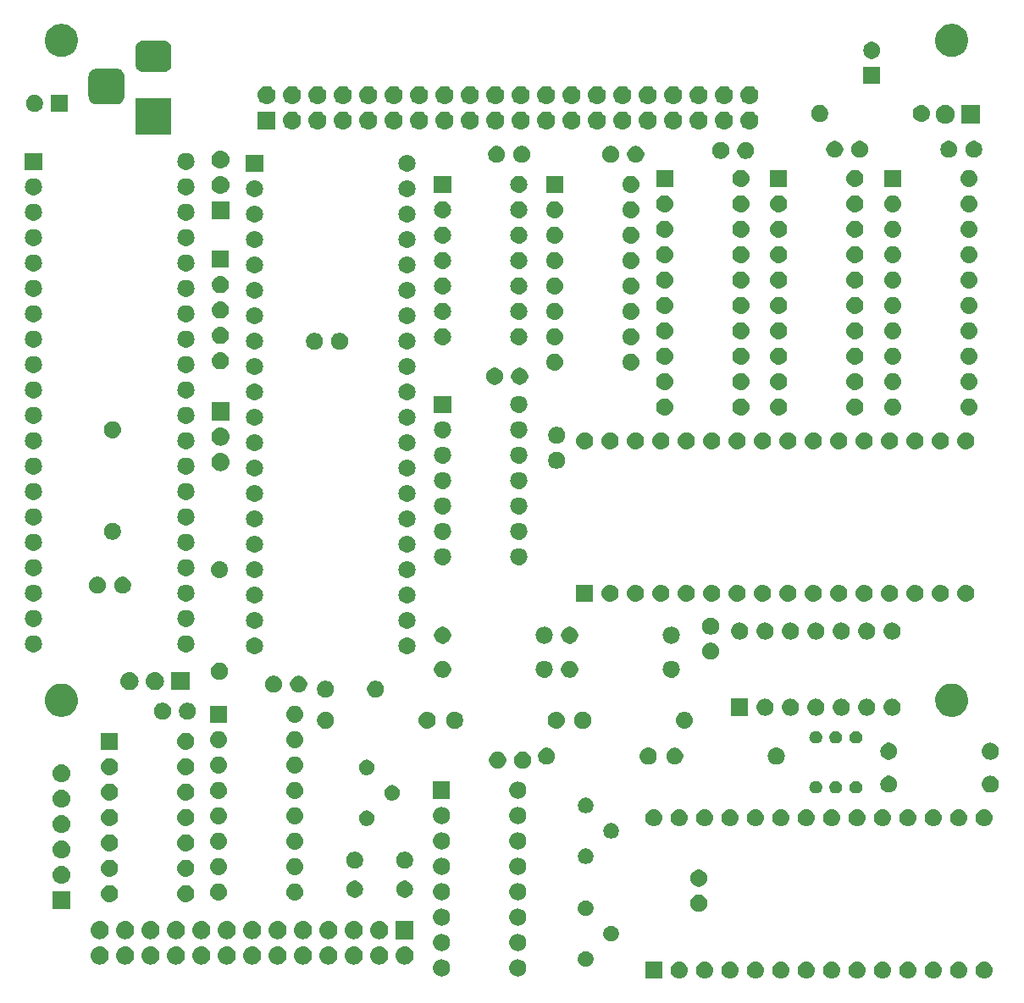
<source format=gbs>
G04 #@! TF.GenerationSoftware,KiCad,Pcbnew,(5.1.4-0-10_14)*
G04 #@! TF.CreationDate,2021-07-25T18:20:49+09:00*
G04 #@! TF.ProjectId,K68-CPUB,4b36382d-4350-4554-922e-6b696361645f,rev?*
G04 #@! TF.SameCoordinates,Original*
G04 #@! TF.FileFunction,Soldermask,Bot*
G04 #@! TF.FilePolarity,Negative*
%FSLAX46Y46*%
G04 Gerber Fmt 4.6, Leading zero omitted, Abs format (unit mm)*
G04 Created by KiCad (PCBNEW (5.1.4-0-10_14)) date 2021-07-25 18:20:49*
%MOMM*%
%LPD*%
G04 APERTURE LIST*
%ADD10C,0.100000*%
G04 APERTURE END LIST*
D10*
G36*
X197886823Y-146661313D02*
G01*
X198047242Y-146709976D01*
X198150566Y-146765204D01*
X198195078Y-146788996D01*
X198324659Y-146895341D01*
X198431004Y-147024922D01*
X198431005Y-147024924D01*
X198510024Y-147172758D01*
X198558687Y-147333177D01*
X198575117Y-147500000D01*
X198558687Y-147666823D01*
X198510024Y-147827242D01*
X198479334Y-147884659D01*
X198431004Y-147975078D01*
X198324659Y-148104659D01*
X198195078Y-148211004D01*
X198195076Y-148211005D01*
X198047242Y-148290024D01*
X197886823Y-148338687D01*
X197761804Y-148351000D01*
X197678196Y-148351000D01*
X197553177Y-148338687D01*
X197392758Y-148290024D01*
X197244924Y-148211005D01*
X197244922Y-148211004D01*
X197115341Y-148104659D01*
X197008996Y-147975078D01*
X196960666Y-147884659D01*
X196929976Y-147827242D01*
X196881313Y-147666823D01*
X196864883Y-147500000D01*
X196881313Y-147333177D01*
X196929976Y-147172758D01*
X197008995Y-147024924D01*
X197008996Y-147024922D01*
X197115341Y-146895341D01*
X197244922Y-146788996D01*
X197289434Y-146765204D01*
X197392758Y-146709976D01*
X197553177Y-146661313D01*
X197678196Y-146649000D01*
X197761804Y-146649000D01*
X197886823Y-146661313D01*
X197886823Y-146661313D01*
G37*
G36*
X195346823Y-146661313D02*
G01*
X195507242Y-146709976D01*
X195610566Y-146765204D01*
X195655078Y-146788996D01*
X195784659Y-146895341D01*
X195891004Y-147024922D01*
X195891005Y-147024924D01*
X195970024Y-147172758D01*
X196018687Y-147333177D01*
X196035117Y-147500000D01*
X196018687Y-147666823D01*
X195970024Y-147827242D01*
X195939334Y-147884659D01*
X195891004Y-147975078D01*
X195784659Y-148104659D01*
X195655078Y-148211004D01*
X195655076Y-148211005D01*
X195507242Y-148290024D01*
X195346823Y-148338687D01*
X195221804Y-148351000D01*
X195138196Y-148351000D01*
X195013177Y-148338687D01*
X194852758Y-148290024D01*
X194704924Y-148211005D01*
X194704922Y-148211004D01*
X194575341Y-148104659D01*
X194468996Y-147975078D01*
X194420666Y-147884659D01*
X194389976Y-147827242D01*
X194341313Y-147666823D01*
X194324883Y-147500000D01*
X194341313Y-147333177D01*
X194389976Y-147172758D01*
X194468995Y-147024924D01*
X194468996Y-147024922D01*
X194575341Y-146895341D01*
X194704922Y-146788996D01*
X194749434Y-146765204D01*
X194852758Y-146709976D01*
X195013177Y-146661313D01*
X195138196Y-146649000D01*
X195221804Y-146649000D01*
X195346823Y-146661313D01*
X195346823Y-146661313D01*
G37*
G36*
X192806823Y-146661313D02*
G01*
X192967242Y-146709976D01*
X193070566Y-146765204D01*
X193115078Y-146788996D01*
X193244659Y-146895341D01*
X193351004Y-147024922D01*
X193351005Y-147024924D01*
X193430024Y-147172758D01*
X193478687Y-147333177D01*
X193495117Y-147500000D01*
X193478687Y-147666823D01*
X193430024Y-147827242D01*
X193399334Y-147884659D01*
X193351004Y-147975078D01*
X193244659Y-148104659D01*
X193115078Y-148211004D01*
X193115076Y-148211005D01*
X192967242Y-148290024D01*
X192806823Y-148338687D01*
X192681804Y-148351000D01*
X192598196Y-148351000D01*
X192473177Y-148338687D01*
X192312758Y-148290024D01*
X192164924Y-148211005D01*
X192164922Y-148211004D01*
X192035341Y-148104659D01*
X191928996Y-147975078D01*
X191880666Y-147884659D01*
X191849976Y-147827242D01*
X191801313Y-147666823D01*
X191784883Y-147500000D01*
X191801313Y-147333177D01*
X191849976Y-147172758D01*
X191928995Y-147024924D01*
X191928996Y-147024922D01*
X192035341Y-146895341D01*
X192164922Y-146788996D01*
X192209434Y-146765204D01*
X192312758Y-146709976D01*
X192473177Y-146661313D01*
X192598196Y-146649000D01*
X192681804Y-146649000D01*
X192806823Y-146661313D01*
X192806823Y-146661313D01*
G37*
G36*
X190266823Y-146661313D02*
G01*
X190427242Y-146709976D01*
X190530566Y-146765204D01*
X190575078Y-146788996D01*
X190704659Y-146895341D01*
X190811004Y-147024922D01*
X190811005Y-147024924D01*
X190890024Y-147172758D01*
X190938687Y-147333177D01*
X190955117Y-147500000D01*
X190938687Y-147666823D01*
X190890024Y-147827242D01*
X190859334Y-147884659D01*
X190811004Y-147975078D01*
X190704659Y-148104659D01*
X190575078Y-148211004D01*
X190575076Y-148211005D01*
X190427242Y-148290024D01*
X190266823Y-148338687D01*
X190141804Y-148351000D01*
X190058196Y-148351000D01*
X189933177Y-148338687D01*
X189772758Y-148290024D01*
X189624924Y-148211005D01*
X189624922Y-148211004D01*
X189495341Y-148104659D01*
X189388996Y-147975078D01*
X189340666Y-147884659D01*
X189309976Y-147827242D01*
X189261313Y-147666823D01*
X189244883Y-147500000D01*
X189261313Y-147333177D01*
X189309976Y-147172758D01*
X189388995Y-147024924D01*
X189388996Y-147024922D01*
X189495341Y-146895341D01*
X189624922Y-146788996D01*
X189669434Y-146765204D01*
X189772758Y-146709976D01*
X189933177Y-146661313D01*
X190058196Y-146649000D01*
X190141804Y-146649000D01*
X190266823Y-146661313D01*
X190266823Y-146661313D01*
G37*
G36*
X187726823Y-146661313D02*
G01*
X187887242Y-146709976D01*
X187990566Y-146765204D01*
X188035078Y-146788996D01*
X188164659Y-146895341D01*
X188271004Y-147024922D01*
X188271005Y-147024924D01*
X188350024Y-147172758D01*
X188398687Y-147333177D01*
X188415117Y-147500000D01*
X188398687Y-147666823D01*
X188350024Y-147827242D01*
X188319334Y-147884659D01*
X188271004Y-147975078D01*
X188164659Y-148104659D01*
X188035078Y-148211004D01*
X188035076Y-148211005D01*
X187887242Y-148290024D01*
X187726823Y-148338687D01*
X187601804Y-148351000D01*
X187518196Y-148351000D01*
X187393177Y-148338687D01*
X187232758Y-148290024D01*
X187084924Y-148211005D01*
X187084922Y-148211004D01*
X186955341Y-148104659D01*
X186848996Y-147975078D01*
X186800666Y-147884659D01*
X186769976Y-147827242D01*
X186721313Y-147666823D01*
X186704883Y-147500000D01*
X186721313Y-147333177D01*
X186769976Y-147172758D01*
X186848995Y-147024924D01*
X186848996Y-147024922D01*
X186955341Y-146895341D01*
X187084922Y-146788996D01*
X187129434Y-146765204D01*
X187232758Y-146709976D01*
X187393177Y-146661313D01*
X187518196Y-146649000D01*
X187601804Y-146649000D01*
X187726823Y-146661313D01*
X187726823Y-146661313D01*
G37*
G36*
X185186823Y-146661313D02*
G01*
X185347242Y-146709976D01*
X185450566Y-146765204D01*
X185495078Y-146788996D01*
X185624659Y-146895341D01*
X185731004Y-147024922D01*
X185731005Y-147024924D01*
X185810024Y-147172758D01*
X185858687Y-147333177D01*
X185875117Y-147500000D01*
X185858687Y-147666823D01*
X185810024Y-147827242D01*
X185779334Y-147884659D01*
X185731004Y-147975078D01*
X185624659Y-148104659D01*
X185495078Y-148211004D01*
X185495076Y-148211005D01*
X185347242Y-148290024D01*
X185186823Y-148338687D01*
X185061804Y-148351000D01*
X184978196Y-148351000D01*
X184853177Y-148338687D01*
X184692758Y-148290024D01*
X184544924Y-148211005D01*
X184544922Y-148211004D01*
X184415341Y-148104659D01*
X184308996Y-147975078D01*
X184260666Y-147884659D01*
X184229976Y-147827242D01*
X184181313Y-147666823D01*
X184164883Y-147500000D01*
X184181313Y-147333177D01*
X184229976Y-147172758D01*
X184308995Y-147024924D01*
X184308996Y-147024922D01*
X184415341Y-146895341D01*
X184544922Y-146788996D01*
X184589434Y-146765204D01*
X184692758Y-146709976D01*
X184853177Y-146661313D01*
X184978196Y-146649000D01*
X185061804Y-146649000D01*
X185186823Y-146661313D01*
X185186823Y-146661313D01*
G37*
G36*
X182646823Y-146661313D02*
G01*
X182807242Y-146709976D01*
X182910566Y-146765204D01*
X182955078Y-146788996D01*
X183084659Y-146895341D01*
X183191004Y-147024922D01*
X183191005Y-147024924D01*
X183270024Y-147172758D01*
X183318687Y-147333177D01*
X183335117Y-147500000D01*
X183318687Y-147666823D01*
X183270024Y-147827242D01*
X183239334Y-147884659D01*
X183191004Y-147975078D01*
X183084659Y-148104659D01*
X182955078Y-148211004D01*
X182955076Y-148211005D01*
X182807242Y-148290024D01*
X182646823Y-148338687D01*
X182521804Y-148351000D01*
X182438196Y-148351000D01*
X182313177Y-148338687D01*
X182152758Y-148290024D01*
X182004924Y-148211005D01*
X182004922Y-148211004D01*
X181875341Y-148104659D01*
X181768996Y-147975078D01*
X181720666Y-147884659D01*
X181689976Y-147827242D01*
X181641313Y-147666823D01*
X181624883Y-147500000D01*
X181641313Y-147333177D01*
X181689976Y-147172758D01*
X181768995Y-147024924D01*
X181768996Y-147024922D01*
X181875341Y-146895341D01*
X182004922Y-146788996D01*
X182049434Y-146765204D01*
X182152758Y-146709976D01*
X182313177Y-146661313D01*
X182438196Y-146649000D01*
X182521804Y-146649000D01*
X182646823Y-146661313D01*
X182646823Y-146661313D01*
G37*
G36*
X180106823Y-146661313D02*
G01*
X180267242Y-146709976D01*
X180370566Y-146765204D01*
X180415078Y-146788996D01*
X180544659Y-146895341D01*
X180651004Y-147024922D01*
X180651005Y-147024924D01*
X180730024Y-147172758D01*
X180778687Y-147333177D01*
X180795117Y-147500000D01*
X180778687Y-147666823D01*
X180730024Y-147827242D01*
X180699334Y-147884659D01*
X180651004Y-147975078D01*
X180544659Y-148104659D01*
X180415078Y-148211004D01*
X180415076Y-148211005D01*
X180267242Y-148290024D01*
X180106823Y-148338687D01*
X179981804Y-148351000D01*
X179898196Y-148351000D01*
X179773177Y-148338687D01*
X179612758Y-148290024D01*
X179464924Y-148211005D01*
X179464922Y-148211004D01*
X179335341Y-148104659D01*
X179228996Y-147975078D01*
X179180666Y-147884659D01*
X179149976Y-147827242D01*
X179101313Y-147666823D01*
X179084883Y-147500000D01*
X179101313Y-147333177D01*
X179149976Y-147172758D01*
X179228995Y-147024924D01*
X179228996Y-147024922D01*
X179335341Y-146895341D01*
X179464922Y-146788996D01*
X179509434Y-146765204D01*
X179612758Y-146709976D01*
X179773177Y-146661313D01*
X179898196Y-146649000D01*
X179981804Y-146649000D01*
X180106823Y-146661313D01*
X180106823Y-146661313D01*
G37*
G36*
X177566823Y-146661313D02*
G01*
X177727242Y-146709976D01*
X177830566Y-146765204D01*
X177875078Y-146788996D01*
X178004659Y-146895341D01*
X178111004Y-147024922D01*
X178111005Y-147024924D01*
X178190024Y-147172758D01*
X178238687Y-147333177D01*
X178255117Y-147500000D01*
X178238687Y-147666823D01*
X178190024Y-147827242D01*
X178159334Y-147884659D01*
X178111004Y-147975078D01*
X178004659Y-148104659D01*
X177875078Y-148211004D01*
X177875076Y-148211005D01*
X177727242Y-148290024D01*
X177566823Y-148338687D01*
X177441804Y-148351000D01*
X177358196Y-148351000D01*
X177233177Y-148338687D01*
X177072758Y-148290024D01*
X176924924Y-148211005D01*
X176924922Y-148211004D01*
X176795341Y-148104659D01*
X176688996Y-147975078D01*
X176640666Y-147884659D01*
X176609976Y-147827242D01*
X176561313Y-147666823D01*
X176544883Y-147500000D01*
X176561313Y-147333177D01*
X176609976Y-147172758D01*
X176688995Y-147024924D01*
X176688996Y-147024922D01*
X176795341Y-146895341D01*
X176924922Y-146788996D01*
X176969434Y-146765204D01*
X177072758Y-146709976D01*
X177233177Y-146661313D01*
X177358196Y-146649000D01*
X177441804Y-146649000D01*
X177566823Y-146661313D01*
X177566823Y-146661313D01*
G37*
G36*
X175026823Y-146661313D02*
G01*
X175187242Y-146709976D01*
X175290566Y-146765204D01*
X175335078Y-146788996D01*
X175464659Y-146895341D01*
X175571004Y-147024922D01*
X175571005Y-147024924D01*
X175650024Y-147172758D01*
X175698687Y-147333177D01*
X175715117Y-147500000D01*
X175698687Y-147666823D01*
X175650024Y-147827242D01*
X175619334Y-147884659D01*
X175571004Y-147975078D01*
X175464659Y-148104659D01*
X175335078Y-148211004D01*
X175335076Y-148211005D01*
X175187242Y-148290024D01*
X175026823Y-148338687D01*
X174901804Y-148351000D01*
X174818196Y-148351000D01*
X174693177Y-148338687D01*
X174532758Y-148290024D01*
X174384924Y-148211005D01*
X174384922Y-148211004D01*
X174255341Y-148104659D01*
X174148996Y-147975078D01*
X174100666Y-147884659D01*
X174069976Y-147827242D01*
X174021313Y-147666823D01*
X174004883Y-147500000D01*
X174021313Y-147333177D01*
X174069976Y-147172758D01*
X174148995Y-147024924D01*
X174148996Y-147024922D01*
X174255341Y-146895341D01*
X174384922Y-146788996D01*
X174429434Y-146765204D01*
X174532758Y-146709976D01*
X174693177Y-146661313D01*
X174818196Y-146649000D01*
X174901804Y-146649000D01*
X175026823Y-146661313D01*
X175026823Y-146661313D01*
G37*
G36*
X172486823Y-146661313D02*
G01*
X172647242Y-146709976D01*
X172750566Y-146765204D01*
X172795078Y-146788996D01*
X172924659Y-146895341D01*
X173031004Y-147024922D01*
X173031005Y-147024924D01*
X173110024Y-147172758D01*
X173158687Y-147333177D01*
X173175117Y-147500000D01*
X173158687Y-147666823D01*
X173110024Y-147827242D01*
X173079334Y-147884659D01*
X173031004Y-147975078D01*
X172924659Y-148104659D01*
X172795078Y-148211004D01*
X172795076Y-148211005D01*
X172647242Y-148290024D01*
X172486823Y-148338687D01*
X172361804Y-148351000D01*
X172278196Y-148351000D01*
X172153177Y-148338687D01*
X171992758Y-148290024D01*
X171844924Y-148211005D01*
X171844922Y-148211004D01*
X171715341Y-148104659D01*
X171608996Y-147975078D01*
X171560666Y-147884659D01*
X171529976Y-147827242D01*
X171481313Y-147666823D01*
X171464883Y-147500000D01*
X171481313Y-147333177D01*
X171529976Y-147172758D01*
X171608995Y-147024924D01*
X171608996Y-147024922D01*
X171715341Y-146895341D01*
X171844922Y-146788996D01*
X171889434Y-146765204D01*
X171992758Y-146709976D01*
X172153177Y-146661313D01*
X172278196Y-146649000D01*
X172361804Y-146649000D01*
X172486823Y-146661313D01*
X172486823Y-146661313D01*
G37*
G36*
X169946823Y-146661313D02*
G01*
X170107242Y-146709976D01*
X170210566Y-146765204D01*
X170255078Y-146788996D01*
X170384659Y-146895341D01*
X170491004Y-147024922D01*
X170491005Y-147024924D01*
X170570024Y-147172758D01*
X170618687Y-147333177D01*
X170635117Y-147500000D01*
X170618687Y-147666823D01*
X170570024Y-147827242D01*
X170539334Y-147884659D01*
X170491004Y-147975078D01*
X170384659Y-148104659D01*
X170255078Y-148211004D01*
X170255076Y-148211005D01*
X170107242Y-148290024D01*
X169946823Y-148338687D01*
X169821804Y-148351000D01*
X169738196Y-148351000D01*
X169613177Y-148338687D01*
X169452758Y-148290024D01*
X169304924Y-148211005D01*
X169304922Y-148211004D01*
X169175341Y-148104659D01*
X169068996Y-147975078D01*
X169020666Y-147884659D01*
X168989976Y-147827242D01*
X168941313Y-147666823D01*
X168924883Y-147500000D01*
X168941313Y-147333177D01*
X168989976Y-147172758D01*
X169068995Y-147024924D01*
X169068996Y-147024922D01*
X169175341Y-146895341D01*
X169304922Y-146788996D01*
X169349434Y-146765204D01*
X169452758Y-146709976D01*
X169613177Y-146661313D01*
X169738196Y-146649000D01*
X169821804Y-146649000D01*
X169946823Y-146661313D01*
X169946823Y-146661313D01*
G37*
G36*
X167406823Y-146661313D02*
G01*
X167567242Y-146709976D01*
X167670566Y-146765204D01*
X167715078Y-146788996D01*
X167844659Y-146895341D01*
X167951004Y-147024922D01*
X167951005Y-147024924D01*
X168030024Y-147172758D01*
X168078687Y-147333177D01*
X168095117Y-147500000D01*
X168078687Y-147666823D01*
X168030024Y-147827242D01*
X167999334Y-147884659D01*
X167951004Y-147975078D01*
X167844659Y-148104659D01*
X167715078Y-148211004D01*
X167715076Y-148211005D01*
X167567242Y-148290024D01*
X167406823Y-148338687D01*
X167281804Y-148351000D01*
X167198196Y-148351000D01*
X167073177Y-148338687D01*
X166912758Y-148290024D01*
X166764924Y-148211005D01*
X166764922Y-148211004D01*
X166635341Y-148104659D01*
X166528996Y-147975078D01*
X166480666Y-147884659D01*
X166449976Y-147827242D01*
X166401313Y-147666823D01*
X166384883Y-147500000D01*
X166401313Y-147333177D01*
X166449976Y-147172758D01*
X166528995Y-147024924D01*
X166528996Y-147024922D01*
X166635341Y-146895341D01*
X166764922Y-146788996D01*
X166809434Y-146765204D01*
X166912758Y-146709976D01*
X167073177Y-146661313D01*
X167198196Y-146649000D01*
X167281804Y-146649000D01*
X167406823Y-146661313D01*
X167406823Y-146661313D01*
G37*
G36*
X165551000Y-148351000D02*
G01*
X163849000Y-148351000D01*
X163849000Y-146649000D01*
X165551000Y-146649000D01*
X165551000Y-148351000D01*
X165551000Y-148351000D01*
G37*
G36*
X143666823Y-146441313D02*
G01*
X143827242Y-146489976D01*
X143926422Y-146542989D01*
X143975078Y-146568996D01*
X144104659Y-146675341D01*
X144211004Y-146804922D01*
X144211005Y-146804924D01*
X144290024Y-146952758D01*
X144338687Y-147113177D01*
X144355117Y-147280000D01*
X144338687Y-147446823D01*
X144290024Y-147607242D01*
X144258177Y-147666823D01*
X144211004Y-147755078D01*
X144104659Y-147884659D01*
X143975078Y-147991004D01*
X143975076Y-147991005D01*
X143827242Y-148070024D01*
X143666823Y-148118687D01*
X143541804Y-148131000D01*
X143458196Y-148131000D01*
X143333177Y-148118687D01*
X143172758Y-148070024D01*
X143024924Y-147991005D01*
X143024922Y-147991004D01*
X142895341Y-147884659D01*
X142788996Y-147755078D01*
X142741823Y-147666823D01*
X142709976Y-147607242D01*
X142661313Y-147446823D01*
X142644883Y-147280000D01*
X142661313Y-147113177D01*
X142709976Y-146952758D01*
X142788995Y-146804924D01*
X142788996Y-146804922D01*
X142895341Y-146675341D01*
X143024922Y-146568996D01*
X143073578Y-146542989D01*
X143172758Y-146489976D01*
X143333177Y-146441313D01*
X143458196Y-146429000D01*
X143541804Y-146429000D01*
X143666823Y-146441313D01*
X143666823Y-146441313D01*
G37*
G36*
X151286823Y-146441313D02*
G01*
X151447242Y-146489976D01*
X151546422Y-146542989D01*
X151595078Y-146568996D01*
X151724659Y-146675341D01*
X151831004Y-146804922D01*
X151831005Y-146804924D01*
X151910024Y-146952758D01*
X151958687Y-147113177D01*
X151975117Y-147280000D01*
X151958687Y-147446823D01*
X151910024Y-147607242D01*
X151878177Y-147666823D01*
X151831004Y-147755078D01*
X151724659Y-147884659D01*
X151595078Y-147991004D01*
X151595076Y-147991005D01*
X151447242Y-148070024D01*
X151286823Y-148118687D01*
X151161804Y-148131000D01*
X151078196Y-148131000D01*
X150953177Y-148118687D01*
X150792758Y-148070024D01*
X150644924Y-147991005D01*
X150644922Y-147991004D01*
X150515341Y-147884659D01*
X150408996Y-147755078D01*
X150361823Y-147666823D01*
X150329976Y-147607242D01*
X150281313Y-147446823D01*
X150264883Y-147280000D01*
X150281313Y-147113177D01*
X150329976Y-146952758D01*
X150408995Y-146804924D01*
X150408996Y-146804922D01*
X150515341Y-146675341D01*
X150644922Y-146568996D01*
X150693578Y-146542989D01*
X150792758Y-146489976D01*
X150953177Y-146441313D01*
X151078196Y-146429000D01*
X151161804Y-146429000D01*
X151286823Y-146441313D01*
X151286823Y-146441313D01*
G37*
G36*
X158025589Y-145638876D02*
G01*
X158124893Y-145658629D01*
X158265206Y-145716748D01*
X158391484Y-145801125D01*
X158498875Y-145908516D01*
X158583252Y-146034794D01*
X158641371Y-146175107D01*
X158641371Y-146175109D01*
X158671000Y-146324062D01*
X158671000Y-146475938D01*
X158661124Y-146525589D01*
X158641371Y-146624893D01*
X158583252Y-146765206D01*
X158498875Y-146891484D01*
X158391484Y-146998875D01*
X158265206Y-147083252D01*
X158124893Y-147141371D01*
X158025589Y-147161124D01*
X157975938Y-147171000D01*
X157824062Y-147171000D01*
X157774411Y-147161124D01*
X157675107Y-147141371D01*
X157534794Y-147083252D01*
X157408516Y-146998875D01*
X157301125Y-146891484D01*
X157216748Y-146765206D01*
X157158629Y-146624893D01*
X157138876Y-146525589D01*
X157129000Y-146475938D01*
X157129000Y-146324062D01*
X157158629Y-146175109D01*
X157158629Y-146175107D01*
X157216748Y-146034794D01*
X157301125Y-145908516D01*
X157408516Y-145801125D01*
X157534794Y-145716748D01*
X157675107Y-145658629D01*
X157774411Y-145638876D01*
X157824062Y-145629000D01*
X157975938Y-145629000D01*
X158025589Y-145638876D01*
X158025589Y-145638876D01*
G37*
G36*
X109430443Y-145145519D02*
G01*
X109496627Y-145152037D01*
X109666466Y-145203557D01*
X109822991Y-145287222D01*
X109858729Y-145316552D01*
X109960186Y-145399814D01*
X110043448Y-145501271D01*
X110072778Y-145537009D01*
X110156443Y-145693534D01*
X110207963Y-145863373D01*
X110225359Y-146040000D01*
X110207963Y-146216627D01*
X110156443Y-146386466D01*
X110072778Y-146542991D01*
X110051437Y-146568995D01*
X109960186Y-146680186D01*
X109858729Y-146763448D01*
X109822991Y-146792778D01*
X109666466Y-146876443D01*
X109496627Y-146927963D01*
X109430443Y-146934481D01*
X109364260Y-146941000D01*
X109275740Y-146941000D01*
X109209557Y-146934481D01*
X109143373Y-146927963D01*
X108973534Y-146876443D01*
X108817009Y-146792778D01*
X108781271Y-146763448D01*
X108679814Y-146680186D01*
X108588563Y-146568995D01*
X108567222Y-146542991D01*
X108483557Y-146386466D01*
X108432037Y-146216627D01*
X108414641Y-146040000D01*
X108432037Y-145863373D01*
X108483557Y-145693534D01*
X108567222Y-145537009D01*
X108596552Y-145501271D01*
X108679814Y-145399814D01*
X108781271Y-145316552D01*
X108817009Y-145287222D01*
X108973534Y-145203557D01*
X109143373Y-145152037D01*
X109209557Y-145145519D01*
X109275740Y-145139000D01*
X109364260Y-145139000D01*
X109430443Y-145145519D01*
X109430443Y-145145519D01*
G37*
G36*
X134830443Y-145145519D02*
G01*
X134896627Y-145152037D01*
X135066466Y-145203557D01*
X135222991Y-145287222D01*
X135258729Y-145316552D01*
X135360186Y-145399814D01*
X135443448Y-145501271D01*
X135472778Y-145537009D01*
X135556443Y-145693534D01*
X135607963Y-145863373D01*
X135625359Y-146040000D01*
X135607963Y-146216627D01*
X135556443Y-146386466D01*
X135472778Y-146542991D01*
X135451437Y-146568995D01*
X135360186Y-146680186D01*
X135258729Y-146763448D01*
X135222991Y-146792778D01*
X135066466Y-146876443D01*
X134896627Y-146927963D01*
X134830443Y-146934481D01*
X134764260Y-146941000D01*
X134675740Y-146941000D01*
X134609557Y-146934481D01*
X134543373Y-146927963D01*
X134373534Y-146876443D01*
X134217009Y-146792778D01*
X134181271Y-146763448D01*
X134079814Y-146680186D01*
X133988563Y-146568995D01*
X133967222Y-146542991D01*
X133883557Y-146386466D01*
X133832037Y-146216627D01*
X133814641Y-146040000D01*
X133832037Y-145863373D01*
X133883557Y-145693534D01*
X133967222Y-145537009D01*
X133996552Y-145501271D01*
X134079814Y-145399814D01*
X134181271Y-145316552D01*
X134217009Y-145287222D01*
X134373534Y-145203557D01*
X134543373Y-145152037D01*
X134609557Y-145145519D01*
X134675740Y-145139000D01*
X134764260Y-145139000D01*
X134830443Y-145145519D01*
X134830443Y-145145519D01*
G37*
G36*
X111970443Y-145145519D02*
G01*
X112036627Y-145152037D01*
X112206466Y-145203557D01*
X112362991Y-145287222D01*
X112398729Y-145316552D01*
X112500186Y-145399814D01*
X112583448Y-145501271D01*
X112612778Y-145537009D01*
X112696443Y-145693534D01*
X112747963Y-145863373D01*
X112765359Y-146040000D01*
X112747963Y-146216627D01*
X112696443Y-146386466D01*
X112612778Y-146542991D01*
X112591437Y-146568995D01*
X112500186Y-146680186D01*
X112398729Y-146763448D01*
X112362991Y-146792778D01*
X112206466Y-146876443D01*
X112036627Y-146927963D01*
X111970443Y-146934481D01*
X111904260Y-146941000D01*
X111815740Y-146941000D01*
X111749557Y-146934481D01*
X111683373Y-146927963D01*
X111513534Y-146876443D01*
X111357009Y-146792778D01*
X111321271Y-146763448D01*
X111219814Y-146680186D01*
X111128563Y-146568995D01*
X111107222Y-146542991D01*
X111023557Y-146386466D01*
X110972037Y-146216627D01*
X110954641Y-146040000D01*
X110972037Y-145863373D01*
X111023557Y-145693534D01*
X111107222Y-145537009D01*
X111136552Y-145501271D01*
X111219814Y-145399814D01*
X111321271Y-145316552D01*
X111357009Y-145287222D01*
X111513534Y-145203557D01*
X111683373Y-145152037D01*
X111749557Y-145145519D01*
X111815740Y-145139000D01*
X111904260Y-145139000D01*
X111970443Y-145145519D01*
X111970443Y-145145519D01*
G37*
G36*
X114510443Y-145145519D02*
G01*
X114576627Y-145152037D01*
X114746466Y-145203557D01*
X114902991Y-145287222D01*
X114938729Y-145316552D01*
X115040186Y-145399814D01*
X115123448Y-145501271D01*
X115152778Y-145537009D01*
X115236443Y-145693534D01*
X115287963Y-145863373D01*
X115305359Y-146040000D01*
X115287963Y-146216627D01*
X115236443Y-146386466D01*
X115152778Y-146542991D01*
X115131437Y-146568995D01*
X115040186Y-146680186D01*
X114938729Y-146763448D01*
X114902991Y-146792778D01*
X114746466Y-146876443D01*
X114576627Y-146927963D01*
X114510443Y-146934481D01*
X114444260Y-146941000D01*
X114355740Y-146941000D01*
X114289557Y-146934481D01*
X114223373Y-146927963D01*
X114053534Y-146876443D01*
X113897009Y-146792778D01*
X113861271Y-146763448D01*
X113759814Y-146680186D01*
X113668563Y-146568995D01*
X113647222Y-146542991D01*
X113563557Y-146386466D01*
X113512037Y-146216627D01*
X113494641Y-146040000D01*
X113512037Y-145863373D01*
X113563557Y-145693534D01*
X113647222Y-145537009D01*
X113676552Y-145501271D01*
X113759814Y-145399814D01*
X113861271Y-145316552D01*
X113897009Y-145287222D01*
X114053534Y-145203557D01*
X114223373Y-145152037D01*
X114289557Y-145145519D01*
X114355740Y-145139000D01*
X114444260Y-145139000D01*
X114510443Y-145145519D01*
X114510443Y-145145519D01*
G37*
G36*
X117050443Y-145145519D02*
G01*
X117116627Y-145152037D01*
X117286466Y-145203557D01*
X117442991Y-145287222D01*
X117478729Y-145316552D01*
X117580186Y-145399814D01*
X117663448Y-145501271D01*
X117692778Y-145537009D01*
X117776443Y-145693534D01*
X117827963Y-145863373D01*
X117845359Y-146040000D01*
X117827963Y-146216627D01*
X117776443Y-146386466D01*
X117692778Y-146542991D01*
X117671437Y-146568995D01*
X117580186Y-146680186D01*
X117478729Y-146763448D01*
X117442991Y-146792778D01*
X117286466Y-146876443D01*
X117116627Y-146927963D01*
X117050443Y-146934481D01*
X116984260Y-146941000D01*
X116895740Y-146941000D01*
X116829557Y-146934481D01*
X116763373Y-146927963D01*
X116593534Y-146876443D01*
X116437009Y-146792778D01*
X116401271Y-146763448D01*
X116299814Y-146680186D01*
X116208563Y-146568995D01*
X116187222Y-146542991D01*
X116103557Y-146386466D01*
X116052037Y-146216627D01*
X116034641Y-146040000D01*
X116052037Y-145863373D01*
X116103557Y-145693534D01*
X116187222Y-145537009D01*
X116216552Y-145501271D01*
X116299814Y-145399814D01*
X116401271Y-145316552D01*
X116437009Y-145287222D01*
X116593534Y-145203557D01*
X116763373Y-145152037D01*
X116829557Y-145145519D01*
X116895740Y-145139000D01*
X116984260Y-145139000D01*
X117050443Y-145145519D01*
X117050443Y-145145519D01*
G37*
G36*
X119590443Y-145145519D02*
G01*
X119656627Y-145152037D01*
X119826466Y-145203557D01*
X119982991Y-145287222D01*
X120018729Y-145316552D01*
X120120186Y-145399814D01*
X120203448Y-145501271D01*
X120232778Y-145537009D01*
X120316443Y-145693534D01*
X120367963Y-145863373D01*
X120385359Y-146040000D01*
X120367963Y-146216627D01*
X120316443Y-146386466D01*
X120232778Y-146542991D01*
X120211437Y-146568995D01*
X120120186Y-146680186D01*
X120018729Y-146763448D01*
X119982991Y-146792778D01*
X119826466Y-146876443D01*
X119656627Y-146927963D01*
X119590443Y-146934481D01*
X119524260Y-146941000D01*
X119435740Y-146941000D01*
X119369557Y-146934481D01*
X119303373Y-146927963D01*
X119133534Y-146876443D01*
X118977009Y-146792778D01*
X118941271Y-146763448D01*
X118839814Y-146680186D01*
X118748563Y-146568995D01*
X118727222Y-146542991D01*
X118643557Y-146386466D01*
X118592037Y-146216627D01*
X118574641Y-146040000D01*
X118592037Y-145863373D01*
X118643557Y-145693534D01*
X118727222Y-145537009D01*
X118756552Y-145501271D01*
X118839814Y-145399814D01*
X118941271Y-145316552D01*
X118977009Y-145287222D01*
X119133534Y-145203557D01*
X119303373Y-145152037D01*
X119369557Y-145145519D01*
X119435740Y-145139000D01*
X119524260Y-145139000D01*
X119590443Y-145145519D01*
X119590443Y-145145519D01*
G37*
G36*
X122130443Y-145145519D02*
G01*
X122196627Y-145152037D01*
X122366466Y-145203557D01*
X122522991Y-145287222D01*
X122558729Y-145316552D01*
X122660186Y-145399814D01*
X122743448Y-145501271D01*
X122772778Y-145537009D01*
X122856443Y-145693534D01*
X122907963Y-145863373D01*
X122925359Y-146040000D01*
X122907963Y-146216627D01*
X122856443Y-146386466D01*
X122772778Y-146542991D01*
X122751437Y-146568995D01*
X122660186Y-146680186D01*
X122558729Y-146763448D01*
X122522991Y-146792778D01*
X122366466Y-146876443D01*
X122196627Y-146927963D01*
X122130443Y-146934481D01*
X122064260Y-146941000D01*
X121975740Y-146941000D01*
X121909557Y-146934481D01*
X121843373Y-146927963D01*
X121673534Y-146876443D01*
X121517009Y-146792778D01*
X121481271Y-146763448D01*
X121379814Y-146680186D01*
X121288563Y-146568995D01*
X121267222Y-146542991D01*
X121183557Y-146386466D01*
X121132037Y-146216627D01*
X121114641Y-146040000D01*
X121132037Y-145863373D01*
X121183557Y-145693534D01*
X121267222Y-145537009D01*
X121296552Y-145501271D01*
X121379814Y-145399814D01*
X121481271Y-145316552D01*
X121517009Y-145287222D01*
X121673534Y-145203557D01*
X121843373Y-145152037D01*
X121909557Y-145145519D01*
X121975740Y-145139000D01*
X122064260Y-145139000D01*
X122130443Y-145145519D01*
X122130443Y-145145519D01*
G37*
G36*
X124670443Y-145145519D02*
G01*
X124736627Y-145152037D01*
X124906466Y-145203557D01*
X125062991Y-145287222D01*
X125098729Y-145316552D01*
X125200186Y-145399814D01*
X125283448Y-145501271D01*
X125312778Y-145537009D01*
X125396443Y-145693534D01*
X125447963Y-145863373D01*
X125465359Y-146040000D01*
X125447963Y-146216627D01*
X125396443Y-146386466D01*
X125312778Y-146542991D01*
X125291437Y-146568995D01*
X125200186Y-146680186D01*
X125098729Y-146763448D01*
X125062991Y-146792778D01*
X124906466Y-146876443D01*
X124736627Y-146927963D01*
X124670443Y-146934481D01*
X124604260Y-146941000D01*
X124515740Y-146941000D01*
X124449557Y-146934481D01*
X124383373Y-146927963D01*
X124213534Y-146876443D01*
X124057009Y-146792778D01*
X124021271Y-146763448D01*
X123919814Y-146680186D01*
X123828563Y-146568995D01*
X123807222Y-146542991D01*
X123723557Y-146386466D01*
X123672037Y-146216627D01*
X123654641Y-146040000D01*
X123672037Y-145863373D01*
X123723557Y-145693534D01*
X123807222Y-145537009D01*
X123836552Y-145501271D01*
X123919814Y-145399814D01*
X124021271Y-145316552D01*
X124057009Y-145287222D01*
X124213534Y-145203557D01*
X124383373Y-145152037D01*
X124449557Y-145145519D01*
X124515740Y-145139000D01*
X124604260Y-145139000D01*
X124670443Y-145145519D01*
X124670443Y-145145519D01*
G37*
G36*
X127210443Y-145145519D02*
G01*
X127276627Y-145152037D01*
X127446466Y-145203557D01*
X127602991Y-145287222D01*
X127638729Y-145316552D01*
X127740186Y-145399814D01*
X127823448Y-145501271D01*
X127852778Y-145537009D01*
X127936443Y-145693534D01*
X127987963Y-145863373D01*
X128005359Y-146040000D01*
X127987963Y-146216627D01*
X127936443Y-146386466D01*
X127852778Y-146542991D01*
X127831437Y-146568995D01*
X127740186Y-146680186D01*
X127638729Y-146763448D01*
X127602991Y-146792778D01*
X127446466Y-146876443D01*
X127276627Y-146927963D01*
X127210443Y-146934481D01*
X127144260Y-146941000D01*
X127055740Y-146941000D01*
X126989557Y-146934481D01*
X126923373Y-146927963D01*
X126753534Y-146876443D01*
X126597009Y-146792778D01*
X126561271Y-146763448D01*
X126459814Y-146680186D01*
X126368563Y-146568995D01*
X126347222Y-146542991D01*
X126263557Y-146386466D01*
X126212037Y-146216627D01*
X126194641Y-146040000D01*
X126212037Y-145863373D01*
X126263557Y-145693534D01*
X126347222Y-145537009D01*
X126376552Y-145501271D01*
X126459814Y-145399814D01*
X126561271Y-145316552D01*
X126597009Y-145287222D01*
X126753534Y-145203557D01*
X126923373Y-145152037D01*
X126989557Y-145145519D01*
X127055740Y-145139000D01*
X127144260Y-145139000D01*
X127210443Y-145145519D01*
X127210443Y-145145519D01*
G37*
G36*
X129750443Y-145145519D02*
G01*
X129816627Y-145152037D01*
X129986466Y-145203557D01*
X130142991Y-145287222D01*
X130178729Y-145316552D01*
X130280186Y-145399814D01*
X130363448Y-145501271D01*
X130392778Y-145537009D01*
X130476443Y-145693534D01*
X130527963Y-145863373D01*
X130545359Y-146040000D01*
X130527963Y-146216627D01*
X130476443Y-146386466D01*
X130392778Y-146542991D01*
X130371437Y-146568995D01*
X130280186Y-146680186D01*
X130178729Y-146763448D01*
X130142991Y-146792778D01*
X129986466Y-146876443D01*
X129816627Y-146927963D01*
X129750443Y-146934481D01*
X129684260Y-146941000D01*
X129595740Y-146941000D01*
X129529557Y-146934481D01*
X129463373Y-146927963D01*
X129293534Y-146876443D01*
X129137009Y-146792778D01*
X129101271Y-146763448D01*
X128999814Y-146680186D01*
X128908563Y-146568995D01*
X128887222Y-146542991D01*
X128803557Y-146386466D01*
X128752037Y-146216627D01*
X128734641Y-146040000D01*
X128752037Y-145863373D01*
X128803557Y-145693534D01*
X128887222Y-145537009D01*
X128916552Y-145501271D01*
X128999814Y-145399814D01*
X129101271Y-145316552D01*
X129137009Y-145287222D01*
X129293534Y-145203557D01*
X129463373Y-145152037D01*
X129529557Y-145145519D01*
X129595740Y-145139000D01*
X129684260Y-145139000D01*
X129750443Y-145145519D01*
X129750443Y-145145519D01*
G37*
G36*
X132290443Y-145145519D02*
G01*
X132356627Y-145152037D01*
X132526466Y-145203557D01*
X132682991Y-145287222D01*
X132718729Y-145316552D01*
X132820186Y-145399814D01*
X132903448Y-145501271D01*
X132932778Y-145537009D01*
X133016443Y-145693534D01*
X133067963Y-145863373D01*
X133085359Y-146040000D01*
X133067963Y-146216627D01*
X133016443Y-146386466D01*
X132932778Y-146542991D01*
X132911437Y-146568995D01*
X132820186Y-146680186D01*
X132718729Y-146763448D01*
X132682991Y-146792778D01*
X132526466Y-146876443D01*
X132356627Y-146927963D01*
X132290443Y-146934481D01*
X132224260Y-146941000D01*
X132135740Y-146941000D01*
X132069557Y-146934481D01*
X132003373Y-146927963D01*
X131833534Y-146876443D01*
X131677009Y-146792778D01*
X131641271Y-146763448D01*
X131539814Y-146680186D01*
X131448563Y-146568995D01*
X131427222Y-146542991D01*
X131343557Y-146386466D01*
X131292037Y-146216627D01*
X131274641Y-146040000D01*
X131292037Y-145863373D01*
X131343557Y-145693534D01*
X131427222Y-145537009D01*
X131456552Y-145501271D01*
X131539814Y-145399814D01*
X131641271Y-145316552D01*
X131677009Y-145287222D01*
X131833534Y-145203557D01*
X132003373Y-145152037D01*
X132069557Y-145145519D01*
X132135740Y-145139000D01*
X132224260Y-145139000D01*
X132290443Y-145145519D01*
X132290443Y-145145519D01*
G37*
G36*
X137370443Y-145145519D02*
G01*
X137436627Y-145152037D01*
X137606466Y-145203557D01*
X137762991Y-145287222D01*
X137798729Y-145316552D01*
X137900186Y-145399814D01*
X137983448Y-145501271D01*
X138012778Y-145537009D01*
X138096443Y-145693534D01*
X138147963Y-145863373D01*
X138165359Y-146040000D01*
X138147963Y-146216627D01*
X138096443Y-146386466D01*
X138012778Y-146542991D01*
X137991437Y-146568995D01*
X137900186Y-146680186D01*
X137798729Y-146763448D01*
X137762991Y-146792778D01*
X137606466Y-146876443D01*
X137436627Y-146927963D01*
X137370443Y-146934481D01*
X137304260Y-146941000D01*
X137215740Y-146941000D01*
X137149557Y-146934481D01*
X137083373Y-146927963D01*
X136913534Y-146876443D01*
X136757009Y-146792778D01*
X136721271Y-146763448D01*
X136619814Y-146680186D01*
X136528563Y-146568995D01*
X136507222Y-146542991D01*
X136423557Y-146386466D01*
X136372037Y-146216627D01*
X136354641Y-146040000D01*
X136372037Y-145863373D01*
X136423557Y-145693534D01*
X136507222Y-145537009D01*
X136536552Y-145501271D01*
X136619814Y-145399814D01*
X136721271Y-145316552D01*
X136757009Y-145287222D01*
X136913534Y-145203557D01*
X137083373Y-145152037D01*
X137149557Y-145145519D01*
X137215740Y-145139000D01*
X137304260Y-145139000D01*
X137370443Y-145145519D01*
X137370443Y-145145519D01*
G37*
G36*
X139910443Y-145145519D02*
G01*
X139976627Y-145152037D01*
X140146466Y-145203557D01*
X140302991Y-145287222D01*
X140338729Y-145316552D01*
X140440186Y-145399814D01*
X140523448Y-145501271D01*
X140552778Y-145537009D01*
X140636443Y-145693534D01*
X140687963Y-145863373D01*
X140705359Y-146040000D01*
X140687963Y-146216627D01*
X140636443Y-146386466D01*
X140552778Y-146542991D01*
X140531437Y-146568995D01*
X140440186Y-146680186D01*
X140338729Y-146763448D01*
X140302991Y-146792778D01*
X140146466Y-146876443D01*
X139976627Y-146927963D01*
X139910443Y-146934481D01*
X139844260Y-146941000D01*
X139755740Y-146941000D01*
X139689557Y-146934481D01*
X139623373Y-146927963D01*
X139453534Y-146876443D01*
X139297009Y-146792778D01*
X139261271Y-146763448D01*
X139159814Y-146680186D01*
X139068563Y-146568995D01*
X139047222Y-146542991D01*
X138963557Y-146386466D01*
X138912037Y-146216627D01*
X138894641Y-146040000D01*
X138912037Y-145863373D01*
X138963557Y-145693534D01*
X139047222Y-145537009D01*
X139076552Y-145501271D01*
X139159814Y-145399814D01*
X139261271Y-145316552D01*
X139297009Y-145287222D01*
X139453534Y-145203557D01*
X139623373Y-145152037D01*
X139689557Y-145145519D01*
X139755740Y-145139000D01*
X139844260Y-145139000D01*
X139910443Y-145145519D01*
X139910443Y-145145519D01*
G37*
G36*
X143666823Y-143901313D02*
G01*
X143827242Y-143949976D01*
X143926422Y-144002989D01*
X143975078Y-144028996D01*
X144104659Y-144135341D01*
X144211004Y-144264922D01*
X144211005Y-144264924D01*
X144290024Y-144412758D01*
X144338687Y-144573177D01*
X144355117Y-144740000D01*
X144338687Y-144906823D01*
X144290024Y-145067242D01*
X144244700Y-145152037D01*
X144211004Y-145215078D01*
X144104659Y-145344659D01*
X143975078Y-145451004D01*
X143975076Y-145451005D01*
X143827242Y-145530024D01*
X143666823Y-145578687D01*
X143541804Y-145591000D01*
X143458196Y-145591000D01*
X143333177Y-145578687D01*
X143172758Y-145530024D01*
X143024924Y-145451005D01*
X143024922Y-145451004D01*
X142895341Y-145344659D01*
X142788996Y-145215078D01*
X142755300Y-145152037D01*
X142709976Y-145067242D01*
X142661313Y-144906823D01*
X142644883Y-144740000D01*
X142661313Y-144573177D01*
X142709976Y-144412758D01*
X142788995Y-144264924D01*
X142788996Y-144264922D01*
X142895341Y-144135341D01*
X143024922Y-144028996D01*
X143073578Y-144002989D01*
X143172758Y-143949976D01*
X143333177Y-143901313D01*
X143458196Y-143889000D01*
X143541804Y-143889000D01*
X143666823Y-143901313D01*
X143666823Y-143901313D01*
G37*
G36*
X151286823Y-143901313D02*
G01*
X151447242Y-143949976D01*
X151546422Y-144002989D01*
X151595078Y-144028996D01*
X151724659Y-144135341D01*
X151831004Y-144264922D01*
X151831005Y-144264924D01*
X151910024Y-144412758D01*
X151958687Y-144573177D01*
X151975117Y-144740000D01*
X151958687Y-144906823D01*
X151910024Y-145067242D01*
X151864700Y-145152037D01*
X151831004Y-145215078D01*
X151724659Y-145344659D01*
X151595078Y-145451004D01*
X151595076Y-145451005D01*
X151447242Y-145530024D01*
X151286823Y-145578687D01*
X151161804Y-145591000D01*
X151078196Y-145591000D01*
X150953177Y-145578687D01*
X150792758Y-145530024D01*
X150644924Y-145451005D01*
X150644922Y-145451004D01*
X150515341Y-145344659D01*
X150408996Y-145215078D01*
X150375300Y-145152037D01*
X150329976Y-145067242D01*
X150281313Y-144906823D01*
X150264883Y-144740000D01*
X150281313Y-144573177D01*
X150329976Y-144412758D01*
X150408995Y-144264924D01*
X150408996Y-144264922D01*
X150515341Y-144135341D01*
X150644922Y-144028996D01*
X150693578Y-144002989D01*
X150792758Y-143949976D01*
X150953177Y-143901313D01*
X151078196Y-143889000D01*
X151161804Y-143889000D01*
X151286823Y-143901313D01*
X151286823Y-143901313D01*
G37*
G36*
X160565589Y-143098876D02*
G01*
X160664893Y-143118629D01*
X160805206Y-143176748D01*
X160931484Y-143261125D01*
X161038875Y-143368516D01*
X161123252Y-143494794D01*
X161181371Y-143635107D01*
X161181371Y-143635109D01*
X161211000Y-143784062D01*
X161211000Y-143935938D01*
X161201124Y-143985589D01*
X161181371Y-144084893D01*
X161123252Y-144225206D01*
X161038875Y-144351484D01*
X160931484Y-144458875D01*
X160805206Y-144543252D01*
X160664893Y-144601371D01*
X160565589Y-144621124D01*
X160515938Y-144631000D01*
X160364062Y-144631000D01*
X160314411Y-144621124D01*
X160215107Y-144601371D01*
X160074794Y-144543252D01*
X159948516Y-144458875D01*
X159841125Y-144351484D01*
X159756748Y-144225206D01*
X159698629Y-144084893D01*
X159678876Y-143985589D01*
X159669000Y-143935938D01*
X159669000Y-143784062D01*
X159698629Y-143635109D01*
X159698629Y-143635107D01*
X159756748Y-143494794D01*
X159841125Y-143368516D01*
X159948516Y-143261125D01*
X160074794Y-143176748D01*
X160215107Y-143118629D01*
X160314411Y-143098876D01*
X160364062Y-143089000D01*
X160515938Y-143089000D01*
X160565589Y-143098876D01*
X160565589Y-143098876D01*
G37*
G36*
X134830442Y-142605518D02*
G01*
X134896627Y-142612037D01*
X135066466Y-142663557D01*
X135222991Y-142747222D01*
X135258729Y-142776552D01*
X135360186Y-142859814D01*
X135443448Y-142961271D01*
X135472778Y-142997009D01*
X135556443Y-143153534D01*
X135607963Y-143323373D01*
X135625359Y-143500000D01*
X135607963Y-143676627D01*
X135556443Y-143846466D01*
X135472778Y-144002991D01*
X135451437Y-144028995D01*
X135360186Y-144140186D01*
X135258729Y-144223448D01*
X135222991Y-144252778D01*
X135066466Y-144336443D01*
X134896627Y-144387963D01*
X134830442Y-144394482D01*
X134764260Y-144401000D01*
X134675740Y-144401000D01*
X134609558Y-144394482D01*
X134543373Y-144387963D01*
X134373534Y-144336443D01*
X134217009Y-144252778D01*
X134181271Y-144223448D01*
X134079814Y-144140186D01*
X133988563Y-144028995D01*
X133967222Y-144002991D01*
X133883557Y-143846466D01*
X133832037Y-143676627D01*
X133814641Y-143500000D01*
X133832037Y-143323373D01*
X133883557Y-143153534D01*
X133967222Y-142997009D01*
X133996552Y-142961271D01*
X134079814Y-142859814D01*
X134181271Y-142776552D01*
X134217009Y-142747222D01*
X134373534Y-142663557D01*
X134543373Y-142612037D01*
X134609558Y-142605518D01*
X134675740Y-142599000D01*
X134764260Y-142599000D01*
X134830442Y-142605518D01*
X134830442Y-142605518D01*
G37*
G36*
X137370442Y-142605518D02*
G01*
X137436627Y-142612037D01*
X137606466Y-142663557D01*
X137762991Y-142747222D01*
X137798729Y-142776552D01*
X137900186Y-142859814D01*
X137983448Y-142961271D01*
X138012778Y-142997009D01*
X138096443Y-143153534D01*
X138147963Y-143323373D01*
X138165359Y-143500000D01*
X138147963Y-143676627D01*
X138096443Y-143846466D01*
X138012778Y-144002991D01*
X137991437Y-144028995D01*
X137900186Y-144140186D01*
X137798729Y-144223448D01*
X137762991Y-144252778D01*
X137606466Y-144336443D01*
X137436627Y-144387963D01*
X137370442Y-144394482D01*
X137304260Y-144401000D01*
X137215740Y-144401000D01*
X137149558Y-144394482D01*
X137083373Y-144387963D01*
X136913534Y-144336443D01*
X136757009Y-144252778D01*
X136721271Y-144223448D01*
X136619814Y-144140186D01*
X136528563Y-144028995D01*
X136507222Y-144002991D01*
X136423557Y-143846466D01*
X136372037Y-143676627D01*
X136354641Y-143500000D01*
X136372037Y-143323373D01*
X136423557Y-143153534D01*
X136507222Y-142997009D01*
X136536552Y-142961271D01*
X136619814Y-142859814D01*
X136721271Y-142776552D01*
X136757009Y-142747222D01*
X136913534Y-142663557D01*
X137083373Y-142612037D01*
X137149558Y-142605518D01*
X137215740Y-142599000D01*
X137304260Y-142599000D01*
X137370442Y-142605518D01*
X137370442Y-142605518D01*
G37*
G36*
X109430442Y-142605518D02*
G01*
X109496627Y-142612037D01*
X109666466Y-142663557D01*
X109822991Y-142747222D01*
X109858729Y-142776552D01*
X109960186Y-142859814D01*
X110043448Y-142961271D01*
X110072778Y-142997009D01*
X110156443Y-143153534D01*
X110207963Y-143323373D01*
X110225359Y-143500000D01*
X110207963Y-143676627D01*
X110156443Y-143846466D01*
X110072778Y-144002991D01*
X110051437Y-144028995D01*
X109960186Y-144140186D01*
X109858729Y-144223448D01*
X109822991Y-144252778D01*
X109666466Y-144336443D01*
X109496627Y-144387963D01*
X109430442Y-144394482D01*
X109364260Y-144401000D01*
X109275740Y-144401000D01*
X109209558Y-144394482D01*
X109143373Y-144387963D01*
X108973534Y-144336443D01*
X108817009Y-144252778D01*
X108781271Y-144223448D01*
X108679814Y-144140186D01*
X108588563Y-144028995D01*
X108567222Y-144002991D01*
X108483557Y-143846466D01*
X108432037Y-143676627D01*
X108414641Y-143500000D01*
X108432037Y-143323373D01*
X108483557Y-143153534D01*
X108567222Y-142997009D01*
X108596552Y-142961271D01*
X108679814Y-142859814D01*
X108781271Y-142776552D01*
X108817009Y-142747222D01*
X108973534Y-142663557D01*
X109143373Y-142612037D01*
X109209558Y-142605518D01*
X109275740Y-142599000D01*
X109364260Y-142599000D01*
X109430442Y-142605518D01*
X109430442Y-142605518D01*
G37*
G36*
X140701000Y-144401000D02*
G01*
X138899000Y-144401000D01*
X138899000Y-142599000D01*
X140701000Y-142599000D01*
X140701000Y-144401000D01*
X140701000Y-144401000D01*
G37*
G36*
X132290442Y-142605518D02*
G01*
X132356627Y-142612037D01*
X132526466Y-142663557D01*
X132682991Y-142747222D01*
X132718729Y-142776552D01*
X132820186Y-142859814D01*
X132903448Y-142961271D01*
X132932778Y-142997009D01*
X133016443Y-143153534D01*
X133067963Y-143323373D01*
X133085359Y-143500000D01*
X133067963Y-143676627D01*
X133016443Y-143846466D01*
X132932778Y-144002991D01*
X132911437Y-144028995D01*
X132820186Y-144140186D01*
X132718729Y-144223448D01*
X132682991Y-144252778D01*
X132526466Y-144336443D01*
X132356627Y-144387963D01*
X132290442Y-144394482D01*
X132224260Y-144401000D01*
X132135740Y-144401000D01*
X132069558Y-144394482D01*
X132003373Y-144387963D01*
X131833534Y-144336443D01*
X131677009Y-144252778D01*
X131641271Y-144223448D01*
X131539814Y-144140186D01*
X131448563Y-144028995D01*
X131427222Y-144002991D01*
X131343557Y-143846466D01*
X131292037Y-143676627D01*
X131274641Y-143500000D01*
X131292037Y-143323373D01*
X131343557Y-143153534D01*
X131427222Y-142997009D01*
X131456552Y-142961271D01*
X131539814Y-142859814D01*
X131641271Y-142776552D01*
X131677009Y-142747222D01*
X131833534Y-142663557D01*
X132003373Y-142612037D01*
X132069558Y-142605518D01*
X132135740Y-142599000D01*
X132224260Y-142599000D01*
X132290442Y-142605518D01*
X132290442Y-142605518D01*
G37*
G36*
X111970442Y-142605518D02*
G01*
X112036627Y-142612037D01*
X112206466Y-142663557D01*
X112362991Y-142747222D01*
X112398729Y-142776552D01*
X112500186Y-142859814D01*
X112583448Y-142961271D01*
X112612778Y-142997009D01*
X112696443Y-143153534D01*
X112747963Y-143323373D01*
X112765359Y-143500000D01*
X112747963Y-143676627D01*
X112696443Y-143846466D01*
X112612778Y-144002991D01*
X112591437Y-144028995D01*
X112500186Y-144140186D01*
X112398729Y-144223448D01*
X112362991Y-144252778D01*
X112206466Y-144336443D01*
X112036627Y-144387963D01*
X111970442Y-144394482D01*
X111904260Y-144401000D01*
X111815740Y-144401000D01*
X111749558Y-144394482D01*
X111683373Y-144387963D01*
X111513534Y-144336443D01*
X111357009Y-144252778D01*
X111321271Y-144223448D01*
X111219814Y-144140186D01*
X111128563Y-144028995D01*
X111107222Y-144002991D01*
X111023557Y-143846466D01*
X110972037Y-143676627D01*
X110954641Y-143500000D01*
X110972037Y-143323373D01*
X111023557Y-143153534D01*
X111107222Y-142997009D01*
X111136552Y-142961271D01*
X111219814Y-142859814D01*
X111321271Y-142776552D01*
X111357009Y-142747222D01*
X111513534Y-142663557D01*
X111683373Y-142612037D01*
X111749558Y-142605518D01*
X111815740Y-142599000D01*
X111904260Y-142599000D01*
X111970442Y-142605518D01*
X111970442Y-142605518D01*
G37*
G36*
X129750442Y-142605518D02*
G01*
X129816627Y-142612037D01*
X129986466Y-142663557D01*
X130142991Y-142747222D01*
X130178729Y-142776552D01*
X130280186Y-142859814D01*
X130363448Y-142961271D01*
X130392778Y-142997009D01*
X130476443Y-143153534D01*
X130527963Y-143323373D01*
X130545359Y-143500000D01*
X130527963Y-143676627D01*
X130476443Y-143846466D01*
X130392778Y-144002991D01*
X130371437Y-144028995D01*
X130280186Y-144140186D01*
X130178729Y-144223448D01*
X130142991Y-144252778D01*
X129986466Y-144336443D01*
X129816627Y-144387963D01*
X129750442Y-144394482D01*
X129684260Y-144401000D01*
X129595740Y-144401000D01*
X129529558Y-144394482D01*
X129463373Y-144387963D01*
X129293534Y-144336443D01*
X129137009Y-144252778D01*
X129101271Y-144223448D01*
X128999814Y-144140186D01*
X128908563Y-144028995D01*
X128887222Y-144002991D01*
X128803557Y-143846466D01*
X128752037Y-143676627D01*
X128734641Y-143500000D01*
X128752037Y-143323373D01*
X128803557Y-143153534D01*
X128887222Y-142997009D01*
X128916552Y-142961271D01*
X128999814Y-142859814D01*
X129101271Y-142776552D01*
X129137009Y-142747222D01*
X129293534Y-142663557D01*
X129463373Y-142612037D01*
X129529558Y-142605518D01*
X129595740Y-142599000D01*
X129684260Y-142599000D01*
X129750442Y-142605518D01*
X129750442Y-142605518D01*
G37*
G36*
X114510442Y-142605518D02*
G01*
X114576627Y-142612037D01*
X114746466Y-142663557D01*
X114902991Y-142747222D01*
X114938729Y-142776552D01*
X115040186Y-142859814D01*
X115123448Y-142961271D01*
X115152778Y-142997009D01*
X115236443Y-143153534D01*
X115287963Y-143323373D01*
X115305359Y-143500000D01*
X115287963Y-143676627D01*
X115236443Y-143846466D01*
X115152778Y-144002991D01*
X115131437Y-144028995D01*
X115040186Y-144140186D01*
X114938729Y-144223448D01*
X114902991Y-144252778D01*
X114746466Y-144336443D01*
X114576627Y-144387963D01*
X114510442Y-144394482D01*
X114444260Y-144401000D01*
X114355740Y-144401000D01*
X114289558Y-144394482D01*
X114223373Y-144387963D01*
X114053534Y-144336443D01*
X113897009Y-144252778D01*
X113861271Y-144223448D01*
X113759814Y-144140186D01*
X113668563Y-144028995D01*
X113647222Y-144002991D01*
X113563557Y-143846466D01*
X113512037Y-143676627D01*
X113494641Y-143500000D01*
X113512037Y-143323373D01*
X113563557Y-143153534D01*
X113647222Y-142997009D01*
X113676552Y-142961271D01*
X113759814Y-142859814D01*
X113861271Y-142776552D01*
X113897009Y-142747222D01*
X114053534Y-142663557D01*
X114223373Y-142612037D01*
X114289558Y-142605518D01*
X114355740Y-142599000D01*
X114444260Y-142599000D01*
X114510442Y-142605518D01*
X114510442Y-142605518D01*
G37*
G36*
X127210442Y-142605518D02*
G01*
X127276627Y-142612037D01*
X127446466Y-142663557D01*
X127602991Y-142747222D01*
X127638729Y-142776552D01*
X127740186Y-142859814D01*
X127823448Y-142961271D01*
X127852778Y-142997009D01*
X127936443Y-143153534D01*
X127987963Y-143323373D01*
X128005359Y-143500000D01*
X127987963Y-143676627D01*
X127936443Y-143846466D01*
X127852778Y-144002991D01*
X127831437Y-144028995D01*
X127740186Y-144140186D01*
X127638729Y-144223448D01*
X127602991Y-144252778D01*
X127446466Y-144336443D01*
X127276627Y-144387963D01*
X127210442Y-144394482D01*
X127144260Y-144401000D01*
X127055740Y-144401000D01*
X126989558Y-144394482D01*
X126923373Y-144387963D01*
X126753534Y-144336443D01*
X126597009Y-144252778D01*
X126561271Y-144223448D01*
X126459814Y-144140186D01*
X126368563Y-144028995D01*
X126347222Y-144002991D01*
X126263557Y-143846466D01*
X126212037Y-143676627D01*
X126194641Y-143500000D01*
X126212037Y-143323373D01*
X126263557Y-143153534D01*
X126347222Y-142997009D01*
X126376552Y-142961271D01*
X126459814Y-142859814D01*
X126561271Y-142776552D01*
X126597009Y-142747222D01*
X126753534Y-142663557D01*
X126923373Y-142612037D01*
X126989558Y-142605518D01*
X127055740Y-142599000D01*
X127144260Y-142599000D01*
X127210442Y-142605518D01*
X127210442Y-142605518D01*
G37*
G36*
X117050442Y-142605518D02*
G01*
X117116627Y-142612037D01*
X117286466Y-142663557D01*
X117442991Y-142747222D01*
X117478729Y-142776552D01*
X117580186Y-142859814D01*
X117663448Y-142961271D01*
X117692778Y-142997009D01*
X117776443Y-143153534D01*
X117827963Y-143323373D01*
X117845359Y-143500000D01*
X117827963Y-143676627D01*
X117776443Y-143846466D01*
X117692778Y-144002991D01*
X117671437Y-144028995D01*
X117580186Y-144140186D01*
X117478729Y-144223448D01*
X117442991Y-144252778D01*
X117286466Y-144336443D01*
X117116627Y-144387963D01*
X117050442Y-144394482D01*
X116984260Y-144401000D01*
X116895740Y-144401000D01*
X116829558Y-144394482D01*
X116763373Y-144387963D01*
X116593534Y-144336443D01*
X116437009Y-144252778D01*
X116401271Y-144223448D01*
X116299814Y-144140186D01*
X116208563Y-144028995D01*
X116187222Y-144002991D01*
X116103557Y-143846466D01*
X116052037Y-143676627D01*
X116034641Y-143500000D01*
X116052037Y-143323373D01*
X116103557Y-143153534D01*
X116187222Y-142997009D01*
X116216552Y-142961271D01*
X116299814Y-142859814D01*
X116401271Y-142776552D01*
X116437009Y-142747222D01*
X116593534Y-142663557D01*
X116763373Y-142612037D01*
X116829558Y-142605518D01*
X116895740Y-142599000D01*
X116984260Y-142599000D01*
X117050442Y-142605518D01*
X117050442Y-142605518D01*
G37*
G36*
X124670442Y-142605518D02*
G01*
X124736627Y-142612037D01*
X124906466Y-142663557D01*
X125062991Y-142747222D01*
X125098729Y-142776552D01*
X125200186Y-142859814D01*
X125283448Y-142961271D01*
X125312778Y-142997009D01*
X125396443Y-143153534D01*
X125447963Y-143323373D01*
X125465359Y-143500000D01*
X125447963Y-143676627D01*
X125396443Y-143846466D01*
X125312778Y-144002991D01*
X125291437Y-144028995D01*
X125200186Y-144140186D01*
X125098729Y-144223448D01*
X125062991Y-144252778D01*
X124906466Y-144336443D01*
X124736627Y-144387963D01*
X124670442Y-144394482D01*
X124604260Y-144401000D01*
X124515740Y-144401000D01*
X124449558Y-144394482D01*
X124383373Y-144387963D01*
X124213534Y-144336443D01*
X124057009Y-144252778D01*
X124021271Y-144223448D01*
X123919814Y-144140186D01*
X123828563Y-144028995D01*
X123807222Y-144002991D01*
X123723557Y-143846466D01*
X123672037Y-143676627D01*
X123654641Y-143500000D01*
X123672037Y-143323373D01*
X123723557Y-143153534D01*
X123807222Y-142997009D01*
X123836552Y-142961271D01*
X123919814Y-142859814D01*
X124021271Y-142776552D01*
X124057009Y-142747222D01*
X124213534Y-142663557D01*
X124383373Y-142612037D01*
X124449558Y-142605518D01*
X124515740Y-142599000D01*
X124604260Y-142599000D01*
X124670442Y-142605518D01*
X124670442Y-142605518D01*
G37*
G36*
X119590442Y-142605518D02*
G01*
X119656627Y-142612037D01*
X119826466Y-142663557D01*
X119982991Y-142747222D01*
X120018729Y-142776552D01*
X120120186Y-142859814D01*
X120203448Y-142961271D01*
X120232778Y-142997009D01*
X120316443Y-143153534D01*
X120367963Y-143323373D01*
X120385359Y-143500000D01*
X120367963Y-143676627D01*
X120316443Y-143846466D01*
X120232778Y-144002991D01*
X120211437Y-144028995D01*
X120120186Y-144140186D01*
X120018729Y-144223448D01*
X119982991Y-144252778D01*
X119826466Y-144336443D01*
X119656627Y-144387963D01*
X119590442Y-144394482D01*
X119524260Y-144401000D01*
X119435740Y-144401000D01*
X119369558Y-144394482D01*
X119303373Y-144387963D01*
X119133534Y-144336443D01*
X118977009Y-144252778D01*
X118941271Y-144223448D01*
X118839814Y-144140186D01*
X118748563Y-144028995D01*
X118727222Y-144002991D01*
X118643557Y-143846466D01*
X118592037Y-143676627D01*
X118574641Y-143500000D01*
X118592037Y-143323373D01*
X118643557Y-143153534D01*
X118727222Y-142997009D01*
X118756552Y-142961271D01*
X118839814Y-142859814D01*
X118941271Y-142776552D01*
X118977009Y-142747222D01*
X119133534Y-142663557D01*
X119303373Y-142612037D01*
X119369558Y-142605518D01*
X119435740Y-142599000D01*
X119524260Y-142599000D01*
X119590442Y-142605518D01*
X119590442Y-142605518D01*
G37*
G36*
X122130442Y-142605518D02*
G01*
X122196627Y-142612037D01*
X122366466Y-142663557D01*
X122522991Y-142747222D01*
X122558729Y-142776552D01*
X122660186Y-142859814D01*
X122743448Y-142961271D01*
X122772778Y-142997009D01*
X122856443Y-143153534D01*
X122907963Y-143323373D01*
X122925359Y-143500000D01*
X122907963Y-143676627D01*
X122856443Y-143846466D01*
X122772778Y-144002991D01*
X122751437Y-144028995D01*
X122660186Y-144140186D01*
X122558729Y-144223448D01*
X122522991Y-144252778D01*
X122366466Y-144336443D01*
X122196627Y-144387963D01*
X122130442Y-144394482D01*
X122064260Y-144401000D01*
X121975740Y-144401000D01*
X121909558Y-144394482D01*
X121843373Y-144387963D01*
X121673534Y-144336443D01*
X121517009Y-144252778D01*
X121481271Y-144223448D01*
X121379814Y-144140186D01*
X121288563Y-144028995D01*
X121267222Y-144002991D01*
X121183557Y-143846466D01*
X121132037Y-143676627D01*
X121114641Y-143500000D01*
X121132037Y-143323373D01*
X121183557Y-143153534D01*
X121267222Y-142997009D01*
X121296552Y-142961271D01*
X121379814Y-142859814D01*
X121481271Y-142776552D01*
X121517009Y-142747222D01*
X121673534Y-142663557D01*
X121843373Y-142612037D01*
X121909558Y-142605518D01*
X121975740Y-142599000D01*
X122064260Y-142599000D01*
X122130442Y-142605518D01*
X122130442Y-142605518D01*
G37*
G36*
X143666823Y-141361313D02*
G01*
X143827242Y-141409976D01*
X143922729Y-141461015D01*
X143975078Y-141488996D01*
X144104659Y-141595341D01*
X144211004Y-141724922D01*
X144211005Y-141724924D01*
X144290024Y-141872758D01*
X144338687Y-142033177D01*
X144355117Y-142200000D01*
X144338687Y-142366823D01*
X144290024Y-142527242D01*
X144244700Y-142612037D01*
X144211004Y-142675078D01*
X144104659Y-142804659D01*
X143975078Y-142911004D01*
X143975076Y-142911005D01*
X143827242Y-142990024D01*
X143666823Y-143038687D01*
X143541804Y-143051000D01*
X143458196Y-143051000D01*
X143333177Y-143038687D01*
X143172758Y-142990024D01*
X143024924Y-142911005D01*
X143024922Y-142911004D01*
X142895341Y-142804659D01*
X142788996Y-142675078D01*
X142755300Y-142612037D01*
X142709976Y-142527242D01*
X142661313Y-142366823D01*
X142644883Y-142200000D01*
X142661313Y-142033177D01*
X142709976Y-141872758D01*
X142788995Y-141724924D01*
X142788996Y-141724922D01*
X142895341Y-141595341D01*
X143024922Y-141488996D01*
X143077271Y-141461015D01*
X143172758Y-141409976D01*
X143333177Y-141361313D01*
X143458196Y-141349000D01*
X143541804Y-141349000D01*
X143666823Y-141361313D01*
X143666823Y-141361313D01*
G37*
G36*
X151286823Y-141361313D02*
G01*
X151447242Y-141409976D01*
X151542729Y-141461015D01*
X151595078Y-141488996D01*
X151724659Y-141595341D01*
X151831004Y-141724922D01*
X151831005Y-141724924D01*
X151910024Y-141872758D01*
X151958687Y-142033177D01*
X151975117Y-142200000D01*
X151958687Y-142366823D01*
X151910024Y-142527242D01*
X151864700Y-142612037D01*
X151831004Y-142675078D01*
X151724659Y-142804659D01*
X151595078Y-142911004D01*
X151595076Y-142911005D01*
X151447242Y-142990024D01*
X151286823Y-143038687D01*
X151161804Y-143051000D01*
X151078196Y-143051000D01*
X150953177Y-143038687D01*
X150792758Y-142990024D01*
X150644924Y-142911005D01*
X150644922Y-142911004D01*
X150515341Y-142804659D01*
X150408996Y-142675078D01*
X150375300Y-142612037D01*
X150329976Y-142527242D01*
X150281313Y-142366823D01*
X150264883Y-142200000D01*
X150281313Y-142033177D01*
X150329976Y-141872758D01*
X150408995Y-141724924D01*
X150408996Y-141724922D01*
X150515341Y-141595341D01*
X150644922Y-141488996D01*
X150697271Y-141461015D01*
X150792758Y-141409976D01*
X150953177Y-141361313D01*
X151078196Y-141349000D01*
X151161804Y-141349000D01*
X151286823Y-141361313D01*
X151286823Y-141361313D01*
G37*
G36*
X158025589Y-140558876D02*
G01*
X158124893Y-140578629D01*
X158265206Y-140636748D01*
X158391484Y-140721125D01*
X158498875Y-140828516D01*
X158583252Y-140954794D01*
X158641371Y-141095107D01*
X158641371Y-141095109D01*
X158671000Y-141244062D01*
X158671000Y-141395938D01*
X158661124Y-141445589D01*
X158641371Y-141544893D01*
X158583252Y-141685206D01*
X158498875Y-141811484D01*
X158391484Y-141918875D01*
X158265206Y-142003252D01*
X158124893Y-142061371D01*
X158025589Y-142081124D01*
X157975938Y-142091000D01*
X157824062Y-142091000D01*
X157774411Y-142081124D01*
X157675107Y-142061371D01*
X157534794Y-142003252D01*
X157408516Y-141918875D01*
X157301125Y-141811484D01*
X157216748Y-141685206D01*
X157158629Y-141544893D01*
X157138876Y-141445589D01*
X157129000Y-141395938D01*
X157129000Y-141244062D01*
X157158629Y-141095109D01*
X157158629Y-141095107D01*
X157216748Y-140954794D01*
X157301125Y-140828516D01*
X157408516Y-140721125D01*
X157534794Y-140636748D01*
X157675107Y-140578629D01*
X157774411Y-140558876D01*
X157824062Y-140549000D01*
X157975938Y-140549000D01*
X158025589Y-140558876D01*
X158025589Y-140558876D01*
G37*
G36*
X169448228Y-139981703D02*
G01*
X169603100Y-140045853D01*
X169742481Y-140138985D01*
X169861015Y-140257519D01*
X169954147Y-140396900D01*
X170018297Y-140551772D01*
X170051000Y-140716184D01*
X170051000Y-140883816D01*
X170018297Y-141048228D01*
X169954147Y-141203100D01*
X169861015Y-141342481D01*
X169742481Y-141461015D01*
X169603100Y-141554147D01*
X169448228Y-141618297D01*
X169283816Y-141651000D01*
X169116184Y-141651000D01*
X168951772Y-141618297D01*
X168796900Y-141554147D01*
X168657519Y-141461015D01*
X168538985Y-141342481D01*
X168445853Y-141203100D01*
X168381703Y-141048228D01*
X168349000Y-140883816D01*
X168349000Y-140716184D01*
X168381703Y-140551772D01*
X168445853Y-140396900D01*
X168538985Y-140257519D01*
X168657519Y-140138985D01*
X168796900Y-140045853D01*
X168951772Y-139981703D01*
X169116184Y-139949000D01*
X169283816Y-139949000D01*
X169448228Y-139981703D01*
X169448228Y-139981703D01*
G37*
G36*
X106401000Y-141401000D02*
G01*
X104599000Y-141401000D01*
X104599000Y-139599000D01*
X106401000Y-139599000D01*
X106401000Y-141401000D01*
X106401000Y-141401000D01*
G37*
G36*
X110466823Y-139001313D02*
G01*
X110627242Y-139049976D01*
X110755058Y-139118295D01*
X110775078Y-139128996D01*
X110904659Y-139235341D01*
X111011004Y-139364922D01*
X111011005Y-139364924D01*
X111090024Y-139512758D01*
X111090025Y-139512761D01*
X111090151Y-139513177D01*
X111138687Y-139673177D01*
X111155117Y-139840000D01*
X111138687Y-140006823D01*
X111090024Y-140167242D01*
X111045254Y-140251000D01*
X111011004Y-140315078D01*
X110904659Y-140444659D01*
X110775078Y-140551004D01*
X110775076Y-140551005D01*
X110627242Y-140630024D01*
X110466823Y-140678687D01*
X110341804Y-140691000D01*
X110258196Y-140691000D01*
X110133177Y-140678687D01*
X109972758Y-140630024D01*
X109824924Y-140551005D01*
X109824922Y-140551004D01*
X109695341Y-140444659D01*
X109588996Y-140315078D01*
X109554746Y-140251000D01*
X109509976Y-140167242D01*
X109461313Y-140006823D01*
X109444883Y-139840000D01*
X109461313Y-139673177D01*
X109509849Y-139513177D01*
X109509975Y-139512761D01*
X109509976Y-139512758D01*
X109588995Y-139364924D01*
X109588996Y-139364922D01*
X109695341Y-139235341D01*
X109824922Y-139128996D01*
X109844942Y-139118295D01*
X109972758Y-139049976D01*
X110133177Y-139001313D01*
X110258196Y-138989000D01*
X110341804Y-138989000D01*
X110466823Y-139001313D01*
X110466823Y-139001313D01*
G37*
G36*
X118086823Y-139001313D02*
G01*
X118247242Y-139049976D01*
X118375058Y-139118295D01*
X118395078Y-139128996D01*
X118524659Y-139235341D01*
X118631004Y-139364922D01*
X118631005Y-139364924D01*
X118710024Y-139512758D01*
X118710025Y-139512761D01*
X118710151Y-139513177D01*
X118758687Y-139673177D01*
X118775117Y-139840000D01*
X118758687Y-140006823D01*
X118710024Y-140167242D01*
X118665254Y-140251000D01*
X118631004Y-140315078D01*
X118524659Y-140444659D01*
X118395078Y-140551004D01*
X118395076Y-140551005D01*
X118247242Y-140630024D01*
X118086823Y-140678687D01*
X117961804Y-140691000D01*
X117878196Y-140691000D01*
X117753177Y-140678687D01*
X117592758Y-140630024D01*
X117444924Y-140551005D01*
X117444922Y-140551004D01*
X117315341Y-140444659D01*
X117208996Y-140315078D01*
X117174746Y-140251000D01*
X117129976Y-140167242D01*
X117081313Y-140006823D01*
X117064883Y-139840000D01*
X117081313Y-139673177D01*
X117129849Y-139513177D01*
X117129975Y-139512761D01*
X117129976Y-139512758D01*
X117208995Y-139364924D01*
X117208996Y-139364922D01*
X117315341Y-139235341D01*
X117444922Y-139128996D01*
X117464942Y-139118295D01*
X117592758Y-139049976D01*
X117753177Y-139001313D01*
X117878196Y-138989000D01*
X117961804Y-138989000D01*
X118086823Y-139001313D01*
X118086823Y-139001313D01*
G37*
G36*
X128986823Y-138841313D02*
G01*
X129147242Y-138889976D01*
X129279906Y-138960886D01*
X129295078Y-138968996D01*
X129424659Y-139075341D01*
X129531004Y-139204922D01*
X129531005Y-139204924D01*
X129610024Y-139352758D01*
X129658687Y-139513177D01*
X129675117Y-139680000D01*
X129658687Y-139846823D01*
X129629669Y-139942481D01*
X129610151Y-140006825D01*
X129610024Y-140007242D01*
X129541695Y-140135076D01*
X129531004Y-140155078D01*
X129424659Y-140284659D01*
X129295078Y-140391004D01*
X129295076Y-140391005D01*
X129147242Y-140470024D01*
X128986823Y-140518687D01*
X128861804Y-140531000D01*
X128778196Y-140531000D01*
X128653177Y-140518687D01*
X128492758Y-140470024D01*
X128344924Y-140391005D01*
X128344922Y-140391004D01*
X128215341Y-140284659D01*
X128108996Y-140155078D01*
X128098305Y-140135076D01*
X128029976Y-140007242D01*
X128029850Y-140006825D01*
X128010331Y-139942481D01*
X127981313Y-139846823D01*
X127964883Y-139680000D01*
X127981313Y-139513177D01*
X128029976Y-139352758D01*
X128108995Y-139204924D01*
X128108996Y-139204922D01*
X128215341Y-139075341D01*
X128344922Y-138968996D01*
X128360094Y-138960886D01*
X128492758Y-138889976D01*
X128653177Y-138841313D01*
X128778196Y-138829000D01*
X128861804Y-138829000D01*
X128986823Y-138841313D01*
X128986823Y-138841313D01*
G37*
G36*
X121366823Y-138841313D02*
G01*
X121527242Y-138889976D01*
X121659906Y-138960886D01*
X121675078Y-138968996D01*
X121804659Y-139075341D01*
X121911004Y-139204922D01*
X121911005Y-139204924D01*
X121990024Y-139352758D01*
X122038687Y-139513177D01*
X122055117Y-139680000D01*
X122038687Y-139846823D01*
X122009669Y-139942481D01*
X121990151Y-140006825D01*
X121990024Y-140007242D01*
X121921695Y-140135076D01*
X121911004Y-140155078D01*
X121804659Y-140284659D01*
X121675078Y-140391004D01*
X121675076Y-140391005D01*
X121527242Y-140470024D01*
X121366823Y-140518687D01*
X121241804Y-140531000D01*
X121158196Y-140531000D01*
X121033177Y-140518687D01*
X120872758Y-140470024D01*
X120724924Y-140391005D01*
X120724922Y-140391004D01*
X120595341Y-140284659D01*
X120488996Y-140155078D01*
X120478305Y-140135076D01*
X120409976Y-140007242D01*
X120409850Y-140006825D01*
X120390331Y-139942481D01*
X120361313Y-139846823D01*
X120344883Y-139680000D01*
X120361313Y-139513177D01*
X120409976Y-139352758D01*
X120488995Y-139204924D01*
X120488996Y-139204922D01*
X120595341Y-139075341D01*
X120724922Y-138968996D01*
X120740094Y-138960886D01*
X120872758Y-138889976D01*
X121033177Y-138841313D01*
X121158196Y-138829000D01*
X121241804Y-138829000D01*
X121366823Y-138841313D01*
X121366823Y-138841313D01*
G37*
G36*
X151286823Y-138821313D02*
G01*
X151447242Y-138869976D01*
X151484657Y-138889975D01*
X151595078Y-138948996D01*
X151724659Y-139055341D01*
X151831004Y-139184922D01*
X151831005Y-139184924D01*
X151910024Y-139332758D01*
X151958687Y-139493177D01*
X151975117Y-139660000D01*
X151958687Y-139826823D01*
X151910024Y-139987242D01*
X151870591Y-140061015D01*
X151831004Y-140135078D01*
X151724659Y-140264659D01*
X151595078Y-140371004D01*
X151595076Y-140371005D01*
X151447242Y-140450024D01*
X151286823Y-140498687D01*
X151161804Y-140511000D01*
X151078196Y-140511000D01*
X150953177Y-140498687D01*
X150792758Y-140450024D01*
X150644924Y-140371005D01*
X150644922Y-140371004D01*
X150515341Y-140264659D01*
X150408996Y-140135078D01*
X150369409Y-140061015D01*
X150329976Y-139987242D01*
X150281313Y-139826823D01*
X150264883Y-139660000D01*
X150281313Y-139493177D01*
X150329976Y-139332758D01*
X150408995Y-139184924D01*
X150408996Y-139184922D01*
X150515341Y-139055341D01*
X150644922Y-138948996D01*
X150755343Y-138889975D01*
X150792758Y-138869976D01*
X150953177Y-138821313D01*
X151078196Y-138809000D01*
X151161804Y-138809000D01*
X151286823Y-138821313D01*
X151286823Y-138821313D01*
G37*
G36*
X143666823Y-138821313D02*
G01*
X143827242Y-138869976D01*
X143864657Y-138889975D01*
X143975078Y-138948996D01*
X144104659Y-139055341D01*
X144211004Y-139184922D01*
X144211005Y-139184924D01*
X144290024Y-139332758D01*
X144338687Y-139493177D01*
X144355117Y-139660000D01*
X144338687Y-139826823D01*
X144290024Y-139987242D01*
X144250591Y-140061015D01*
X144211004Y-140135078D01*
X144104659Y-140264659D01*
X143975078Y-140371004D01*
X143975076Y-140371005D01*
X143827242Y-140450024D01*
X143666823Y-140498687D01*
X143541804Y-140511000D01*
X143458196Y-140511000D01*
X143333177Y-140498687D01*
X143172758Y-140450024D01*
X143024924Y-140371005D01*
X143024922Y-140371004D01*
X142895341Y-140264659D01*
X142788996Y-140135078D01*
X142749409Y-140061015D01*
X142709976Y-139987242D01*
X142661313Y-139826823D01*
X142644883Y-139660000D01*
X142661313Y-139493177D01*
X142709976Y-139332758D01*
X142788995Y-139184924D01*
X142788996Y-139184922D01*
X142895341Y-139055341D01*
X143024922Y-138948996D01*
X143135343Y-138889975D01*
X143172758Y-138869976D01*
X143333177Y-138821313D01*
X143458196Y-138809000D01*
X143541804Y-138809000D01*
X143666823Y-138821313D01*
X143666823Y-138821313D01*
G37*
G36*
X140048228Y-138581703D02*
G01*
X140203100Y-138645853D01*
X140342481Y-138738985D01*
X140461015Y-138857519D01*
X140554147Y-138996900D01*
X140618297Y-139151772D01*
X140651000Y-139316184D01*
X140651000Y-139483816D01*
X140618297Y-139648228D01*
X140554147Y-139803100D01*
X140461015Y-139942481D01*
X140342481Y-140061015D01*
X140203100Y-140154147D01*
X140048228Y-140218297D01*
X139883816Y-140251000D01*
X139716184Y-140251000D01*
X139551772Y-140218297D01*
X139396900Y-140154147D01*
X139257519Y-140061015D01*
X139138985Y-139942481D01*
X139045853Y-139803100D01*
X138981703Y-139648228D01*
X138949000Y-139483816D01*
X138949000Y-139316184D01*
X138981703Y-139151772D01*
X139045853Y-138996900D01*
X139138985Y-138857519D01*
X139257519Y-138738985D01*
X139396900Y-138645853D01*
X139551772Y-138581703D01*
X139716184Y-138549000D01*
X139883816Y-138549000D01*
X140048228Y-138581703D01*
X140048228Y-138581703D01*
G37*
G36*
X135048228Y-138581703D02*
G01*
X135203100Y-138645853D01*
X135342481Y-138738985D01*
X135461015Y-138857519D01*
X135554147Y-138996900D01*
X135618297Y-139151772D01*
X135651000Y-139316184D01*
X135651000Y-139483816D01*
X135618297Y-139648228D01*
X135554147Y-139803100D01*
X135461015Y-139942481D01*
X135342481Y-140061015D01*
X135203100Y-140154147D01*
X135048228Y-140218297D01*
X134883816Y-140251000D01*
X134716184Y-140251000D01*
X134551772Y-140218297D01*
X134396900Y-140154147D01*
X134257519Y-140061015D01*
X134138985Y-139942481D01*
X134045853Y-139803100D01*
X133981703Y-139648228D01*
X133949000Y-139483816D01*
X133949000Y-139316184D01*
X133981703Y-139151772D01*
X134045853Y-138996900D01*
X134138985Y-138857519D01*
X134257519Y-138738985D01*
X134396900Y-138645853D01*
X134551772Y-138581703D01*
X134716184Y-138549000D01*
X134883816Y-138549000D01*
X135048228Y-138581703D01*
X135048228Y-138581703D01*
G37*
G36*
X169448228Y-137481703D02*
G01*
X169603100Y-137545853D01*
X169742481Y-137638985D01*
X169861015Y-137757519D01*
X169954147Y-137896900D01*
X170018297Y-138051772D01*
X170051000Y-138216184D01*
X170051000Y-138383816D01*
X170018297Y-138548228D01*
X169954147Y-138703100D01*
X169861015Y-138842481D01*
X169742481Y-138961015D01*
X169603100Y-139054147D01*
X169448228Y-139118297D01*
X169283816Y-139151000D01*
X169116184Y-139151000D01*
X168951772Y-139118297D01*
X168796900Y-139054147D01*
X168657519Y-138961015D01*
X168538985Y-138842481D01*
X168445853Y-138703100D01*
X168381703Y-138548228D01*
X168349000Y-138383816D01*
X168349000Y-138216184D01*
X168381703Y-138051772D01*
X168445853Y-137896900D01*
X168538985Y-137757519D01*
X168657519Y-137638985D01*
X168796900Y-137545853D01*
X168951772Y-137481703D01*
X169116184Y-137449000D01*
X169283816Y-137449000D01*
X169448228Y-137481703D01*
X169448228Y-137481703D01*
G37*
G36*
X105610442Y-137065518D02*
G01*
X105676627Y-137072037D01*
X105846466Y-137123557D01*
X105846468Y-137123558D01*
X105916544Y-137161015D01*
X106002991Y-137207222D01*
X106038729Y-137236552D01*
X106140186Y-137319814D01*
X106223448Y-137421271D01*
X106252778Y-137457009D01*
X106336443Y-137613534D01*
X106387963Y-137783373D01*
X106405359Y-137960000D01*
X106387963Y-138136627D01*
X106336443Y-138306466D01*
X106252778Y-138462991D01*
X106223448Y-138498729D01*
X106140186Y-138600186D01*
X106038729Y-138683448D01*
X106002991Y-138712778D01*
X105846466Y-138796443D01*
X105676627Y-138847963D01*
X105610442Y-138854482D01*
X105544260Y-138861000D01*
X105455740Y-138861000D01*
X105389558Y-138854482D01*
X105323373Y-138847963D01*
X105153534Y-138796443D01*
X104997009Y-138712778D01*
X104961271Y-138683448D01*
X104859814Y-138600186D01*
X104776552Y-138498729D01*
X104747222Y-138462991D01*
X104663557Y-138306466D01*
X104612037Y-138136627D01*
X104594641Y-137960000D01*
X104612037Y-137783373D01*
X104663557Y-137613534D01*
X104747222Y-137457009D01*
X104776552Y-137421271D01*
X104859814Y-137319814D01*
X104961271Y-137236552D01*
X104997009Y-137207222D01*
X105083456Y-137161015D01*
X105153532Y-137123558D01*
X105153534Y-137123557D01*
X105323373Y-137072037D01*
X105389558Y-137065518D01*
X105455740Y-137059000D01*
X105544260Y-137059000D01*
X105610442Y-137065518D01*
X105610442Y-137065518D01*
G37*
G36*
X118086823Y-136461313D02*
G01*
X118247242Y-136509976D01*
X118379906Y-136580886D01*
X118395078Y-136588996D01*
X118524659Y-136695341D01*
X118631004Y-136824922D01*
X118631005Y-136824924D01*
X118710024Y-136972758D01*
X118710025Y-136972761D01*
X118710151Y-136973177D01*
X118758687Y-137133177D01*
X118775117Y-137300000D01*
X118758687Y-137466823D01*
X118710024Y-137627242D01*
X118703747Y-137638985D01*
X118631004Y-137775078D01*
X118524659Y-137904659D01*
X118395078Y-138011004D01*
X118395076Y-138011005D01*
X118247242Y-138090024D01*
X118086823Y-138138687D01*
X117961804Y-138151000D01*
X117878196Y-138151000D01*
X117753177Y-138138687D01*
X117592758Y-138090024D01*
X117444924Y-138011005D01*
X117444922Y-138011004D01*
X117315341Y-137904659D01*
X117208996Y-137775078D01*
X117136253Y-137638985D01*
X117129976Y-137627242D01*
X117081313Y-137466823D01*
X117064883Y-137300000D01*
X117081313Y-137133177D01*
X117129849Y-136973177D01*
X117129975Y-136972761D01*
X117129976Y-136972758D01*
X117208995Y-136824924D01*
X117208996Y-136824922D01*
X117315341Y-136695341D01*
X117444922Y-136588996D01*
X117460094Y-136580886D01*
X117592758Y-136509976D01*
X117753177Y-136461313D01*
X117878196Y-136449000D01*
X117961804Y-136449000D01*
X118086823Y-136461313D01*
X118086823Y-136461313D01*
G37*
G36*
X110466823Y-136461313D02*
G01*
X110627242Y-136509976D01*
X110759906Y-136580886D01*
X110775078Y-136588996D01*
X110904659Y-136695341D01*
X111011004Y-136824922D01*
X111011005Y-136824924D01*
X111090024Y-136972758D01*
X111090025Y-136972761D01*
X111090151Y-136973177D01*
X111138687Y-137133177D01*
X111155117Y-137300000D01*
X111138687Y-137466823D01*
X111090024Y-137627242D01*
X111083747Y-137638985D01*
X111011004Y-137775078D01*
X110904659Y-137904659D01*
X110775078Y-138011004D01*
X110775076Y-138011005D01*
X110627242Y-138090024D01*
X110466823Y-138138687D01*
X110341804Y-138151000D01*
X110258196Y-138151000D01*
X110133177Y-138138687D01*
X109972758Y-138090024D01*
X109824924Y-138011005D01*
X109824922Y-138011004D01*
X109695341Y-137904659D01*
X109588996Y-137775078D01*
X109516253Y-137638985D01*
X109509976Y-137627242D01*
X109461313Y-137466823D01*
X109444883Y-137300000D01*
X109461313Y-137133177D01*
X109509849Y-136973177D01*
X109509975Y-136972761D01*
X109509976Y-136972758D01*
X109588995Y-136824924D01*
X109588996Y-136824922D01*
X109695341Y-136695341D01*
X109824922Y-136588996D01*
X109840094Y-136580886D01*
X109972758Y-136509976D01*
X110133177Y-136461313D01*
X110258196Y-136449000D01*
X110341804Y-136449000D01*
X110466823Y-136461313D01*
X110466823Y-136461313D01*
G37*
G36*
X121366823Y-136301313D02*
G01*
X121527242Y-136349976D01*
X121651108Y-136416184D01*
X121675078Y-136428996D01*
X121804659Y-136535341D01*
X121911004Y-136664922D01*
X121911005Y-136664924D01*
X121990024Y-136812758D01*
X122038687Y-136973177D01*
X122055117Y-137140000D01*
X122038687Y-137306823D01*
X122038686Y-137306825D01*
X121990151Y-137466825D01*
X121990024Y-137467242D01*
X121921695Y-137595076D01*
X121911004Y-137615078D01*
X121804659Y-137744659D01*
X121675078Y-137851004D01*
X121675076Y-137851005D01*
X121527242Y-137930024D01*
X121366823Y-137978687D01*
X121241804Y-137991000D01*
X121158196Y-137991000D01*
X121033177Y-137978687D01*
X120872758Y-137930024D01*
X120724924Y-137851005D01*
X120724922Y-137851004D01*
X120595341Y-137744659D01*
X120488996Y-137615078D01*
X120478305Y-137595076D01*
X120409976Y-137467242D01*
X120409850Y-137466825D01*
X120361314Y-137306825D01*
X120361313Y-137306823D01*
X120344883Y-137140000D01*
X120361313Y-136973177D01*
X120409976Y-136812758D01*
X120488995Y-136664924D01*
X120488996Y-136664922D01*
X120595341Y-136535341D01*
X120724922Y-136428996D01*
X120748892Y-136416184D01*
X120872758Y-136349976D01*
X121033177Y-136301313D01*
X121158196Y-136289000D01*
X121241804Y-136289000D01*
X121366823Y-136301313D01*
X121366823Y-136301313D01*
G37*
G36*
X128986823Y-136301313D02*
G01*
X129147242Y-136349976D01*
X129271108Y-136416184D01*
X129295078Y-136428996D01*
X129424659Y-136535341D01*
X129531004Y-136664922D01*
X129531005Y-136664924D01*
X129610024Y-136812758D01*
X129658687Y-136973177D01*
X129675117Y-137140000D01*
X129658687Y-137306823D01*
X129658686Y-137306825D01*
X129610151Y-137466825D01*
X129610024Y-137467242D01*
X129541695Y-137595076D01*
X129531004Y-137615078D01*
X129424659Y-137744659D01*
X129295078Y-137851004D01*
X129295076Y-137851005D01*
X129147242Y-137930024D01*
X128986823Y-137978687D01*
X128861804Y-137991000D01*
X128778196Y-137991000D01*
X128653177Y-137978687D01*
X128492758Y-137930024D01*
X128344924Y-137851005D01*
X128344922Y-137851004D01*
X128215341Y-137744659D01*
X128108996Y-137615078D01*
X128098305Y-137595076D01*
X128029976Y-137467242D01*
X128029850Y-137466825D01*
X127981314Y-137306825D01*
X127981313Y-137306823D01*
X127964883Y-137140000D01*
X127981313Y-136973177D01*
X128029976Y-136812758D01*
X128108995Y-136664924D01*
X128108996Y-136664922D01*
X128215341Y-136535341D01*
X128344922Y-136428996D01*
X128368892Y-136416184D01*
X128492758Y-136349976D01*
X128653177Y-136301313D01*
X128778196Y-136289000D01*
X128861804Y-136289000D01*
X128986823Y-136301313D01*
X128986823Y-136301313D01*
G37*
G36*
X143666823Y-136281313D02*
G01*
X143827242Y-136329976D01*
X143864657Y-136349975D01*
X143975078Y-136408996D01*
X144104659Y-136515341D01*
X144211004Y-136644922D01*
X144211005Y-136644924D01*
X144290024Y-136792758D01*
X144338687Y-136953177D01*
X144355117Y-137120000D01*
X144338687Y-137286823D01*
X144290024Y-137447242D01*
X144271604Y-137481703D01*
X144211004Y-137595078D01*
X144104659Y-137724659D01*
X143975078Y-137831004D01*
X143975076Y-137831005D01*
X143827242Y-137910024D01*
X143666823Y-137958687D01*
X143541804Y-137971000D01*
X143458196Y-137971000D01*
X143333177Y-137958687D01*
X143172758Y-137910024D01*
X143024924Y-137831005D01*
X143024922Y-137831004D01*
X142895341Y-137724659D01*
X142788996Y-137595078D01*
X142728396Y-137481703D01*
X142709976Y-137447242D01*
X142661313Y-137286823D01*
X142644883Y-137120000D01*
X142661313Y-136953177D01*
X142709976Y-136792758D01*
X142788995Y-136644924D01*
X142788996Y-136644922D01*
X142895341Y-136515341D01*
X143024922Y-136408996D01*
X143135343Y-136349975D01*
X143172758Y-136329976D01*
X143333177Y-136281313D01*
X143458196Y-136269000D01*
X143541804Y-136269000D01*
X143666823Y-136281313D01*
X143666823Y-136281313D01*
G37*
G36*
X151286823Y-136281313D02*
G01*
X151447242Y-136329976D01*
X151484657Y-136349975D01*
X151595078Y-136408996D01*
X151724659Y-136515341D01*
X151831004Y-136644922D01*
X151831005Y-136644924D01*
X151910024Y-136792758D01*
X151958687Y-136953177D01*
X151975117Y-137120000D01*
X151958687Y-137286823D01*
X151910024Y-137447242D01*
X151891604Y-137481703D01*
X151831004Y-137595078D01*
X151724659Y-137724659D01*
X151595078Y-137831004D01*
X151595076Y-137831005D01*
X151447242Y-137910024D01*
X151286823Y-137958687D01*
X151161804Y-137971000D01*
X151078196Y-137971000D01*
X150953177Y-137958687D01*
X150792758Y-137910024D01*
X150644924Y-137831005D01*
X150644922Y-137831004D01*
X150515341Y-137724659D01*
X150408996Y-137595078D01*
X150348396Y-137481703D01*
X150329976Y-137447242D01*
X150281313Y-137286823D01*
X150264883Y-137120000D01*
X150281313Y-136953177D01*
X150329976Y-136792758D01*
X150408995Y-136644924D01*
X150408996Y-136644922D01*
X150515341Y-136515341D01*
X150644922Y-136408996D01*
X150755343Y-136349975D01*
X150792758Y-136329976D01*
X150953177Y-136281313D01*
X151078196Y-136269000D01*
X151161804Y-136269000D01*
X151286823Y-136281313D01*
X151286823Y-136281313D01*
G37*
G36*
X135048228Y-135681703D02*
G01*
X135203100Y-135745853D01*
X135342481Y-135838985D01*
X135461015Y-135957519D01*
X135554147Y-136096900D01*
X135618297Y-136251772D01*
X135651000Y-136416184D01*
X135651000Y-136583816D01*
X135618297Y-136748228D01*
X135554147Y-136903100D01*
X135461015Y-137042481D01*
X135342481Y-137161015D01*
X135203100Y-137254147D01*
X135048228Y-137318297D01*
X134883816Y-137351000D01*
X134716184Y-137351000D01*
X134551772Y-137318297D01*
X134396900Y-137254147D01*
X134257519Y-137161015D01*
X134138985Y-137042481D01*
X134045853Y-136903100D01*
X133981703Y-136748228D01*
X133949000Y-136583816D01*
X133949000Y-136416184D01*
X133981703Y-136251772D01*
X134045853Y-136096900D01*
X134138985Y-135957519D01*
X134257519Y-135838985D01*
X134396900Y-135745853D01*
X134551772Y-135681703D01*
X134716184Y-135649000D01*
X134883816Y-135649000D01*
X135048228Y-135681703D01*
X135048228Y-135681703D01*
G37*
G36*
X140048228Y-135681703D02*
G01*
X140203100Y-135745853D01*
X140342481Y-135838985D01*
X140461015Y-135957519D01*
X140554147Y-136096900D01*
X140618297Y-136251772D01*
X140651000Y-136416184D01*
X140651000Y-136583816D01*
X140618297Y-136748228D01*
X140554147Y-136903100D01*
X140461015Y-137042481D01*
X140342481Y-137161015D01*
X140203100Y-137254147D01*
X140048228Y-137318297D01*
X139883816Y-137351000D01*
X139716184Y-137351000D01*
X139551772Y-137318297D01*
X139396900Y-137254147D01*
X139257519Y-137161015D01*
X139138985Y-137042481D01*
X139045853Y-136903100D01*
X138981703Y-136748228D01*
X138949000Y-136583816D01*
X138949000Y-136416184D01*
X138981703Y-136251772D01*
X139045853Y-136096900D01*
X139138985Y-135957519D01*
X139257519Y-135838985D01*
X139396900Y-135745853D01*
X139551772Y-135681703D01*
X139716184Y-135649000D01*
X139883816Y-135649000D01*
X140048228Y-135681703D01*
X140048228Y-135681703D01*
G37*
G36*
X158025589Y-135338876D02*
G01*
X158124893Y-135358629D01*
X158265206Y-135416748D01*
X158391484Y-135501125D01*
X158498875Y-135608516D01*
X158583252Y-135734794D01*
X158641371Y-135875107D01*
X158671000Y-136024063D01*
X158671000Y-136175937D01*
X158641371Y-136324893D01*
X158583252Y-136465206D01*
X158498875Y-136591484D01*
X158391484Y-136698875D01*
X158265206Y-136783252D01*
X158124893Y-136841371D01*
X158025589Y-136861124D01*
X157975938Y-136871000D01*
X157824062Y-136871000D01*
X157774411Y-136861124D01*
X157675107Y-136841371D01*
X157534794Y-136783252D01*
X157408516Y-136698875D01*
X157301125Y-136591484D01*
X157216748Y-136465206D01*
X157158629Y-136324893D01*
X157129000Y-136175937D01*
X157129000Y-136024063D01*
X157158629Y-135875107D01*
X157216748Y-135734794D01*
X157301125Y-135608516D01*
X157408516Y-135501125D01*
X157534794Y-135416748D01*
X157675107Y-135358629D01*
X157774411Y-135338876D01*
X157824062Y-135329000D01*
X157975938Y-135329000D01*
X158025589Y-135338876D01*
X158025589Y-135338876D01*
G37*
G36*
X105610442Y-134525518D02*
G01*
X105676627Y-134532037D01*
X105846466Y-134583557D01*
X105846468Y-134583558D01*
X105924729Y-134625390D01*
X106002991Y-134667222D01*
X106038729Y-134696552D01*
X106140186Y-134779814D01*
X106223448Y-134881271D01*
X106252778Y-134917009D01*
X106336443Y-135073534D01*
X106387963Y-135243373D01*
X106405359Y-135420000D01*
X106387963Y-135596627D01*
X106336443Y-135766466D01*
X106252778Y-135922991D01*
X106224441Y-135957519D01*
X106140186Y-136060186D01*
X106038729Y-136143448D01*
X106002991Y-136172778D01*
X105846466Y-136256443D01*
X105676627Y-136307963D01*
X105610442Y-136314482D01*
X105544260Y-136321000D01*
X105455740Y-136321000D01*
X105389558Y-136314482D01*
X105323373Y-136307963D01*
X105153534Y-136256443D01*
X104997009Y-136172778D01*
X104961271Y-136143448D01*
X104859814Y-136060186D01*
X104775559Y-135957519D01*
X104747222Y-135922991D01*
X104663557Y-135766466D01*
X104612037Y-135596627D01*
X104594641Y-135420000D01*
X104612037Y-135243373D01*
X104663557Y-135073534D01*
X104747222Y-134917009D01*
X104776552Y-134881271D01*
X104859814Y-134779814D01*
X104961271Y-134696552D01*
X104997009Y-134667222D01*
X105075271Y-134625390D01*
X105153532Y-134583558D01*
X105153534Y-134583557D01*
X105323373Y-134532037D01*
X105389558Y-134525518D01*
X105455740Y-134519000D01*
X105544260Y-134519000D01*
X105610442Y-134525518D01*
X105610442Y-134525518D01*
G37*
G36*
X110466823Y-133921313D02*
G01*
X110627242Y-133969976D01*
X110759906Y-134040886D01*
X110775078Y-134048996D01*
X110904659Y-134155341D01*
X111011004Y-134284922D01*
X111011005Y-134284924D01*
X111090024Y-134432758D01*
X111090025Y-134432761D01*
X111090151Y-134433177D01*
X111138687Y-134593177D01*
X111155117Y-134760000D01*
X111138687Y-134926823D01*
X111090024Y-135087242D01*
X111037953Y-135184659D01*
X111011004Y-135235078D01*
X110904659Y-135364659D01*
X110775078Y-135471004D01*
X110775076Y-135471005D01*
X110627242Y-135550024D01*
X110466823Y-135598687D01*
X110341804Y-135611000D01*
X110258196Y-135611000D01*
X110133177Y-135598687D01*
X109972758Y-135550024D01*
X109824924Y-135471005D01*
X109824922Y-135471004D01*
X109695341Y-135364659D01*
X109588996Y-135235078D01*
X109562047Y-135184659D01*
X109509976Y-135087242D01*
X109461313Y-134926823D01*
X109444883Y-134760000D01*
X109461313Y-134593177D01*
X109509849Y-134433177D01*
X109509975Y-134432761D01*
X109509976Y-134432758D01*
X109588995Y-134284924D01*
X109588996Y-134284922D01*
X109695341Y-134155341D01*
X109824922Y-134048996D01*
X109840094Y-134040886D01*
X109972758Y-133969976D01*
X110133177Y-133921313D01*
X110258196Y-133909000D01*
X110341804Y-133909000D01*
X110466823Y-133921313D01*
X110466823Y-133921313D01*
G37*
G36*
X118086823Y-133921313D02*
G01*
X118247242Y-133969976D01*
X118379906Y-134040886D01*
X118395078Y-134048996D01*
X118524659Y-134155341D01*
X118631004Y-134284922D01*
X118631005Y-134284924D01*
X118710024Y-134432758D01*
X118710025Y-134432761D01*
X118710151Y-134433177D01*
X118758687Y-134593177D01*
X118775117Y-134760000D01*
X118758687Y-134926823D01*
X118710024Y-135087242D01*
X118657953Y-135184659D01*
X118631004Y-135235078D01*
X118524659Y-135364659D01*
X118395078Y-135471004D01*
X118395076Y-135471005D01*
X118247242Y-135550024D01*
X118086823Y-135598687D01*
X117961804Y-135611000D01*
X117878196Y-135611000D01*
X117753177Y-135598687D01*
X117592758Y-135550024D01*
X117444924Y-135471005D01*
X117444922Y-135471004D01*
X117315341Y-135364659D01*
X117208996Y-135235078D01*
X117182047Y-135184659D01*
X117129976Y-135087242D01*
X117081313Y-134926823D01*
X117064883Y-134760000D01*
X117081313Y-134593177D01*
X117129849Y-134433177D01*
X117129975Y-134432761D01*
X117129976Y-134432758D01*
X117208995Y-134284924D01*
X117208996Y-134284922D01*
X117315341Y-134155341D01*
X117444922Y-134048996D01*
X117460094Y-134040886D01*
X117592758Y-133969976D01*
X117753177Y-133921313D01*
X117878196Y-133909000D01*
X117961804Y-133909000D01*
X118086823Y-133921313D01*
X118086823Y-133921313D01*
G37*
G36*
X128986823Y-133761313D02*
G01*
X129147242Y-133809976D01*
X129279906Y-133880886D01*
X129295078Y-133888996D01*
X129424659Y-133995341D01*
X129531004Y-134124922D01*
X129531005Y-134124924D01*
X129610024Y-134272758D01*
X129658687Y-134433177D01*
X129675117Y-134600000D01*
X129658687Y-134766823D01*
X129658686Y-134766825D01*
X129610151Y-134926825D01*
X129610024Y-134927242D01*
X129541695Y-135055076D01*
X129531004Y-135075078D01*
X129424659Y-135204659D01*
X129295078Y-135311004D01*
X129295076Y-135311005D01*
X129147242Y-135390024D01*
X128986823Y-135438687D01*
X128861804Y-135451000D01*
X128778196Y-135451000D01*
X128653177Y-135438687D01*
X128492758Y-135390024D01*
X128344924Y-135311005D01*
X128344922Y-135311004D01*
X128215341Y-135204659D01*
X128108996Y-135075078D01*
X128098305Y-135055076D01*
X128029976Y-134927242D01*
X128029850Y-134926825D01*
X127981314Y-134766825D01*
X127981313Y-134766823D01*
X127964883Y-134600000D01*
X127981313Y-134433177D01*
X128029976Y-134272758D01*
X128108995Y-134124924D01*
X128108996Y-134124922D01*
X128215341Y-133995341D01*
X128344922Y-133888996D01*
X128360094Y-133880886D01*
X128492758Y-133809976D01*
X128653177Y-133761313D01*
X128778196Y-133749000D01*
X128861804Y-133749000D01*
X128986823Y-133761313D01*
X128986823Y-133761313D01*
G37*
G36*
X121366823Y-133761313D02*
G01*
X121527242Y-133809976D01*
X121659906Y-133880886D01*
X121675078Y-133888996D01*
X121804659Y-133995341D01*
X121911004Y-134124922D01*
X121911005Y-134124924D01*
X121990024Y-134272758D01*
X122038687Y-134433177D01*
X122055117Y-134600000D01*
X122038687Y-134766823D01*
X122038686Y-134766825D01*
X121990151Y-134926825D01*
X121990024Y-134927242D01*
X121921695Y-135055076D01*
X121911004Y-135075078D01*
X121804659Y-135204659D01*
X121675078Y-135311004D01*
X121675076Y-135311005D01*
X121527242Y-135390024D01*
X121366823Y-135438687D01*
X121241804Y-135451000D01*
X121158196Y-135451000D01*
X121033177Y-135438687D01*
X120872758Y-135390024D01*
X120724924Y-135311005D01*
X120724922Y-135311004D01*
X120595341Y-135204659D01*
X120488996Y-135075078D01*
X120478305Y-135055076D01*
X120409976Y-134927242D01*
X120409850Y-134926825D01*
X120361314Y-134766825D01*
X120361313Y-134766823D01*
X120344883Y-134600000D01*
X120361313Y-134433177D01*
X120409976Y-134272758D01*
X120488995Y-134124924D01*
X120488996Y-134124922D01*
X120595341Y-133995341D01*
X120724922Y-133888996D01*
X120740094Y-133880886D01*
X120872758Y-133809976D01*
X121033177Y-133761313D01*
X121158196Y-133749000D01*
X121241804Y-133749000D01*
X121366823Y-133761313D01*
X121366823Y-133761313D01*
G37*
G36*
X151286823Y-133741313D02*
G01*
X151447242Y-133789976D01*
X151484657Y-133809975D01*
X151595078Y-133868996D01*
X151724659Y-133975341D01*
X151831004Y-134104922D01*
X151831005Y-134104924D01*
X151910024Y-134252758D01*
X151958687Y-134413177D01*
X151975117Y-134580000D01*
X151958687Y-134746823D01*
X151910024Y-134907242D01*
X151839114Y-135039906D01*
X151831004Y-135055078D01*
X151724659Y-135184659D01*
X151595078Y-135291004D01*
X151595076Y-135291005D01*
X151447242Y-135370024D01*
X151286823Y-135418687D01*
X151161804Y-135431000D01*
X151078196Y-135431000D01*
X150953177Y-135418687D01*
X150792758Y-135370024D01*
X150644924Y-135291005D01*
X150644922Y-135291004D01*
X150515341Y-135184659D01*
X150408996Y-135055078D01*
X150400886Y-135039906D01*
X150329976Y-134907242D01*
X150281313Y-134746823D01*
X150264883Y-134580000D01*
X150281313Y-134413177D01*
X150329976Y-134252758D01*
X150408995Y-134104924D01*
X150408996Y-134104922D01*
X150515341Y-133975341D01*
X150644922Y-133868996D01*
X150755343Y-133809975D01*
X150792758Y-133789976D01*
X150953177Y-133741313D01*
X151078196Y-133729000D01*
X151161804Y-133729000D01*
X151286823Y-133741313D01*
X151286823Y-133741313D01*
G37*
G36*
X143666823Y-133741313D02*
G01*
X143827242Y-133789976D01*
X143864657Y-133809975D01*
X143975078Y-133868996D01*
X144104659Y-133975341D01*
X144211004Y-134104922D01*
X144211005Y-134104924D01*
X144290024Y-134252758D01*
X144338687Y-134413177D01*
X144355117Y-134580000D01*
X144338687Y-134746823D01*
X144290024Y-134907242D01*
X144219114Y-135039906D01*
X144211004Y-135055078D01*
X144104659Y-135184659D01*
X143975078Y-135291004D01*
X143975076Y-135291005D01*
X143827242Y-135370024D01*
X143666823Y-135418687D01*
X143541804Y-135431000D01*
X143458196Y-135431000D01*
X143333177Y-135418687D01*
X143172758Y-135370024D01*
X143024924Y-135291005D01*
X143024922Y-135291004D01*
X142895341Y-135184659D01*
X142788996Y-135055078D01*
X142780886Y-135039906D01*
X142709976Y-134907242D01*
X142661313Y-134746823D01*
X142644883Y-134580000D01*
X142661313Y-134413177D01*
X142709976Y-134252758D01*
X142788995Y-134104924D01*
X142788996Y-134104922D01*
X142895341Y-133975341D01*
X143024922Y-133868996D01*
X143135343Y-133809975D01*
X143172758Y-133789976D01*
X143333177Y-133741313D01*
X143458196Y-133729000D01*
X143541804Y-133729000D01*
X143666823Y-133741313D01*
X143666823Y-133741313D01*
G37*
G36*
X160565589Y-132798876D02*
G01*
X160664893Y-132818629D01*
X160805206Y-132876748D01*
X160931484Y-132961125D01*
X161038875Y-133068516D01*
X161123252Y-133194794D01*
X161181371Y-133335107D01*
X161211000Y-133484063D01*
X161211000Y-133635937D01*
X161181371Y-133784893D01*
X161123252Y-133925206D01*
X161038875Y-134051484D01*
X160931484Y-134158875D01*
X160805206Y-134243252D01*
X160664893Y-134301371D01*
X160565589Y-134321124D01*
X160515938Y-134331000D01*
X160364062Y-134331000D01*
X160314411Y-134321124D01*
X160215107Y-134301371D01*
X160074794Y-134243252D01*
X159948516Y-134158875D01*
X159841125Y-134051484D01*
X159756748Y-133925206D01*
X159698629Y-133784893D01*
X159669000Y-133635937D01*
X159669000Y-133484063D01*
X159698629Y-133335107D01*
X159756748Y-133194794D01*
X159841125Y-133068516D01*
X159948516Y-132961125D01*
X160074794Y-132876748D01*
X160215107Y-132818629D01*
X160314411Y-132798876D01*
X160364062Y-132789000D01*
X160515938Y-132789000D01*
X160565589Y-132798876D01*
X160565589Y-132798876D01*
G37*
G36*
X105610443Y-131985519D02*
G01*
X105676627Y-131992037D01*
X105846466Y-132043557D01*
X105846468Y-132043558D01*
X105905491Y-132075107D01*
X106002991Y-132127222D01*
X106038729Y-132156552D01*
X106140186Y-132239814D01*
X106223448Y-132341271D01*
X106252778Y-132377009D01*
X106336443Y-132533534D01*
X106387963Y-132703373D01*
X106405359Y-132880000D01*
X106387963Y-133056627D01*
X106336443Y-133226466D01*
X106252778Y-133382991D01*
X106223448Y-133418729D01*
X106140186Y-133520186D01*
X106038729Y-133603448D01*
X106002991Y-133632778D01*
X105846466Y-133716443D01*
X105676627Y-133767963D01*
X105610443Y-133774481D01*
X105544260Y-133781000D01*
X105455740Y-133781000D01*
X105389557Y-133774481D01*
X105323373Y-133767963D01*
X105153534Y-133716443D01*
X104997009Y-133632778D01*
X104961271Y-133603448D01*
X104859814Y-133520186D01*
X104776552Y-133418729D01*
X104747222Y-133382991D01*
X104663557Y-133226466D01*
X104612037Y-133056627D01*
X104594641Y-132880000D01*
X104612037Y-132703373D01*
X104663557Y-132533534D01*
X104747222Y-132377009D01*
X104776552Y-132341271D01*
X104859814Y-132239814D01*
X104961271Y-132156552D01*
X104997009Y-132127222D01*
X105094509Y-132075107D01*
X105153532Y-132043558D01*
X105153534Y-132043557D01*
X105323373Y-131992037D01*
X105389557Y-131985519D01*
X105455740Y-131979000D01*
X105544260Y-131979000D01*
X105610443Y-131985519D01*
X105610443Y-131985519D01*
G37*
G36*
X164866823Y-131421313D02*
G01*
X165027242Y-131469976D01*
X165137668Y-131529000D01*
X165175078Y-131548996D01*
X165304659Y-131655341D01*
X165411004Y-131784922D01*
X165411005Y-131784924D01*
X165490024Y-131932758D01*
X165538687Y-132093177D01*
X165555117Y-132260000D01*
X165538687Y-132426823D01*
X165490024Y-132587242D01*
X165419114Y-132719906D01*
X165411004Y-132735078D01*
X165304659Y-132864659D01*
X165175078Y-132971004D01*
X165175076Y-132971005D01*
X165027242Y-133050024D01*
X164866823Y-133098687D01*
X164741804Y-133111000D01*
X164658196Y-133111000D01*
X164533177Y-133098687D01*
X164372758Y-133050024D01*
X164224924Y-132971005D01*
X164224922Y-132971004D01*
X164095341Y-132864659D01*
X163988996Y-132735078D01*
X163980886Y-132719906D01*
X163909976Y-132587242D01*
X163861313Y-132426823D01*
X163844883Y-132260000D01*
X163861313Y-132093177D01*
X163909976Y-131932758D01*
X163988995Y-131784924D01*
X163988996Y-131784922D01*
X164095341Y-131655341D01*
X164224922Y-131548996D01*
X164262332Y-131529000D01*
X164372758Y-131469976D01*
X164533177Y-131421313D01*
X164658196Y-131409000D01*
X164741804Y-131409000D01*
X164866823Y-131421313D01*
X164866823Y-131421313D01*
G37*
G36*
X167406823Y-131421313D02*
G01*
X167567242Y-131469976D01*
X167677668Y-131529000D01*
X167715078Y-131548996D01*
X167844659Y-131655341D01*
X167951004Y-131784922D01*
X167951005Y-131784924D01*
X168030024Y-131932758D01*
X168078687Y-132093177D01*
X168095117Y-132260000D01*
X168078687Y-132426823D01*
X168030024Y-132587242D01*
X167959114Y-132719906D01*
X167951004Y-132735078D01*
X167844659Y-132864659D01*
X167715078Y-132971004D01*
X167715076Y-132971005D01*
X167567242Y-133050024D01*
X167406823Y-133098687D01*
X167281804Y-133111000D01*
X167198196Y-133111000D01*
X167073177Y-133098687D01*
X166912758Y-133050024D01*
X166764924Y-132971005D01*
X166764922Y-132971004D01*
X166635341Y-132864659D01*
X166528996Y-132735078D01*
X166520886Y-132719906D01*
X166449976Y-132587242D01*
X166401313Y-132426823D01*
X166384883Y-132260000D01*
X166401313Y-132093177D01*
X166449976Y-131932758D01*
X166528995Y-131784924D01*
X166528996Y-131784922D01*
X166635341Y-131655341D01*
X166764922Y-131548996D01*
X166802332Y-131529000D01*
X166912758Y-131469976D01*
X167073177Y-131421313D01*
X167198196Y-131409000D01*
X167281804Y-131409000D01*
X167406823Y-131421313D01*
X167406823Y-131421313D01*
G37*
G36*
X169946823Y-131421313D02*
G01*
X170107242Y-131469976D01*
X170217668Y-131529000D01*
X170255078Y-131548996D01*
X170384659Y-131655341D01*
X170491004Y-131784922D01*
X170491005Y-131784924D01*
X170570024Y-131932758D01*
X170618687Y-132093177D01*
X170635117Y-132260000D01*
X170618687Y-132426823D01*
X170570024Y-132587242D01*
X170499114Y-132719906D01*
X170491004Y-132735078D01*
X170384659Y-132864659D01*
X170255078Y-132971004D01*
X170255076Y-132971005D01*
X170107242Y-133050024D01*
X169946823Y-133098687D01*
X169821804Y-133111000D01*
X169738196Y-133111000D01*
X169613177Y-133098687D01*
X169452758Y-133050024D01*
X169304924Y-132971005D01*
X169304922Y-132971004D01*
X169175341Y-132864659D01*
X169068996Y-132735078D01*
X169060886Y-132719906D01*
X168989976Y-132587242D01*
X168941313Y-132426823D01*
X168924883Y-132260000D01*
X168941313Y-132093177D01*
X168989976Y-131932758D01*
X169068995Y-131784924D01*
X169068996Y-131784922D01*
X169175341Y-131655341D01*
X169304922Y-131548996D01*
X169342332Y-131529000D01*
X169452758Y-131469976D01*
X169613177Y-131421313D01*
X169738196Y-131409000D01*
X169821804Y-131409000D01*
X169946823Y-131421313D01*
X169946823Y-131421313D01*
G37*
G36*
X172486823Y-131421313D02*
G01*
X172647242Y-131469976D01*
X172757668Y-131529000D01*
X172795078Y-131548996D01*
X172924659Y-131655341D01*
X173031004Y-131784922D01*
X173031005Y-131784924D01*
X173110024Y-131932758D01*
X173158687Y-132093177D01*
X173175117Y-132260000D01*
X173158687Y-132426823D01*
X173110024Y-132587242D01*
X173039114Y-132719906D01*
X173031004Y-132735078D01*
X172924659Y-132864659D01*
X172795078Y-132971004D01*
X172795076Y-132971005D01*
X172647242Y-133050024D01*
X172486823Y-133098687D01*
X172361804Y-133111000D01*
X172278196Y-133111000D01*
X172153177Y-133098687D01*
X171992758Y-133050024D01*
X171844924Y-132971005D01*
X171844922Y-132971004D01*
X171715341Y-132864659D01*
X171608996Y-132735078D01*
X171600886Y-132719906D01*
X171529976Y-132587242D01*
X171481313Y-132426823D01*
X171464883Y-132260000D01*
X171481313Y-132093177D01*
X171529976Y-131932758D01*
X171608995Y-131784924D01*
X171608996Y-131784922D01*
X171715341Y-131655341D01*
X171844922Y-131548996D01*
X171882332Y-131529000D01*
X171992758Y-131469976D01*
X172153177Y-131421313D01*
X172278196Y-131409000D01*
X172361804Y-131409000D01*
X172486823Y-131421313D01*
X172486823Y-131421313D01*
G37*
G36*
X187726823Y-131421313D02*
G01*
X187887242Y-131469976D01*
X187997668Y-131529000D01*
X188035078Y-131548996D01*
X188164659Y-131655341D01*
X188271004Y-131784922D01*
X188271005Y-131784924D01*
X188350024Y-131932758D01*
X188398687Y-132093177D01*
X188415117Y-132260000D01*
X188398687Y-132426823D01*
X188350024Y-132587242D01*
X188279114Y-132719906D01*
X188271004Y-132735078D01*
X188164659Y-132864659D01*
X188035078Y-132971004D01*
X188035076Y-132971005D01*
X187887242Y-133050024D01*
X187726823Y-133098687D01*
X187601804Y-133111000D01*
X187518196Y-133111000D01*
X187393177Y-133098687D01*
X187232758Y-133050024D01*
X187084924Y-132971005D01*
X187084922Y-132971004D01*
X186955341Y-132864659D01*
X186848996Y-132735078D01*
X186840886Y-132719906D01*
X186769976Y-132587242D01*
X186721313Y-132426823D01*
X186704883Y-132260000D01*
X186721313Y-132093177D01*
X186769976Y-131932758D01*
X186848995Y-131784924D01*
X186848996Y-131784922D01*
X186955341Y-131655341D01*
X187084922Y-131548996D01*
X187122332Y-131529000D01*
X187232758Y-131469976D01*
X187393177Y-131421313D01*
X187518196Y-131409000D01*
X187601804Y-131409000D01*
X187726823Y-131421313D01*
X187726823Y-131421313D01*
G37*
G36*
X182646823Y-131421313D02*
G01*
X182807242Y-131469976D01*
X182917668Y-131529000D01*
X182955078Y-131548996D01*
X183084659Y-131655341D01*
X183191004Y-131784922D01*
X183191005Y-131784924D01*
X183270024Y-131932758D01*
X183318687Y-132093177D01*
X183335117Y-132260000D01*
X183318687Y-132426823D01*
X183270024Y-132587242D01*
X183199114Y-132719906D01*
X183191004Y-132735078D01*
X183084659Y-132864659D01*
X182955078Y-132971004D01*
X182955076Y-132971005D01*
X182807242Y-133050024D01*
X182646823Y-133098687D01*
X182521804Y-133111000D01*
X182438196Y-133111000D01*
X182313177Y-133098687D01*
X182152758Y-133050024D01*
X182004924Y-132971005D01*
X182004922Y-132971004D01*
X181875341Y-132864659D01*
X181768996Y-132735078D01*
X181760886Y-132719906D01*
X181689976Y-132587242D01*
X181641313Y-132426823D01*
X181624883Y-132260000D01*
X181641313Y-132093177D01*
X181689976Y-131932758D01*
X181768995Y-131784924D01*
X181768996Y-131784922D01*
X181875341Y-131655341D01*
X182004922Y-131548996D01*
X182042332Y-131529000D01*
X182152758Y-131469976D01*
X182313177Y-131421313D01*
X182438196Y-131409000D01*
X182521804Y-131409000D01*
X182646823Y-131421313D01*
X182646823Y-131421313D01*
G37*
G36*
X185186823Y-131421313D02*
G01*
X185347242Y-131469976D01*
X185457668Y-131529000D01*
X185495078Y-131548996D01*
X185624659Y-131655341D01*
X185731004Y-131784922D01*
X185731005Y-131784924D01*
X185810024Y-131932758D01*
X185858687Y-132093177D01*
X185875117Y-132260000D01*
X185858687Y-132426823D01*
X185810024Y-132587242D01*
X185739114Y-132719906D01*
X185731004Y-132735078D01*
X185624659Y-132864659D01*
X185495078Y-132971004D01*
X185495076Y-132971005D01*
X185347242Y-133050024D01*
X185186823Y-133098687D01*
X185061804Y-133111000D01*
X184978196Y-133111000D01*
X184853177Y-133098687D01*
X184692758Y-133050024D01*
X184544924Y-132971005D01*
X184544922Y-132971004D01*
X184415341Y-132864659D01*
X184308996Y-132735078D01*
X184300886Y-132719906D01*
X184229976Y-132587242D01*
X184181313Y-132426823D01*
X184164883Y-132260000D01*
X184181313Y-132093177D01*
X184229976Y-131932758D01*
X184308995Y-131784924D01*
X184308996Y-131784922D01*
X184415341Y-131655341D01*
X184544922Y-131548996D01*
X184582332Y-131529000D01*
X184692758Y-131469976D01*
X184853177Y-131421313D01*
X184978196Y-131409000D01*
X185061804Y-131409000D01*
X185186823Y-131421313D01*
X185186823Y-131421313D01*
G37*
G36*
X177566823Y-131421313D02*
G01*
X177727242Y-131469976D01*
X177837668Y-131529000D01*
X177875078Y-131548996D01*
X178004659Y-131655341D01*
X178111004Y-131784922D01*
X178111005Y-131784924D01*
X178190024Y-131932758D01*
X178238687Y-132093177D01*
X178255117Y-132260000D01*
X178238687Y-132426823D01*
X178190024Y-132587242D01*
X178119114Y-132719906D01*
X178111004Y-132735078D01*
X178004659Y-132864659D01*
X177875078Y-132971004D01*
X177875076Y-132971005D01*
X177727242Y-133050024D01*
X177566823Y-133098687D01*
X177441804Y-133111000D01*
X177358196Y-133111000D01*
X177233177Y-133098687D01*
X177072758Y-133050024D01*
X176924924Y-132971005D01*
X176924922Y-132971004D01*
X176795341Y-132864659D01*
X176688996Y-132735078D01*
X176680886Y-132719906D01*
X176609976Y-132587242D01*
X176561313Y-132426823D01*
X176544883Y-132260000D01*
X176561313Y-132093177D01*
X176609976Y-131932758D01*
X176688995Y-131784924D01*
X176688996Y-131784922D01*
X176795341Y-131655341D01*
X176924922Y-131548996D01*
X176962332Y-131529000D01*
X177072758Y-131469976D01*
X177233177Y-131421313D01*
X177358196Y-131409000D01*
X177441804Y-131409000D01*
X177566823Y-131421313D01*
X177566823Y-131421313D01*
G37*
G36*
X190266823Y-131421313D02*
G01*
X190427242Y-131469976D01*
X190537668Y-131529000D01*
X190575078Y-131548996D01*
X190704659Y-131655341D01*
X190811004Y-131784922D01*
X190811005Y-131784924D01*
X190890024Y-131932758D01*
X190938687Y-132093177D01*
X190955117Y-132260000D01*
X190938687Y-132426823D01*
X190890024Y-132587242D01*
X190819114Y-132719906D01*
X190811004Y-132735078D01*
X190704659Y-132864659D01*
X190575078Y-132971004D01*
X190575076Y-132971005D01*
X190427242Y-133050024D01*
X190266823Y-133098687D01*
X190141804Y-133111000D01*
X190058196Y-133111000D01*
X189933177Y-133098687D01*
X189772758Y-133050024D01*
X189624924Y-132971005D01*
X189624922Y-132971004D01*
X189495341Y-132864659D01*
X189388996Y-132735078D01*
X189380886Y-132719906D01*
X189309976Y-132587242D01*
X189261313Y-132426823D01*
X189244883Y-132260000D01*
X189261313Y-132093177D01*
X189309976Y-131932758D01*
X189388995Y-131784924D01*
X189388996Y-131784922D01*
X189495341Y-131655341D01*
X189624922Y-131548996D01*
X189662332Y-131529000D01*
X189772758Y-131469976D01*
X189933177Y-131421313D01*
X190058196Y-131409000D01*
X190141804Y-131409000D01*
X190266823Y-131421313D01*
X190266823Y-131421313D01*
G37*
G36*
X197886823Y-131421313D02*
G01*
X198047242Y-131469976D01*
X198157668Y-131529000D01*
X198195078Y-131548996D01*
X198324659Y-131655341D01*
X198431004Y-131784922D01*
X198431005Y-131784924D01*
X198510024Y-131932758D01*
X198558687Y-132093177D01*
X198575117Y-132260000D01*
X198558687Y-132426823D01*
X198510024Y-132587242D01*
X198439114Y-132719906D01*
X198431004Y-132735078D01*
X198324659Y-132864659D01*
X198195078Y-132971004D01*
X198195076Y-132971005D01*
X198047242Y-133050024D01*
X197886823Y-133098687D01*
X197761804Y-133111000D01*
X197678196Y-133111000D01*
X197553177Y-133098687D01*
X197392758Y-133050024D01*
X197244924Y-132971005D01*
X197244922Y-132971004D01*
X197115341Y-132864659D01*
X197008996Y-132735078D01*
X197000886Y-132719906D01*
X196929976Y-132587242D01*
X196881313Y-132426823D01*
X196864883Y-132260000D01*
X196881313Y-132093177D01*
X196929976Y-131932758D01*
X197008995Y-131784924D01*
X197008996Y-131784922D01*
X197115341Y-131655341D01*
X197244922Y-131548996D01*
X197282332Y-131529000D01*
X197392758Y-131469976D01*
X197553177Y-131421313D01*
X197678196Y-131409000D01*
X197761804Y-131409000D01*
X197886823Y-131421313D01*
X197886823Y-131421313D01*
G37*
G36*
X175026823Y-131421313D02*
G01*
X175187242Y-131469976D01*
X175297668Y-131529000D01*
X175335078Y-131548996D01*
X175464659Y-131655341D01*
X175571004Y-131784922D01*
X175571005Y-131784924D01*
X175650024Y-131932758D01*
X175698687Y-132093177D01*
X175715117Y-132260000D01*
X175698687Y-132426823D01*
X175650024Y-132587242D01*
X175579114Y-132719906D01*
X175571004Y-132735078D01*
X175464659Y-132864659D01*
X175335078Y-132971004D01*
X175335076Y-132971005D01*
X175187242Y-133050024D01*
X175026823Y-133098687D01*
X174901804Y-133111000D01*
X174818196Y-133111000D01*
X174693177Y-133098687D01*
X174532758Y-133050024D01*
X174384924Y-132971005D01*
X174384922Y-132971004D01*
X174255341Y-132864659D01*
X174148996Y-132735078D01*
X174140886Y-132719906D01*
X174069976Y-132587242D01*
X174021313Y-132426823D01*
X174004883Y-132260000D01*
X174021313Y-132093177D01*
X174069976Y-131932758D01*
X174148995Y-131784924D01*
X174148996Y-131784922D01*
X174255341Y-131655341D01*
X174384922Y-131548996D01*
X174422332Y-131529000D01*
X174532758Y-131469976D01*
X174693177Y-131421313D01*
X174818196Y-131409000D01*
X174901804Y-131409000D01*
X175026823Y-131421313D01*
X175026823Y-131421313D01*
G37*
G36*
X195346823Y-131421313D02*
G01*
X195507242Y-131469976D01*
X195617668Y-131529000D01*
X195655078Y-131548996D01*
X195784659Y-131655341D01*
X195891004Y-131784922D01*
X195891005Y-131784924D01*
X195970024Y-131932758D01*
X196018687Y-132093177D01*
X196035117Y-132260000D01*
X196018687Y-132426823D01*
X195970024Y-132587242D01*
X195899114Y-132719906D01*
X195891004Y-132735078D01*
X195784659Y-132864659D01*
X195655078Y-132971004D01*
X195655076Y-132971005D01*
X195507242Y-133050024D01*
X195346823Y-133098687D01*
X195221804Y-133111000D01*
X195138196Y-133111000D01*
X195013177Y-133098687D01*
X194852758Y-133050024D01*
X194704924Y-132971005D01*
X194704922Y-132971004D01*
X194575341Y-132864659D01*
X194468996Y-132735078D01*
X194460886Y-132719906D01*
X194389976Y-132587242D01*
X194341313Y-132426823D01*
X194324883Y-132260000D01*
X194341313Y-132093177D01*
X194389976Y-131932758D01*
X194468995Y-131784924D01*
X194468996Y-131784922D01*
X194575341Y-131655341D01*
X194704922Y-131548996D01*
X194742332Y-131529000D01*
X194852758Y-131469976D01*
X195013177Y-131421313D01*
X195138196Y-131409000D01*
X195221804Y-131409000D01*
X195346823Y-131421313D01*
X195346823Y-131421313D01*
G37*
G36*
X180106823Y-131421313D02*
G01*
X180267242Y-131469976D01*
X180377668Y-131529000D01*
X180415078Y-131548996D01*
X180544659Y-131655341D01*
X180651004Y-131784922D01*
X180651005Y-131784924D01*
X180730024Y-131932758D01*
X180778687Y-132093177D01*
X180795117Y-132260000D01*
X180778687Y-132426823D01*
X180730024Y-132587242D01*
X180659114Y-132719906D01*
X180651004Y-132735078D01*
X180544659Y-132864659D01*
X180415078Y-132971004D01*
X180415076Y-132971005D01*
X180267242Y-133050024D01*
X180106823Y-133098687D01*
X179981804Y-133111000D01*
X179898196Y-133111000D01*
X179773177Y-133098687D01*
X179612758Y-133050024D01*
X179464924Y-132971005D01*
X179464922Y-132971004D01*
X179335341Y-132864659D01*
X179228996Y-132735078D01*
X179220886Y-132719906D01*
X179149976Y-132587242D01*
X179101313Y-132426823D01*
X179084883Y-132260000D01*
X179101313Y-132093177D01*
X179149976Y-131932758D01*
X179228995Y-131784924D01*
X179228996Y-131784922D01*
X179335341Y-131655341D01*
X179464922Y-131548996D01*
X179502332Y-131529000D01*
X179612758Y-131469976D01*
X179773177Y-131421313D01*
X179898196Y-131409000D01*
X179981804Y-131409000D01*
X180106823Y-131421313D01*
X180106823Y-131421313D01*
G37*
G36*
X192806823Y-131421313D02*
G01*
X192967242Y-131469976D01*
X193077668Y-131529000D01*
X193115078Y-131548996D01*
X193244659Y-131655341D01*
X193351004Y-131784922D01*
X193351005Y-131784924D01*
X193430024Y-131932758D01*
X193478687Y-132093177D01*
X193495117Y-132260000D01*
X193478687Y-132426823D01*
X193430024Y-132587242D01*
X193359114Y-132719906D01*
X193351004Y-132735078D01*
X193244659Y-132864659D01*
X193115078Y-132971004D01*
X193115076Y-132971005D01*
X192967242Y-133050024D01*
X192806823Y-133098687D01*
X192681804Y-133111000D01*
X192598196Y-133111000D01*
X192473177Y-133098687D01*
X192312758Y-133050024D01*
X192164924Y-132971005D01*
X192164922Y-132971004D01*
X192035341Y-132864659D01*
X191928996Y-132735078D01*
X191920886Y-132719906D01*
X191849976Y-132587242D01*
X191801313Y-132426823D01*
X191784883Y-132260000D01*
X191801313Y-132093177D01*
X191849976Y-131932758D01*
X191928995Y-131784924D01*
X191928996Y-131784922D01*
X192035341Y-131655341D01*
X192164922Y-131548996D01*
X192202332Y-131529000D01*
X192312758Y-131469976D01*
X192473177Y-131421313D01*
X192598196Y-131409000D01*
X192681804Y-131409000D01*
X192806823Y-131421313D01*
X192806823Y-131421313D01*
G37*
G36*
X110466823Y-131381313D02*
G01*
X110627242Y-131429976D01*
X110759906Y-131500886D01*
X110775078Y-131508996D01*
X110904659Y-131615341D01*
X111011004Y-131744922D01*
X111011005Y-131744924D01*
X111090024Y-131892758D01*
X111090025Y-131892761D01*
X111090151Y-131893177D01*
X111138687Y-132053177D01*
X111155117Y-132220000D01*
X111138687Y-132386823D01*
X111090024Y-132547242D01*
X111037953Y-132644659D01*
X111011004Y-132695078D01*
X110904659Y-132824659D01*
X110775078Y-132931004D01*
X110775076Y-132931005D01*
X110627242Y-133010024D01*
X110466823Y-133058687D01*
X110341804Y-133071000D01*
X110258196Y-133071000D01*
X110133177Y-133058687D01*
X109972758Y-133010024D01*
X109824924Y-132931005D01*
X109824922Y-132931004D01*
X109695341Y-132824659D01*
X109588996Y-132695078D01*
X109562047Y-132644659D01*
X109509976Y-132547242D01*
X109461313Y-132386823D01*
X109444883Y-132220000D01*
X109461313Y-132053177D01*
X109509849Y-131893177D01*
X109509975Y-131892761D01*
X109509976Y-131892758D01*
X109588995Y-131744924D01*
X109588996Y-131744922D01*
X109695341Y-131615341D01*
X109824922Y-131508996D01*
X109840094Y-131500886D01*
X109972758Y-131429976D01*
X110133177Y-131381313D01*
X110258196Y-131369000D01*
X110341804Y-131369000D01*
X110466823Y-131381313D01*
X110466823Y-131381313D01*
G37*
G36*
X136125589Y-131538876D02*
G01*
X136224893Y-131558629D01*
X136365206Y-131616748D01*
X136491484Y-131701125D01*
X136598875Y-131808516D01*
X136683252Y-131934794D01*
X136741371Y-132075107D01*
X136741371Y-132075109D01*
X136771000Y-132224062D01*
X136771000Y-132375938D01*
X136768835Y-132386823D01*
X136741371Y-132524893D01*
X136683252Y-132665206D01*
X136598875Y-132791484D01*
X136491484Y-132898875D01*
X136365206Y-132983252D01*
X136224893Y-133041371D01*
X136148205Y-133056625D01*
X136075938Y-133071000D01*
X135924062Y-133071000D01*
X135851795Y-133056625D01*
X135775107Y-133041371D01*
X135634794Y-132983252D01*
X135508516Y-132898875D01*
X135401125Y-132791484D01*
X135316748Y-132665206D01*
X135258629Y-132524893D01*
X135231165Y-132386823D01*
X135229000Y-132375938D01*
X135229000Y-132224062D01*
X135258629Y-132075109D01*
X135258629Y-132075107D01*
X135316748Y-131934794D01*
X135401125Y-131808516D01*
X135508516Y-131701125D01*
X135634794Y-131616748D01*
X135775107Y-131558629D01*
X135874411Y-131538876D01*
X135924062Y-131529000D01*
X136075938Y-131529000D01*
X136125589Y-131538876D01*
X136125589Y-131538876D01*
G37*
G36*
X118086823Y-131381313D02*
G01*
X118247242Y-131429976D01*
X118379906Y-131500886D01*
X118395078Y-131508996D01*
X118524659Y-131615341D01*
X118631004Y-131744922D01*
X118631005Y-131744924D01*
X118710024Y-131892758D01*
X118710025Y-131892761D01*
X118710151Y-131893177D01*
X118758687Y-132053177D01*
X118775117Y-132220000D01*
X118758687Y-132386823D01*
X118710024Y-132547242D01*
X118657953Y-132644659D01*
X118631004Y-132695078D01*
X118524659Y-132824659D01*
X118395078Y-132931004D01*
X118395076Y-132931005D01*
X118247242Y-133010024D01*
X118086823Y-133058687D01*
X117961804Y-133071000D01*
X117878196Y-133071000D01*
X117753177Y-133058687D01*
X117592758Y-133010024D01*
X117444924Y-132931005D01*
X117444922Y-132931004D01*
X117315341Y-132824659D01*
X117208996Y-132695078D01*
X117182047Y-132644659D01*
X117129976Y-132547242D01*
X117081313Y-132386823D01*
X117064883Y-132220000D01*
X117081313Y-132053177D01*
X117129849Y-131893177D01*
X117129975Y-131892761D01*
X117129976Y-131892758D01*
X117208995Y-131744924D01*
X117208996Y-131744922D01*
X117315341Y-131615341D01*
X117444922Y-131508996D01*
X117460094Y-131500886D01*
X117592758Y-131429976D01*
X117753177Y-131381313D01*
X117878196Y-131369000D01*
X117961804Y-131369000D01*
X118086823Y-131381313D01*
X118086823Y-131381313D01*
G37*
G36*
X121366823Y-131221313D02*
G01*
X121527242Y-131269976D01*
X121659906Y-131340886D01*
X121675078Y-131348996D01*
X121804659Y-131455341D01*
X121911004Y-131584922D01*
X121911005Y-131584924D01*
X121990024Y-131732758D01*
X122038687Y-131893177D01*
X122055117Y-132060000D01*
X122038687Y-132226823D01*
X121999083Y-132357380D01*
X121990151Y-132386825D01*
X121990024Y-132387242D01*
X121968867Y-132426823D01*
X121911004Y-132535078D01*
X121804659Y-132664659D01*
X121675078Y-132771004D01*
X121675076Y-132771005D01*
X121527242Y-132850024D01*
X121366823Y-132898687D01*
X121241804Y-132911000D01*
X121158196Y-132911000D01*
X121033177Y-132898687D01*
X120872758Y-132850024D01*
X120724924Y-132771005D01*
X120724922Y-132771004D01*
X120595341Y-132664659D01*
X120488996Y-132535078D01*
X120431133Y-132426823D01*
X120409976Y-132387242D01*
X120409850Y-132386825D01*
X120400917Y-132357380D01*
X120361313Y-132226823D01*
X120344883Y-132060000D01*
X120361313Y-131893177D01*
X120409976Y-131732758D01*
X120488995Y-131584924D01*
X120488996Y-131584922D01*
X120595341Y-131455341D01*
X120724922Y-131348996D01*
X120740094Y-131340886D01*
X120872758Y-131269976D01*
X121033177Y-131221313D01*
X121158196Y-131209000D01*
X121241804Y-131209000D01*
X121366823Y-131221313D01*
X121366823Y-131221313D01*
G37*
G36*
X128986823Y-131221313D02*
G01*
X129147242Y-131269976D01*
X129279906Y-131340886D01*
X129295078Y-131348996D01*
X129424659Y-131455341D01*
X129531004Y-131584922D01*
X129531005Y-131584924D01*
X129610024Y-131732758D01*
X129658687Y-131893177D01*
X129675117Y-132060000D01*
X129658687Y-132226823D01*
X129619083Y-132357380D01*
X129610151Y-132386825D01*
X129610024Y-132387242D01*
X129588867Y-132426823D01*
X129531004Y-132535078D01*
X129424659Y-132664659D01*
X129295078Y-132771004D01*
X129295076Y-132771005D01*
X129147242Y-132850024D01*
X128986823Y-132898687D01*
X128861804Y-132911000D01*
X128778196Y-132911000D01*
X128653177Y-132898687D01*
X128492758Y-132850024D01*
X128344924Y-132771005D01*
X128344922Y-132771004D01*
X128215341Y-132664659D01*
X128108996Y-132535078D01*
X128051133Y-132426823D01*
X128029976Y-132387242D01*
X128029850Y-132386825D01*
X128020917Y-132357380D01*
X127981313Y-132226823D01*
X127964883Y-132060000D01*
X127981313Y-131893177D01*
X128029976Y-131732758D01*
X128108995Y-131584924D01*
X128108996Y-131584922D01*
X128215341Y-131455341D01*
X128344922Y-131348996D01*
X128360094Y-131340886D01*
X128492758Y-131269976D01*
X128653177Y-131221313D01*
X128778196Y-131209000D01*
X128861804Y-131209000D01*
X128986823Y-131221313D01*
X128986823Y-131221313D01*
G37*
G36*
X151286823Y-131201313D02*
G01*
X151447242Y-131249976D01*
X151484657Y-131269975D01*
X151595078Y-131328996D01*
X151724659Y-131435341D01*
X151831004Y-131564922D01*
X151831005Y-131564924D01*
X151910024Y-131712758D01*
X151958687Y-131873177D01*
X151975117Y-132040000D01*
X151958687Y-132206823D01*
X151910024Y-132367242D01*
X151878177Y-132426823D01*
X151831004Y-132515078D01*
X151724659Y-132644659D01*
X151595078Y-132751004D01*
X151595076Y-132751005D01*
X151447242Y-132830024D01*
X151286823Y-132878687D01*
X151161804Y-132891000D01*
X151078196Y-132891000D01*
X150953177Y-132878687D01*
X150792758Y-132830024D01*
X150644924Y-132751005D01*
X150644922Y-132751004D01*
X150515341Y-132644659D01*
X150408996Y-132515078D01*
X150361823Y-132426823D01*
X150329976Y-132367242D01*
X150281313Y-132206823D01*
X150264883Y-132040000D01*
X150281313Y-131873177D01*
X150329976Y-131712758D01*
X150408995Y-131564924D01*
X150408996Y-131564922D01*
X150515341Y-131435341D01*
X150644922Y-131328996D01*
X150755343Y-131269975D01*
X150792758Y-131249976D01*
X150953177Y-131201313D01*
X151078196Y-131189000D01*
X151161804Y-131189000D01*
X151286823Y-131201313D01*
X151286823Y-131201313D01*
G37*
G36*
X143666823Y-131201313D02*
G01*
X143827242Y-131249976D01*
X143864657Y-131269975D01*
X143975078Y-131328996D01*
X144104659Y-131435341D01*
X144211004Y-131564922D01*
X144211005Y-131564924D01*
X144290024Y-131712758D01*
X144338687Y-131873177D01*
X144355117Y-132040000D01*
X144338687Y-132206823D01*
X144290024Y-132367242D01*
X144258177Y-132426823D01*
X144211004Y-132515078D01*
X144104659Y-132644659D01*
X143975078Y-132751004D01*
X143975076Y-132751005D01*
X143827242Y-132830024D01*
X143666823Y-132878687D01*
X143541804Y-132891000D01*
X143458196Y-132891000D01*
X143333177Y-132878687D01*
X143172758Y-132830024D01*
X143024924Y-132751005D01*
X143024922Y-132751004D01*
X142895341Y-132644659D01*
X142788996Y-132515078D01*
X142741823Y-132426823D01*
X142709976Y-132367242D01*
X142661313Y-132206823D01*
X142644883Y-132040000D01*
X142661313Y-131873177D01*
X142709976Y-131712758D01*
X142788995Y-131564924D01*
X142788996Y-131564922D01*
X142895341Y-131435341D01*
X143024922Y-131328996D01*
X143135343Y-131269975D01*
X143172758Y-131249976D01*
X143333177Y-131201313D01*
X143458196Y-131189000D01*
X143541804Y-131189000D01*
X143666823Y-131201313D01*
X143666823Y-131201313D01*
G37*
G36*
X158025589Y-130258876D02*
G01*
X158124893Y-130278629D01*
X158265206Y-130336748D01*
X158391484Y-130421125D01*
X158498875Y-130528516D01*
X158583252Y-130654794D01*
X158641371Y-130795107D01*
X158671000Y-130944063D01*
X158671000Y-131095937D01*
X158641371Y-131244893D01*
X158583252Y-131385206D01*
X158498875Y-131511484D01*
X158391484Y-131618875D01*
X158265206Y-131703252D01*
X158124893Y-131761371D01*
X158025589Y-131781124D01*
X157975938Y-131791000D01*
X157824062Y-131791000D01*
X157774411Y-131781124D01*
X157675107Y-131761371D01*
X157534794Y-131703252D01*
X157408516Y-131618875D01*
X157301125Y-131511484D01*
X157216748Y-131385206D01*
X157158629Y-131244893D01*
X157129000Y-131095937D01*
X157129000Y-130944063D01*
X157158629Y-130795107D01*
X157216748Y-130654794D01*
X157301125Y-130528516D01*
X157408516Y-130421125D01*
X157534794Y-130336748D01*
X157675107Y-130278629D01*
X157774411Y-130258876D01*
X157824062Y-130249000D01*
X157975938Y-130249000D01*
X158025589Y-130258876D01*
X158025589Y-130258876D01*
G37*
G36*
X105610442Y-129445518D02*
G01*
X105676627Y-129452037D01*
X105846466Y-129503557D01*
X105846468Y-129503558D01*
X105905491Y-129535107D01*
X106002991Y-129587222D01*
X106031969Y-129611004D01*
X106140186Y-129699814D01*
X106216089Y-129792304D01*
X106252778Y-129837009D01*
X106336443Y-129993534D01*
X106387963Y-130163373D01*
X106405359Y-130340000D01*
X106387963Y-130516627D01*
X106336443Y-130686466D01*
X106252778Y-130842991D01*
X106223448Y-130878729D01*
X106140186Y-130980186D01*
X106038729Y-131063448D01*
X106002991Y-131092778D01*
X105846466Y-131176443D01*
X105676627Y-131227963D01*
X105610442Y-131234482D01*
X105544260Y-131241000D01*
X105455740Y-131241000D01*
X105389558Y-131234482D01*
X105323373Y-131227963D01*
X105153534Y-131176443D01*
X104997009Y-131092778D01*
X104961271Y-131063448D01*
X104859814Y-130980186D01*
X104776552Y-130878729D01*
X104747222Y-130842991D01*
X104663557Y-130686466D01*
X104612037Y-130516627D01*
X104594641Y-130340000D01*
X104612037Y-130163373D01*
X104663557Y-129993534D01*
X104747222Y-129837009D01*
X104783911Y-129792304D01*
X104859814Y-129699814D01*
X104968031Y-129611004D01*
X104997009Y-129587222D01*
X105094509Y-129535107D01*
X105153532Y-129503558D01*
X105153534Y-129503557D01*
X105323373Y-129452037D01*
X105389558Y-129445518D01*
X105455740Y-129439000D01*
X105544260Y-129439000D01*
X105610442Y-129445518D01*
X105610442Y-129445518D01*
G37*
G36*
X118086823Y-128841313D02*
G01*
X118247242Y-128889976D01*
X118379906Y-128960886D01*
X118395078Y-128968996D01*
X118524659Y-129075341D01*
X118631004Y-129204922D01*
X118631005Y-129204924D01*
X118710024Y-129352758D01*
X118710025Y-129352761D01*
X118710151Y-129353177D01*
X118758687Y-129513177D01*
X118775117Y-129680000D01*
X118758687Y-129846823D01*
X118710024Y-130007242D01*
X118657953Y-130104659D01*
X118631004Y-130155078D01*
X118524659Y-130284659D01*
X118395078Y-130391004D01*
X118395076Y-130391005D01*
X118247242Y-130470024D01*
X118086823Y-130518687D01*
X117961804Y-130531000D01*
X117878196Y-130531000D01*
X117753177Y-130518687D01*
X117592758Y-130470024D01*
X117444924Y-130391005D01*
X117444922Y-130391004D01*
X117315341Y-130284659D01*
X117208996Y-130155078D01*
X117182047Y-130104659D01*
X117129976Y-130007242D01*
X117081313Y-129846823D01*
X117064883Y-129680000D01*
X117081313Y-129513177D01*
X117129849Y-129353177D01*
X117129975Y-129352761D01*
X117129976Y-129352758D01*
X117208995Y-129204924D01*
X117208996Y-129204922D01*
X117315341Y-129075341D01*
X117444922Y-128968996D01*
X117460094Y-128960886D01*
X117592758Y-128889976D01*
X117753177Y-128841313D01*
X117878196Y-128829000D01*
X117961804Y-128829000D01*
X118086823Y-128841313D01*
X118086823Y-128841313D01*
G37*
G36*
X138665589Y-128998876D02*
G01*
X138764893Y-129018629D01*
X138905206Y-129076748D01*
X139031484Y-129161125D01*
X139138875Y-129268516D01*
X139223252Y-129394794D01*
X139281371Y-129535107D01*
X139286524Y-129561015D01*
X139311000Y-129684062D01*
X139311000Y-129835938D01*
X139308835Y-129846823D01*
X139281371Y-129984893D01*
X139223252Y-130125206D01*
X139138875Y-130251484D01*
X139031484Y-130358875D01*
X138905206Y-130443252D01*
X138764893Y-130501371D01*
X138688205Y-130516625D01*
X138615938Y-130531000D01*
X138464062Y-130531000D01*
X138391795Y-130516625D01*
X138315107Y-130501371D01*
X138174794Y-130443252D01*
X138048516Y-130358875D01*
X137941125Y-130251484D01*
X137856748Y-130125206D01*
X137798629Y-129984893D01*
X137771165Y-129846823D01*
X137769000Y-129835938D01*
X137769000Y-129684062D01*
X137793476Y-129561015D01*
X137798629Y-129535107D01*
X137856748Y-129394794D01*
X137941125Y-129268516D01*
X138048516Y-129161125D01*
X138174794Y-129076748D01*
X138315107Y-129018629D01*
X138414411Y-128998876D01*
X138464062Y-128989000D01*
X138615938Y-128989000D01*
X138665589Y-128998876D01*
X138665589Y-128998876D01*
G37*
G36*
X110466823Y-128841313D02*
G01*
X110627242Y-128889976D01*
X110759906Y-128960886D01*
X110775078Y-128968996D01*
X110904659Y-129075341D01*
X111011004Y-129204922D01*
X111011005Y-129204924D01*
X111090024Y-129352758D01*
X111090025Y-129352761D01*
X111090151Y-129353177D01*
X111138687Y-129513177D01*
X111155117Y-129680000D01*
X111138687Y-129846823D01*
X111090024Y-130007242D01*
X111037953Y-130104659D01*
X111011004Y-130155078D01*
X110904659Y-130284659D01*
X110775078Y-130391004D01*
X110775076Y-130391005D01*
X110627242Y-130470024D01*
X110466823Y-130518687D01*
X110341804Y-130531000D01*
X110258196Y-130531000D01*
X110133177Y-130518687D01*
X109972758Y-130470024D01*
X109824924Y-130391005D01*
X109824922Y-130391004D01*
X109695341Y-130284659D01*
X109588996Y-130155078D01*
X109562047Y-130104659D01*
X109509976Y-130007242D01*
X109461313Y-129846823D01*
X109444883Y-129680000D01*
X109461313Y-129513177D01*
X109509849Y-129353177D01*
X109509975Y-129352761D01*
X109509976Y-129352758D01*
X109588995Y-129204924D01*
X109588996Y-129204922D01*
X109695341Y-129075341D01*
X109824922Y-128968996D01*
X109840094Y-128960886D01*
X109972758Y-128889976D01*
X110133177Y-128841313D01*
X110258196Y-128829000D01*
X110341804Y-128829000D01*
X110466823Y-128841313D01*
X110466823Y-128841313D01*
G37*
G36*
X121366823Y-128681313D02*
G01*
X121527242Y-128729976D01*
X121659906Y-128800886D01*
X121675078Y-128808996D01*
X121804659Y-128915341D01*
X121911004Y-129044922D01*
X121911005Y-129044924D01*
X121990024Y-129192758D01*
X122038687Y-129353177D01*
X122055117Y-129520000D01*
X122038687Y-129686823D01*
X122017114Y-129757938D01*
X121990151Y-129846825D01*
X121990024Y-129847242D01*
X121921695Y-129975076D01*
X121911004Y-129995078D01*
X121804659Y-130124659D01*
X121675078Y-130231004D01*
X121675076Y-130231005D01*
X121527242Y-130310024D01*
X121366823Y-130358687D01*
X121241804Y-130371000D01*
X121158196Y-130371000D01*
X121033177Y-130358687D01*
X120872758Y-130310024D01*
X120724924Y-130231005D01*
X120724922Y-130231004D01*
X120595341Y-130124659D01*
X120488996Y-129995078D01*
X120478305Y-129975076D01*
X120409976Y-129847242D01*
X120409850Y-129846825D01*
X120382886Y-129757938D01*
X120361313Y-129686823D01*
X120344883Y-129520000D01*
X120361313Y-129353177D01*
X120409976Y-129192758D01*
X120488995Y-129044924D01*
X120488996Y-129044922D01*
X120595341Y-128915341D01*
X120724922Y-128808996D01*
X120740094Y-128800886D01*
X120872758Y-128729976D01*
X121033177Y-128681313D01*
X121158196Y-128669000D01*
X121241804Y-128669000D01*
X121366823Y-128681313D01*
X121366823Y-128681313D01*
G37*
G36*
X128986823Y-128681313D02*
G01*
X129147242Y-128729976D01*
X129279906Y-128800886D01*
X129295078Y-128808996D01*
X129424659Y-128915341D01*
X129531004Y-129044922D01*
X129531005Y-129044924D01*
X129610024Y-129192758D01*
X129658687Y-129353177D01*
X129675117Y-129520000D01*
X129658687Y-129686823D01*
X129637114Y-129757938D01*
X129610151Y-129846825D01*
X129610024Y-129847242D01*
X129541695Y-129975076D01*
X129531004Y-129995078D01*
X129424659Y-130124659D01*
X129295078Y-130231004D01*
X129295076Y-130231005D01*
X129147242Y-130310024D01*
X128986823Y-130358687D01*
X128861804Y-130371000D01*
X128778196Y-130371000D01*
X128653177Y-130358687D01*
X128492758Y-130310024D01*
X128344924Y-130231005D01*
X128344922Y-130231004D01*
X128215341Y-130124659D01*
X128108996Y-129995078D01*
X128098305Y-129975076D01*
X128029976Y-129847242D01*
X128029850Y-129846825D01*
X128002886Y-129757938D01*
X127981313Y-129686823D01*
X127964883Y-129520000D01*
X127981313Y-129353177D01*
X128029976Y-129192758D01*
X128108995Y-129044924D01*
X128108996Y-129044922D01*
X128215341Y-128915341D01*
X128344922Y-128808996D01*
X128360094Y-128800886D01*
X128492758Y-128729976D01*
X128653177Y-128681313D01*
X128778196Y-128669000D01*
X128861804Y-128669000D01*
X128986823Y-128681313D01*
X128986823Y-128681313D01*
G37*
G36*
X144351000Y-130351000D02*
G01*
X142649000Y-130351000D01*
X142649000Y-128649000D01*
X144351000Y-128649000D01*
X144351000Y-130351000D01*
X144351000Y-130351000D01*
G37*
G36*
X151286823Y-128661313D02*
G01*
X151447242Y-128709976D01*
X151565101Y-128772973D01*
X151595078Y-128788996D01*
X151724659Y-128895341D01*
X151831004Y-129024922D01*
X151831005Y-129024924D01*
X151910024Y-129172758D01*
X151958687Y-129333177D01*
X151975117Y-129500000D01*
X151958687Y-129666823D01*
X151947976Y-129702131D01*
X151917985Y-129801000D01*
X151910024Y-129827242D01*
X151839114Y-129959906D01*
X151831004Y-129975078D01*
X151724659Y-130104659D01*
X151595078Y-130211004D01*
X151595076Y-130211005D01*
X151447242Y-130290024D01*
X151286823Y-130338687D01*
X151161804Y-130351000D01*
X151078196Y-130351000D01*
X150953177Y-130338687D01*
X150792758Y-130290024D01*
X150644924Y-130211005D01*
X150644922Y-130211004D01*
X150515341Y-130104659D01*
X150408996Y-129975078D01*
X150400886Y-129959906D01*
X150329976Y-129827242D01*
X150322016Y-129801000D01*
X150292024Y-129702131D01*
X150281313Y-129666823D01*
X150264883Y-129500000D01*
X150281313Y-129333177D01*
X150329976Y-129172758D01*
X150408995Y-129024924D01*
X150408996Y-129024922D01*
X150515341Y-128895341D01*
X150644922Y-128788996D01*
X150674899Y-128772973D01*
X150792758Y-128709976D01*
X150953177Y-128661313D01*
X151078196Y-128649000D01*
X151161804Y-128649000D01*
X151286823Y-128661313D01*
X151286823Y-128661313D01*
G37*
G36*
X181067818Y-128607696D02*
G01*
X181181105Y-128642062D01*
X181285512Y-128697869D01*
X181377027Y-128772973D01*
X181452131Y-128864488D01*
X181507938Y-128968895D01*
X181542304Y-129082182D01*
X181553907Y-129200000D01*
X181542304Y-129317818D01*
X181507938Y-129431105D01*
X181452131Y-129535512D01*
X181377027Y-129627027D01*
X181285512Y-129702131D01*
X181181105Y-129757938D01*
X181067818Y-129792304D01*
X180979519Y-129801000D01*
X180820481Y-129801000D01*
X180732182Y-129792304D01*
X180618895Y-129757938D01*
X180514488Y-129702131D01*
X180422973Y-129627027D01*
X180347869Y-129535512D01*
X180292062Y-129431105D01*
X180257696Y-129317818D01*
X180246093Y-129200000D01*
X180257696Y-129082182D01*
X180292062Y-128968895D01*
X180347869Y-128864488D01*
X180422973Y-128772973D01*
X180514488Y-128697869D01*
X180618895Y-128642062D01*
X180732182Y-128607696D01*
X180820481Y-128599000D01*
X180979519Y-128599000D01*
X181067818Y-128607696D01*
X181067818Y-128607696D01*
G37*
G36*
X183067818Y-128607696D02*
G01*
X183181105Y-128642062D01*
X183285512Y-128697869D01*
X183377027Y-128772973D01*
X183452131Y-128864488D01*
X183507938Y-128968895D01*
X183542304Y-129082182D01*
X183553907Y-129200000D01*
X183542304Y-129317818D01*
X183507938Y-129431105D01*
X183452131Y-129535512D01*
X183377027Y-129627027D01*
X183285512Y-129702131D01*
X183181105Y-129757938D01*
X183067818Y-129792304D01*
X182979519Y-129801000D01*
X182820481Y-129801000D01*
X182732182Y-129792304D01*
X182618895Y-129757938D01*
X182514488Y-129702131D01*
X182422973Y-129627027D01*
X182347869Y-129535512D01*
X182292062Y-129431105D01*
X182257696Y-129317818D01*
X182246093Y-129200000D01*
X182257696Y-129082182D01*
X182292062Y-128968895D01*
X182347869Y-128864488D01*
X182422973Y-128772973D01*
X182514488Y-128697869D01*
X182618895Y-128642062D01*
X182732182Y-128607696D01*
X182820481Y-128599000D01*
X182979519Y-128599000D01*
X183067818Y-128607696D01*
X183067818Y-128607696D01*
G37*
G36*
X185067818Y-128607696D02*
G01*
X185181105Y-128642062D01*
X185285512Y-128697869D01*
X185377027Y-128772973D01*
X185452131Y-128864488D01*
X185507938Y-128968895D01*
X185542304Y-129082182D01*
X185553907Y-129200000D01*
X185542304Y-129317818D01*
X185507938Y-129431105D01*
X185452131Y-129535512D01*
X185377027Y-129627027D01*
X185285512Y-129702131D01*
X185181105Y-129757938D01*
X185067818Y-129792304D01*
X184979519Y-129801000D01*
X184820481Y-129801000D01*
X184732182Y-129792304D01*
X184618895Y-129757938D01*
X184514488Y-129702131D01*
X184422973Y-129627027D01*
X184347869Y-129535512D01*
X184292062Y-129431105D01*
X184257696Y-129317818D01*
X184246093Y-129200000D01*
X184257696Y-129082182D01*
X184292062Y-128968895D01*
X184347869Y-128864488D01*
X184422973Y-128772973D01*
X184514488Y-128697869D01*
X184618895Y-128642062D01*
X184732182Y-128607696D01*
X184820481Y-128599000D01*
X184979519Y-128599000D01*
X185067818Y-128607696D01*
X185067818Y-128607696D01*
G37*
G36*
X188448228Y-128081703D02*
G01*
X188603100Y-128145853D01*
X188742481Y-128238985D01*
X188861015Y-128357519D01*
X188954147Y-128496900D01*
X189018297Y-128651772D01*
X189051000Y-128816184D01*
X189051000Y-128983816D01*
X189018297Y-129148228D01*
X188954147Y-129303100D01*
X188861015Y-129442481D01*
X188742481Y-129561015D01*
X188603100Y-129654147D01*
X188448228Y-129718297D01*
X188283816Y-129751000D01*
X188116184Y-129751000D01*
X187951772Y-129718297D01*
X187796900Y-129654147D01*
X187657519Y-129561015D01*
X187538985Y-129442481D01*
X187445853Y-129303100D01*
X187381703Y-129148228D01*
X187349000Y-128983816D01*
X187349000Y-128816184D01*
X187381703Y-128651772D01*
X187445853Y-128496900D01*
X187538985Y-128357519D01*
X187657519Y-128238985D01*
X187796900Y-128145853D01*
X187951772Y-128081703D01*
X188116184Y-128049000D01*
X188283816Y-128049000D01*
X188448228Y-128081703D01*
X188448228Y-128081703D01*
G37*
G36*
X198526823Y-128061313D02*
G01*
X198687242Y-128109976D01*
X198819906Y-128180886D01*
X198835078Y-128188996D01*
X198964659Y-128295341D01*
X199071004Y-128424922D01*
X199071005Y-128424924D01*
X199150024Y-128572758D01*
X199150025Y-128572761D01*
X199159083Y-128602620D01*
X199198687Y-128733177D01*
X199215117Y-128900000D01*
X199198687Y-129066823D01*
X199150024Y-129227242D01*
X199082934Y-129352758D01*
X199071004Y-129375078D01*
X198964659Y-129504659D01*
X198835078Y-129611004D01*
X198835076Y-129611005D01*
X198687242Y-129690024D01*
X198526823Y-129738687D01*
X198401804Y-129751000D01*
X198318196Y-129751000D01*
X198193177Y-129738687D01*
X198032758Y-129690024D01*
X197884924Y-129611005D01*
X197884922Y-129611004D01*
X197755341Y-129504659D01*
X197648996Y-129375078D01*
X197637066Y-129352758D01*
X197569976Y-129227242D01*
X197521313Y-129066823D01*
X197504883Y-128900000D01*
X197521313Y-128733177D01*
X197560917Y-128602620D01*
X197569975Y-128572761D01*
X197569976Y-128572758D01*
X197648995Y-128424924D01*
X197648996Y-128424922D01*
X197755341Y-128295341D01*
X197884922Y-128188996D01*
X197900094Y-128180886D01*
X198032758Y-128109976D01*
X198193177Y-128061313D01*
X198318196Y-128049000D01*
X198401804Y-128049000D01*
X198526823Y-128061313D01*
X198526823Y-128061313D01*
G37*
G36*
X105585887Y-126903100D02*
G01*
X105676627Y-126912037D01*
X105846466Y-126963557D01*
X105846468Y-126963558D01*
X105905491Y-126995107D01*
X106002991Y-127047222D01*
X106038729Y-127076552D01*
X106140186Y-127159814D01*
X106217602Y-127254147D01*
X106252778Y-127297009D01*
X106336443Y-127453534D01*
X106387963Y-127623373D01*
X106405359Y-127800000D01*
X106387963Y-127976627D01*
X106336443Y-128146466D01*
X106252778Y-128302991D01*
X106223448Y-128338729D01*
X106140186Y-128440186D01*
X106038729Y-128523448D01*
X106002991Y-128552778D01*
X105846466Y-128636443D01*
X105676627Y-128687963D01*
X105610442Y-128694482D01*
X105544260Y-128701000D01*
X105455740Y-128701000D01*
X105389558Y-128694482D01*
X105323373Y-128687963D01*
X105153534Y-128636443D01*
X104997009Y-128552778D01*
X104961271Y-128523448D01*
X104859814Y-128440186D01*
X104776552Y-128338729D01*
X104747222Y-128302991D01*
X104663557Y-128146466D01*
X104612037Y-127976627D01*
X104594641Y-127800000D01*
X104612037Y-127623373D01*
X104663557Y-127453534D01*
X104747222Y-127297009D01*
X104782398Y-127254147D01*
X104859814Y-127159814D01*
X104961271Y-127076552D01*
X104997009Y-127047222D01*
X105094509Y-126995107D01*
X105153532Y-126963558D01*
X105153534Y-126963557D01*
X105323373Y-126912037D01*
X105414113Y-126903100D01*
X105455740Y-126899000D01*
X105544260Y-126899000D01*
X105585887Y-126903100D01*
X105585887Y-126903100D01*
G37*
G36*
X110466823Y-126301313D02*
G01*
X110627242Y-126349976D01*
X110702166Y-126390024D01*
X110775078Y-126428996D01*
X110904659Y-126535341D01*
X111011004Y-126664922D01*
X111011005Y-126664924D01*
X111090024Y-126812758D01*
X111090025Y-126812761D01*
X111090151Y-126813177D01*
X111138687Y-126973177D01*
X111155117Y-127140000D01*
X111138687Y-127306823D01*
X111090024Y-127467242D01*
X111027263Y-127584659D01*
X111011004Y-127615078D01*
X110904659Y-127744659D01*
X110775078Y-127851004D01*
X110775076Y-127851005D01*
X110627242Y-127930024D01*
X110466823Y-127978687D01*
X110341804Y-127991000D01*
X110258196Y-127991000D01*
X110133177Y-127978687D01*
X109972758Y-127930024D01*
X109824924Y-127851005D01*
X109824922Y-127851004D01*
X109695341Y-127744659D01*
X109588996Y-127615078D01*
X109572737Y-127584659D01*
X109509976Y-127467242D01*
X109461313Y-127306823D01*
X109444883Y-127140000D01*
X109461313Y-126973177D01*
X109509849Y-126813177D01*
X109509975Y-126812761D01*
X109509976Y-126812758D01*
X109588995Y-126664924D01*
X109588996Y-126664922D01*
X109695341Y-126535341D01*
X109824922Y-126428996D01*
X109897834Y-126390024D01*
X109972758Y-126349976D01*
X110133177Y-126301313D01*
X110258196Y-126289000D01*
X110341804Y-126289000D01*
X110466823Y-126301313D01*
X110466823Y-126301313D01*
G37*
G36*
X136125589Y-126458876D02*
G01*
X136224893Y-126478629D01*
X136365206Y-126536748D01*
X136491484Y-126621125D01*
X136598875Y-126728516D01*
X136683252Y-126854794D01*
X136741371Y-126995107D01*
X136741371Y-126995109D01*
X136771000Y-127144062D01*
X136771000Y-127295938D01*
X136768835Y-127306823D01*
X136741371Y-127444893D01*
X136683252Y-127585206D01*
X136598875Y-127711484D01*
X136491484Y-127818875D01*
X136365206Y-127903252D01*
X136224893Y-127961371D01*
X136148205Y-127976625D01*
X136075938Y-127991000D01*
X135924062Y-127991000D01*
X135851795Y-127976625D01*
X135775107Y-127961371D01*
X135634794Y-127903252D01*
X135508516Y-127818875D01*
X135401125Y-127711484D01*
X135316748Y-127585206D01*
X135258629Y-127444893D01*
X135231165Y-127306823D01*
X135229000Y-127295938D01*
X135229000Y-127144062D01*
X135258629Y-126995109D01*
X135258629Y-126995107D01*
X135316748Y-126854794D01*
X135401125Y-126728516D01*
X135508516Y-126621125D01*
X135634794Y-126536748D01*
X135775107Y-126478629D01*
X135874411Y-126458876D01*
X135924062Y-126449000D01*
X136075938Y-126449000D01*
X136125589Y-126458876D01*
X136125589Y-126458876D01*
G37*
G36*
X118086823Y-126301313D02*
G01*
X118247242Y-126349976D01*
X118322166Y-126390024D01*
X118395078Y-126428996D01*
X118524659Y-126535341D01*
X118631004Y-126664922D01*
X118631005Y-126664924D01*
X118710024Y-126812758D01*
X118710025Y-126812761D01*
X118710151Y-126813177D01*
X118758687Y-126973177D01*
X118775117Y-127140000D01*
X118758687Y-127306823D01*
X118710024Y-127467242D01*
X118647263Y-127584659D01*
X118631004Y-127615078D01*
X118524659Y-127744659D01*
X118395078Y-127851004D01*
X118395076Y-127851005D01*
X118247242Y-127930024D01*
X118086823Y-127978687D01*
X117961804Y-127991000D01*
X117878196Y-127991000D01*
X117753177Y-127978687D01*
X117592758Y-127930024D01*
X117444924Y-127851005D01*
X117444922Y-127851004D01*
X117315341Y-127744659D01*
X117208996Y-127615078D01*
X117192737Y-127584659D01*
X117129976Y-127467242D01*
X117081313Y-127306823D01*
X117064883Y-127140000D01*
X117081313Y-126973177D01*
X117129849Y-126813177D01*
X117129975Y-126812761D01*
X117129976Y-126812758D01*
X117208995Y-126664924D01*
X117208996Y-126664922D01*
X117315341Y-126535341D01*
X117444922Y-126428996D01*
X117517834Y-126390024D01*
X117592758Y-126349976D01*
X117753177Y-126301313D01*
X117878196Y-126289000D01*
X117961804Y-126289000D01*
X118086823Y-126301313D01*
X118086823Y-126301313D01*
G37*
G36*
X128986823Y-126141313D02*
G01*
X129147242Y-126189976D01*
X129262852Y-126251771D01*
X129295078Y-126268996D01*
X129424659Y-126375341D01*
X129531004Y-126504922D01*
X129531005Y-126504924D01*
X129610024Y-126652758D01*
X129658687Y-126813177D01*
X129675117Y-126980000D01*
X129658687Y-127146823D01*
X129658686Y-127146825D01*
X129610151Y-127306825D01*
X129610024Y-127307242D01*
X129539114Y-127439906D01*
X129531004Y-127455078D01*
X129424659Y-127584659D01*
X129295078Y-127691004D01*
X129295076Y-127691005D01*
X129147242Y-127770024D01*
X128986823Y-127818687D01*
X128861804Y-127831000D01*
X128778196Y-127831000D01*
X128653177Y-127818687D01*
X128492758Y-127770024D01*
X128344924Y-127691005D01*
X128344922Y-127691004D01*
X128215341Y-127584659D01*
X128108996Y-127455078D01*
X128100886Y-127439906D01*
X128029976Y-127307242D01*
X128029850Y-127306825D01*
X127981314Y-127146825D01*
X127981313Y-127146823D01*
X127964883Y-126980000D01*
X127981313Y-126813177D01*
X128029976Y-126652758D01*
X128108995Y-126504924D01*
X128108996Y-126504922D01*
X128215341Y-126375341D01*
X128344922Y-126268996D01*
X128377148Y-126251771D01*
X128492758Y-126189976D01*
X128653177Y-126141313D01*
X128778196Y-126129000D01*
X128861804Y-126129000D01*
X128986823Y-126141313D01*
X128986823Y-126141313D01*
G37*
G36*
X121366823Y-126141313D02*
G01*
X121527242Y-126189976D01*
X121642852Y-126251771D01*
X121675078Y-126268996D01*
X121804659Y-126375341D01*
X121911004Y-126504922D01*
X121911005Y-126504924D01*
X121990024Y-126652758D01*
X122038687Y-126813177D01*
X122055117Y-126980000D01*
X122038687Y-127146823D01*
X122038686Y-127146825D01*
X121990151Y-127306825D01*
X121990024Y-127307242D01*
X121919114Y-127439906D01*
X121911004Y-127455078D01*
X121804659Y-127584659D01*
X121675078Y-127691004D01*
X121675076Y-127691005D01*
X121527242Y-127770024D01*
X121366823Y-127818687D01*
X121241804Y-127831000D01*
X121158196Y-127831000D01*
X121033177Y-127818687D01*
X120872758Y-127770024D01*
X120724924Y-127691005D01*
X120724922Y-127691004D01*
X120595341Y-127584659D01*
X120488996Y-127455078D01*
X120480886Y-127439906D01*
X120409976Y-127307242D01*
X120409850Y-127306825D01*
X120361314Y-127146825D01*
X120361313Y-127146823D01*
X120344883Y-126980000D01*
X120361313Y-126813177D01*
X120409976Y-126652758D01*
X120488995Y-126504924D01*
X120488996Y-126504922D01*
X120595341Y-126375341D01*
X120724922Y-126268996D01*
X120757148Y-126251771D01*
X120872758Y-126189976D01*
X121033177Y-126141313D01*
X121158196Y-126129000D01*
X121241804Y-126129000D01*
X121366823Y-126141313D01*
X121366823Y-126141313D01*
G37*
G36*
X151848228Y-125681703D02*
G01*
X152003100Y-125745853D01*
X152142481Y-125838985D01*
X152261015Y-125957519D01*
X152354147Y-126096900D01*
X152418297Y-126251772D01*
X152451000Y-126416184D01*
X152451000Y-126583816D01*
X152418297Y-126748228D01*
X152354147Y-126903100D01*
X152261015Y-127042481D01*
X152142481Y-127161015D01*
X152003100Y-127254147D01*
X151848228Y-127318297D01*
X151683816Y-127351000D01*
X151516184Y-127351000D01*
X151351772Y-127318297D01*
X151196900Y-127254147D01*
X151057519Y-127161015D01*
X150938985Y-127042481D01*
X150845853Y-126903100D01*
X150781703Y-126748228D01*
X150749000Y-126583816D01*
X150749000Y-126416184D01*
X150781703Y-126251772D01*
X150845853Y-126096900D01*
X150938985Y-125957519D01*
X151057519Y-125838985D01*
X151196900Y-125745853D01*
X151351772Y-125681703D01*
X151516184Y-125649000D01*
X151683816Y-125649000D01*
X151848228Y-125681703D01*
X151848228Y-125681703D01*
G37*
G36*
X149348228Y-125681703D02*
G01*
X149503100Y-125745853D01*
X149642481Y-125838985D01*
X149761015Y-125957519D01*
X149854147Y-126096900D01*
X149918297Y-126251772D01*
X149951000Y-126416184D01*
X149951000Y-126583816D01*
X149918297Y-126748228D01*
X149854147Y-126903100D01*
X149761015Y-127042481D01*
X149642481Y-127161015D01*
X149503100Y-127254147D01*
X149348228Y-127318297D01*
X149183816Y-127351000D01*
X149016184Y-127351000D01*
X148851772Y-127318297D01*
X148696900Y-127254147D01*
X148557519Y-127161015D01*
X148438985Y-127042481D01*
X148345853Y-126903100D01*
X148281703Y-126748228D01*
X148249000Y-126583816D01*
X148249000Y-126416184D01*
X148281703Y-126251772D01*
X148345853Y-126096900D01*
X148438985Y-125957519D01*
X148557519Y-125838985D01*
X148696900Y-125745853D01*
X148851772Y-125681703D01*
X149016184Y-125649000D01*
X149183816Y-125649000D01*
X149348228Y-125681703D01*
X149348228Y-125681703D01*
G37*
G36*
X177126823Y-125261313D02*
G01*
X177287242Y-125309976D01*
X177419906Y-125380886D01*
X177435078Y-125388996D01*
X177564659Y-125495341D01*
X177671004Y-125624922D01*
X177671005Y-125624924D01*
X177750024Y-125772758D01*
X177798687Y-125933177D01*
X177815117Y-126100000D01*
X177798687Y-126266823D01*
X177772197Y-126354147D01*
X177752738Y-126418297D01*
X177750024Y-126427242D01*
X177709477Y-126503100D01*
X177671004Y-126575078D01*
X177564659Y-126704659D01*
X177435078Y-126811004D01*
X177419906Y-126819114D01*
X177287242Y-126890024D01*
X177126823Y-126938687D01*
X177001804Y-126951000D01*
X176918196Y-126951000D01*
X176793177Y-126938687D01*
X176632758Y-126890024D01*
X176500094Y-126819114D01*
X176484922Y-126811004D01*
X176355341Y-126704659D01*
X176248996Y-126575078D01*
X176210523Y-126503100D01*
X176169976Y-126427242D01*
X176167263Y-126418297D01*
X176147803Y-126354147D01*
X176121313Y-126266823D01*
X176104883Y-126100000D01*
X176121313Y-125933177D01*
X176169976Y-125772758D01*
X176248995Y-125624924D01*
X176248996Y-125624922D01*
X176355341Y-125495341D01*
X176484922Y-125388996D01*
X176500094Y-125380886D01*
X176632758Y-125309976D01*
X176793177Y-125261313D01*
X176918196Y-125249000D01*
X177001804Y-125249000D01*
X177126823Y-125261313D01*
X177126823Y-125261313D01*
G37*
G36*
X167048228Y-125281703D02*
G01*
X167203100Y-125345853D01*
X167342481Y-125438985D01*
X167461015Y-125557519D01*
X167554147Y-125696900D01*
X167618297Y-125851772D01*
X167651000Y-126016184D01*
X167651000Y-126183816D01*
X167618297Y-126348228D01*
X167554147Y-126503100D01*
X167461015Y-126642481D01*
X167342481Y-126761015D01*
X167203100Y-126854147D01*
X167048228Y-126918297D01*
X166883816Y-126951000D01*
X166716184Y-126951000D01*
X166551772Y-126918297D01*
X166396900Y-126854147D01*
X166257519Y-126761015D01*
X166138985Y-126642481D01*
X166045853Y-126503100D01*
X165981703Y-126348228D01*
X165949000Y-126183816D01*
X165949000Y-126016184D01*
X165981703Y-125851772D01*
X166045853Y-125696900D01*
X166138985Y-125557519D01*
X166257519Y-125438985D01*
X166396900Y-125345853D01*
X166551772Y-125281703D01*
X166716184Y-125249000D01*
X166883816Y-125249000D01*
X167048228Y-125281703D01*
X167048228Y-125281703D01*
G37*
G36*
X164326823Y-125261313D02*
G01*
X164487242Y-125309976D01*
X164619906Y-125380886D01*
X164635078Y-125388996D01*
X164764659Y-125495341D01*
X164871004Y-125624922D01*
X164871005Y-125624924D01*
X164950024Y-125772758D01*
X164998687Y-125933177D01*
X165015117Y-126100000D01*
X164998687Y-126266823D01*
X164972197Y-126354147D01*
X164952738Y-126418297D01*
X164950024Y-126427242D01*
X164909477Y-126503100D01*
X164871004Y-126575078D01*
X164764659Y-126704659D01*
X164635078Y-126811004D01*
X164619906Y-126819114D01*
X164487242Y-126890024D01*
X164326823Y-126938687D01*
X164201804Y-126951000D01*
X164118196Y-126951000D01*
X163993177Y-126938687D01*
X163832758Y-126890024D01*
X163700094Y-126819114D01*
X163684922Y-126811004D01*
X163555341Y-126704659D01*
X163448996Y-126575078D01*
X163410523Y-126503100D01*
X163369976Y-126427242D01*
X163367263Y-126418297D01*
X163347803Y-126354147D01*
X163321313Y-126266823D01*
X163304883Y-126100000D01*
X163321313Y-125933177D01*
X163369976Y-125772758D01*
X163448995Y-125624924D01*
X163448996Y-125624922D01*
X163555341Y-125495341D01*
X163684922Y-125388996D01*
X163700094Y-125380886D01*
X163832758Y-125309976D01*
X163993177Y-125261313D01*
X164118196Y-125249000D01*
X164201804Y-125249000D01*
X164326823Y-125261313D01*
X164326823Y-125261313D01*
G37*
G36*
X154248228Y-125281703D02*
G01*
X154403100Y-125345853D01*
X154542481Y-125438985D01*
X154661015Y-125557519D01*
X154754147Y-125696900D01*
X154818297Y-125851772D01*
X154851000Y-126016184D01*
X154851000Y-126183816D01*
X154818297Y-126348228D01*
X154754147Y-126503100D01*
X154661015Y-126642481D01*
X154542481Y-126761015D01*
X154403100Y-126854147D01*
X154248228Y-126918297D01*
X154083816Y-126951000D01*
X153916184Y-126951000D01*
X153751772Y-126918297D01*
X153596900Y-126854147D01*
X153457519Y-126761015D01*
X153338985Y-126642481D01*
X153245853Y-126503100D01*
X153181703Y-126348228D01*
X153149000Y-126183816D01*
X153149000Y-126016184D01*
X153181703Y-125851772D01*
X153245853Y-125696900D01*
X153338985Y-125557519D01*
X153457519Y-125438985D01*
X153596900Y-125345853D01*
X153751772Y-125281703D01*
X153916184Y-125249000D01*
X154083816Y-125249000D01*
X154248228Y-125281703D01*
X154248228Y-125281703D01*
G37*
G36*
X188448228Y-124781703D02*
G01*
X188603100Y-124845853D01*
X188742481Y-124938985D01*
X188861015Y-125057519D01*
X188954147Y-125196900D01*
X189018297Y-125351772D01*
X189051000Y-125516184D01*
X189051000Y-125683816D01*
X189018297Y-125848228D01*
X188954147Y-126003100D01*
X188861015Y-126142481D01*
X188742481Y-126261015D01*
X188603100Y-126354147D01*
X188448228Y-126418297D01*
X188283816Y-126451000D01*
X188116184Y-126451000D01*
X187951772Y-126418297D01*
X187796900Y-126354147D01*
X187657519Y-126261015D01*
X187538985Y-126142481D01*
X187445853Y-126003100D01*
X187381703Y-125848228D01*
X187349000Y-125683816D01*
X187349000Y-125516184D01*
X187381703Y-125351772D01*
X187445853Y-125196900D01*
X187538985Y-125057519D01*
X187657519Y-124938985D01*
X187796900Y-124845853D01*
X187951772Y-124781703D01*
X188116184Y-124749000D01*
X188283816Y-124749000D01*
X188448228Y-124781703D01*
X188448228Y-124781703D01*
G37*
G36*
X198526823Y-124761313D02*
G01*
X198687242Y-124809976D01*
X198754361Y-124845852D01*
X198835078Y-124888996D01*
X198964659Y-124995341D01*
X199071004Y-125124922D01*
X199071005Y-125124924D01*
X199150024Y-125272758D01*
X199150025Y-125272761D01*
X199152738Y-125281705D01*
X199198687Y-125433177D01*
X199215117Y-125600000D01*
X199198687Y-125766823D01*
X199150024Y-125927242D01*
X199109477Y-126003100D01*
X199071004Y-126075078D01*
X198964659Y-126204659D01*
X198835078Y-126311004D01*
X198835076Y-126311005D01*
X198687242Y-126390024D01*
X198526823Y-126438687D01*
X198401804Y-126451000D01*
X198318196Y-126451000D01*
X198193177Y-126438687D01*
X198032758Y-126390024D01*
X197884924Y-126311005D01*
X197884922Y-126311004D01*
X197755341Y-126204659D01*
X197648996Y-126075078D01*
X197610523Y-126003100D01*
X197569976Y-125927242D01*
X197521313Y-125766823D01*
X197504883Y-125600000D01*
X197521313Y-125433177D01*
X197567262Y-125281705D01*
X197569975Y-125272761D01*
X197569976Y-125272758D01*
X197648995Y-125124924D01*
X197648996Y-125124922D01*
X197755341Y-124995341D01*
X197884922Y-124888996D01*
X197965639Y-124845852D01*
X198032758Y-124809976D01*
X198193177Y-124761313D01*
X198318196Y-124749000D01*
X198401804Y-124749000D01*
X198526823Y-124761313D01*
X198526823Y-124761313D01*
G37*
G36*
X118086823Y-123761313D02*
G01*
X118247242Y-123809976D01*
X118379906Y-123880886D01*
X118395078Y-123888996D01*
X118524659Y-123995341D01*
X118631004Y-124124922D01*
X118631005Y-124124924D01*
X118710024Y-124272758D01*
X118710025Y-124272761D01*
X118710151Y-124273177D01*
X118758687Y-124433177D01*
X118775117Y-124600000D01*
X118758687Y-124766823D01*
X118710024Y-124927242D01*
X118703747Y-124938985D01*
X118631004Y-125075078D01*
X118524659Y-125204659D01*
X118395078Y-125311004D01*
X118395076Y-125311005D01*
X118247242Y-125390024D01*
X118086823Y-125438687D01*
X117961804Y-125451000D01*
X117878196Y-125451000D01*
X117753177Y-125438687D01*
X117592758Y-125390024D01*
X117444924Y-125311005D01*
X117444922Y-125311004D01*
X117315341Y-125204659D01*
X117208996Y-125075078D01*
X117136253Y-124938985D01*
X117129976Y-124927242D01*
X117081313Y-124766823D01*
X117064883Y-124600000D01*
X117081313Y-124433177D01*
X117129849Y-124273177D01*
X117129975Y-124272761D01*
X117129976Y-124272758D01*
X117208995Y-124124924D01*
X117208996Y-124124922D01*
X117315341Y-123995341D01*
X117444922Y-123888996D01*
X117460094Y-123880886D01*
X117592758Y-123809976D01*
X117753177Y-123761313D01*
X117878196Y-123749000D01*
X117961804Y-123749000D01*
X118086823Y-123761313D01*
X118086823Y-123761313D01*
G37*
G36*
X111151000Y-125451000D02*
G01*
X109449000Y-125451000D01*
X109449000Y-123749000D01*
X111151000Y-123749000D01*
X111151000Y-125451000D01*
X111151000Y-125451000D01*
G37*
G36*
X121366823Y-123601313D02*
G01*
X121527242Y-123649976D01*
X121616843Y-123697869D01*
X121675078Y-123728996D01*
X121804659Y-123835341D01*
X121911004Y-123964922D01*
X121911005Y-123964924D01*
X121990024Y-124112758D01*
X122038687Y-124273177D01*
X122055117Y-124440000D01*
X122038687Y-124606823D01*
X122038686Y-124606825D01*
X121990151Y-124766825D01*
X121990024Y-124767242D01*
X121924946Y-124888995D01*
X121911004Y-124915078D01*
X121804659Y-125044659D01*
X121675078Y-125151004D01*
X121675076Y-125151005D01*
X121527242Y-125230024D01*
X121366823Y-125278687D01*
X121241804Y-125291000D01*
X121158196Y-125291000D01*
X121033177Y-125278687D01*
X120872758Y-125230024D01*
X120724924Y-125151005D01*
X120724922Y-125151004D01*
X120595341Y-125044659D01*
X120488996Y-124915078D01*
X120475054Y-124888995D01*
X120409976Y-124767242D01*
X120409850Y-124766825D01*
X120361314Y-124606825D01*
X120361313Y-124606823D01*
X120344883Y-124440000D01*
X120361313Y-124273177D01*
X120409976Y-124112758D01*
X120488995Y-123964924D01*
X120488996Y-123964922D01*
X120595341Y-123835341D01*
X120724922Y-123728996D01*
X120783157Y-123697869D01*
X120872758Y-123649976D01*
X121033177Y-123601313D01*
X121158196Y-123589000D01*
X121241804Y-123589000D01*
X121366823Y-123601313D01*
X121366823Y-123601313D01*
G37*
G36*
X128986823Y-123601313D02*
G01*
X129147242Y-123649976D01*
X129236843Y-123697869D01*
X129295078Y-123728996D01*
X129424659Y-123835341D01*
X129531004Y-123964922D01*
X129531005Y-123964924D01*
X129610024Y-124112758D01*
X129658687Y-124273177D01*
X129675117Y-124440000D01*
X129658687Y-124606823D01*
X129658686Y-124606825D01*
X129610151Y-124766825D01*
X129610024Y-124767242D01*
X129544946Y-124888995D01*
X129531004Y-124915078D01*
X129424659Y-125044659D01*
X129295078Y-125151004D01*
X129295076Y-125151005D01*
X129147242Y-125230024D01*
X128986823Y-125278687D01*
X128861804Y-125291000D01*
X128778196Y-125291000D01*
X128653177Y-125278687D01*
X128492758Y-125230024D01*
X128344924Y-125151005D01*
X128344922Y-125151004D01*
X128215341Y-125044659D01*
X128108996Y-124915078D01*
X128095054Y-124888995D01*
X128029976Y-124767242D01*
X128029850Y-124766825D01*
X127981314Y-124606825D01*
X127981313Y-124606823D01*
X127964883Y-124440000D01*
X127981313Y-124273177D01*
X128029976Y-124112758D01*
X128108995Y-123964924D01*
X128108996Y-123964922D01*
X128215341Y-123835341D01*
X128344922Y-123728996D01*
X128403157Y-123697869D01*
X128492758Y-123649976D01*
X128653177Y-123601313D01*
X128778196Y-123589000D01*
X128861804Y-123589000D01*
X128986823Y-123601313D01*
X128986823Y-123601313D01*
G37*
G36*
X181067818Y-123607696D02*
G01*
X181181105Y-123642062D01*
X181285512Y-123697869D01*
X181377027Y-123772973D01*
X181452131Y-123864488D01*
X181507938Y-123968895D01*
X181542304Y-124082182D01*
X181553907Y-124200000D01*
X181542304Y-124317818D01*
X181507938Y-124431105D01*
X181452131Y-124535512D01*
X181377027Y-124627027D01*
X181285512Y-124702131D01*
X181181105Y-124757938D01*
X181067818Y-124792304D01*
X180979519Y-124801000D01*
X180820481Y-124801000D01*
X180732182Y-124792304D01*
X180618895Y-124757938D01*
X180514488Y-124702131D01*
X180422973Y-124627027D01*
X180347869Y-124535512D01*
X180292062Y-124431105D01*
X180257696Y-124317818D01*
X180246093Y-124200000D01*
X180257696Y-124082182D01*
X180292062Y-123968895D01*
X180347869Y-123864488D01*
X180422973Y-123772973D01*
X180514488Y-123697869D01*
X180618895Y-123642062D01*
X180732182Y-123607696D01*
X180820481Y-123599000D01*
X180979519Y-123599000D01*
X181067818Y-123607696D01*
X181067818Y-123607696D01*
G37*
G36*
X183067818Y-123607696D02*
G01*
X183181105Y-123642062D01*
X183285512Y-123697869D01*
X183377027Y-123772973D01*
X183452131Y-123864488D01*
X183507938Y-123968895D01*
X183542304Y-124082182D01*
X183553907Y-124200000D01*
X183542304Y-124317818D01*
X183507938Y-124431105D01*
X183452131Y-124535512D01*
X183377027Y-124627027D01*
X183285512Y-124702131D01*
X183181105Y-124757938D01*
X183067818Y-124792304D01*
X182979519Y-124801000D01*
X182820481Y-124801000D01*
X182732182Y-124792304D01*
X182618895Y-124757938D01*
X182514488Y-124702131D01*
X182422973Y-124627027D01*
X182347869Y-124535512D01*
X182292062Y-124431105D01*
X182257696Y-124317818D01*
X182246093Y-124200000D01*
X182257696Y-124082182D01*
X182292062Y-123968895D01*
X182347869Y-123864488D01*
X182422973Y-123772973D01*
X182514488Y-123697869D01*
X182618895Y-123642062D01*
X182732182Y-123607696D01*
X182820481Y-123599000D01*
X182979519Y-123599000D01*
X183067818Y-123607696D01*
X183067818Y-123607696D01*
G37*
G36*
X185067818Y-123607696D02*
G01*
X185181105Y-123642062D01*
X185285512Y-123697869D01*
X185377027Y-123772973D01*
X185452131Y-123864488D01*
X185507938Y-123968895D01*
X185542304Y-124082182D01*
X185553907Y-124200000D01*
X185542304Y-124317818D01*
X185507938Y-124431105D01*
X185452131Y-124535512D01*
X185377027Y-124627027D01*
X185285512Y-124702131D01*
X185181105Y-124757938D01*
X185067818Y-124792304D01*
X184979519Y-124801000D01*
X184820481Y-124801000D01*
X184732182Y-124792304D01*
X184618895Y-124757938D01*
X184514488Y-124702131D01*
X184422973Y-124627027D01*
X184347869Y-124535512D01*
X184292062Y-124431105D01*
X184257696Y-124317818D01*
X184246093Y-124200000D01*
X184257696Y-124082182D01*
X184292062Y-123968895D01*
X184347869Y-123864488D01*
X184422973Y-123772973D01*
X184514488Y-123697869D01*
X184618895Y-123642062D01*
X184732182Y-123607696D01*
X184820481Y-123599000D01*
X184979519Y-123599000D01*
X185067818Y-123607696D01*
X185067818Y-123607696D01*
G37*
G36*
X167926823Y-121661313D02*
G01*
X168087242Y-121709976D01*
X168154361Y-121745852D01*
X168235078Y-121788996D01*
X168364659Y-121895341D01*
X168471004Y-122024922D01*
X168471005Y-122024924D01*
X168550024Y-122172758D01*
X168598687Y-122333177D01*
X168615117Y-122500000D01*
X168598687Y-122666823D01*
X168550024Y-122827242D01*
X168509477Y-122903100D01*
X168471004Y-122975078D01*
X168364659Y-123104659D01*
X168235078Y-123211004D01*
X168235076Y-123211005D01*
X168087242Y-123290024D01*
X167926823Y-123338687D01*
X167801804Y-123351000D01*
X167718196Y-123351000D01*
X167593177Y-123338687D01*
X167432758Y-123290024D01*
X167284924Y-123211005D01*
X167284922Y-123211004D01*
X167155341Y-123104659D01*
X167048996Y-122975078D01*
X167010523Y-122903100D01*
X166969976Y-122827242D01*
X166921313Y-122666823D01*
X166904883Y-122500000D01*
X166921313Y-122333177D01*
X166969976Y-122172758D01*
X167048995Y-122024924D01*
X167048996Y-122024922D01*
X167155341Y-121895341D01*
X167284922Y-121788996D01*
X167365639Y-121745852D01*
X167432758Y-121709976D01*
X167593177Y-121661313D01*
X167718196Y-121649000D01*
X167801804Y-121649000D01*
X167926823Y-121661313D01*
X167926823Y-121661313D01*
G37*
G36*
X157848228Y-121681703D02*
G01*
X158003100Y-121745853D01*
X158142481Y-121838985D01*
X158261015Y-121957519D01*
X158354147Y-122096900D01*
X158418297Y-122251772D01*
X158451000Y-122416184D01*
X158451000Y-122583816D01*
X158418297Y-122748228D01*
X158354147Y-122903100D01*
X158261015Y-123042481D01*
X158142481Y-123161015D01*
X158003100Y-123254147D01*
X157848228Y-123318297D01*
X157683816Y-123351000D01*
X157516184Y-123351000D01*
X157351772Y-123318297D01*
X157196900Y-123254147D01*
X157057519Y-123161015D01*
X156938985Y-123042481D01*
X156845853Y-122903100D01*
X156781703Y-122748228D01*
X156749000Y-122583816D01*
X156749000Y-122416184D01*
X156781703Y-122251772D01*
X156845853Y-122096900D01*
X156938985Y-121957519D01*
X157057519Y-121838985D01*
X157196900Y-121745853D01*
X157351772Y-121681703D01*
X157516184Y-121649000D01*
X157683816Y-121649000D01*
X157848228Y-121681703D01*
X157848228Y-121681703D01*
G37*
G36*
X155126823Y-121661313D02*
G01*
X155287242Y-121709976D01*
X155354361Y-121745852D01*
X155435078Y-121788996D01*
X155564659Y-121895341D01*
X155671004Y-122024922D01*
X155671005Y-122024924D01*
X155750024Y-122172758D01*
X155798687Y-122333177D01*
X155815117Y-122500000D01*
X155798687Y-122666823D01*
X155750024Y-122827242D01*
X155709477Y-122903100D01*
X155671004Y-122975078D01*
X155564659Y-123104659D01*
X155435078Y-123211004D01*
X155435076Y-123211005D01*
X155287242Y-123290024D01*
X155126823Y-123338687D01*
X155001804Y-123351000D01*
X154918196Y-123351000D01*
X154793177Y-123338687D01*
X154632758Y-123290024D01*
X154484924Y-123211005D01*
X154484922Y-123211004D01*
X154355341Y-123104659D01*
X154248996Y-122975078D01*
X154210523Y-122903100D01*
X154169976Y-122827242D01*
X154121313Y-122666823D01*
X154104883Y-122500000D01*
X154121313Y-122333177D01*
X154169976Y-122172758D01*
X154248995Y-122024924D01*
X154248996Y-122024922D01*
X154355341Y-121895341D01*
X154484922Y-121788996D01*
X154565639Y-121745852D01*
X154632758Y-121709976D01*
X154793177Y-121661313D01*
X154918196Y-121649000D01*
X155001804Y-121649000D01*
X155126823Y-121661313D01*
X155126823Y-121661313D01*
G37*
G36*
X145048228Y-121681703D02*
G01*
X145203100Y-121745853D01*
X145342481Y-121838985D01*
X145461015Y-121957519D01*
X145554147Y-122096900D01*
X145618297Y-122251772D01*
X145651000Y-122416184D01*
X145651000Y-122583816D01*
X145618297Y-122748228D01*
X145554147Y-122903100D01*
X145461015Y-123042481D01*
X145342481Y-123161015D01*
X145203100Y-123254147D01*
X145048228Y-123318297D01*
X144883816Y-123351000D01*
X144716184Y-123351000D01*
X144551772Y-123318297D01*
X144396900Y-123254147D01*
X144257519Y-123161015D01*
X144138985Y-123042481D01*
X144045853Y-122903100D01*
X143981703Y-122748228D01*
X143949000Y-122583816D01*
X143949000Y-122416184D01*
X143981703Y-122251772D01*
X144045853Y-122096900D01*
X144138985Y-121957519D01*
X144257519Y-121838985D01*
X144396900Y-121745853D01*
X144551772Y-121681703D01*
X144716184Y-121649000D01*
X144883816Y-121649000D01*
X145048228Y-121681703D01*
X145048228Y-121681703D01*
G37*
G36*
X142226823Y-121661313D02*
G01*
X142387242Y-121709976D01*
X142454361Y-121745852D01*
X142535078Y-121788996D01*
X142664659Y-121895341D01*
X142771004Y-122024922D01*
X142771005Y-122024924D01*
X142850024Y-122172758D01*
X142898687Y-122333177D01*
X142915117Y-122500000D01*
X142898687Y-122666823D01*
X142850024Y-122827242D01*
X142809477Y-122903100D01*
X142771004Y-122975078D01*
X142664659Y-123104659D01*
X142535078Y-123211004D01*
X142535076Y-123211005D01*
X142387242Y-123290024D01*
X142226823Y-123338687D01*
X142101804Y-123351000D01*
X142018196Y-123351000D01*
X141893177Y-123338687D01*
X141732758Y-123290024D01*
X141584924Y-123211005D01*
X141584922Y-123211004D01*
X141455341Y-123104659D01*
X141348996Y-122975078D01*
X141310523Y-122903100D01*
X141269976Y-122827242D01*
X141221313Y-122666823D01*
X141204883Y-122500000D01*
X141221313Y-122333177D01*
X141269976Y-122172758D01*
X141348995Y-122024924D01*
X141348996Y-122024922D01*
X141455341Y-121895341D01*
X141584922Y-121788996D01*
X141665639Y-121745852D01*
X141732758Y-121709976D01*
X141893177Y-121661313D01*
X142018196Y-121649000D01*
X142101804Y-121649000D01*
X142226823Y-121661313D01*
X142226823Y-121661313D01*
G37*
G36*
X132148228Y-121681703D02*
G01*
X132303100Y-121745853D01*
X132442481Y-121838985D01*
X132561015Y-121957519D01*
X132654147Y-122096900D01*
X132718297Y-122251772D01*
X132751000Y-122416184D01*
X132751000Y-122583816D01*
X132718297Y-122748228D01*
X132654147Y-122903100D01*
X132561015Y-123042481D01*
X132442481Y-123161015D01*
X132303100Y-123254147D01*
X132148228Y-123318297D01*
X131983816Y-123351000D01*
X131816184Y-123351000D01*
X131651772Y-123318297D01*
X131496900Y-123254147D01*
X131357519Y-123161015D01*
X131238985Y-123042481D01*
X131145853Y-122903100D01*
X131081703Y-122748228D01*
X131049000Y-122583816D01*
X131049000Y-122416184D01*
X131081703Y-122251772D01*
X131145853Y-122096900D01*
X131238985Y-121957519D01*
X131357519Y-121838985D01*
X131496900Y-121745853D01*
X131651772Y-121681703D01*
X131816184Y-121649000D01*
X131983816Y-121649000D01*
X132148228Y-121681703D01*
X132148228Y-121681703D01*
G37*
G36*
X122051000Y-122751000D02*
G01*
X120349000Y-122751000D01*
X120349000Y-121049000D01*
X122051000Y-121049000D01*
X122051000Y-122751000D01*
X122051000Y-122751000D01*
G37*
G36*
X128986823Y-121061313D02*
G01*
X129147242Y-121109976D01*
X129279906Y-121180886D01*
X129295078Y-121188996D01*
X129424659Y-121295341D01*
X129531004Y-121424922D01*
X129531005Y-121424924D01*
X129610024Y-121572758D01*
X129658687Y-121733177D01*
X129675117Y-121900000D01*
X129658687Y-122066823D01*
X129610024Y-122227242D01*
X129542192Y-122354147D01*
X129531004Y-122375078D01*
X129424659Y-122504659D01*
X129295078Y-122611004D01*
X129295076Y-122611005D01*
X129147242Y-122690024D01*
X128986823Y-122738687D01*
X128861804Y-122751000D01*
X128778196Y-122751000D01*
X128653177Y-122738687D01*
X128492758Y-122690024D01*
X128344924Y-122611005D01*
X128344922Y-122611004D01*
X128215341Y-122504659D01*
X128108996Y-122375078D01*
X128097808Y-122354147D01*
X128029976Y-122227242D01*
X127981313Y-122066823D01*
X127964883Y-121900000D01*
X127981313Y-121733177D01*
X128029976Y-121572758D01*
X128108995Y-121424924D01*
X128108996Y-121424922D01*
X128215341Y-121295341D01*
X128344922Y-121188996D01*
X128360094Y-121180886D01*
X128492758Y-121109976D01*
X128653177Y-121061313D01*
X128778196Y-121049000D01*
X128861804Y-121049000D01*
X128986823Y-121061313D01*
X128986823Y-121061313D01*
G37*
G36*
X115848228Y-120781703D02*
G01*
X116003100Y-120845853D01*
X116142481Y-120938985D01*
X116261015Y-121057519D01*
X116354147Y-121196900D01*
X116418297Y-121351772D01*
X116451000Y-121516184D01*
X116451000Y-121683816D01*
X116418297Y-121848228D01*
X116354147Y-122003100D01*
X116261015Y-122142481D01*
X116142481Y-122261015D01*
X116003100Y-122354147D01*
X115848228Y-122418297D01*
X115683816Y-122451000D01*
X115516184Y-122451000D01*
X115351772Y-122418297D01*
X115196900Y-122354147D01*
X115057519Y-122261015D01*
X114938985Y-122142481D01*
X114845853Y-122003100D01*
X114781703Y-121848228D01*
X114749000Y-121683816D01*
X114749000Y-121516184D01*
X114781703Y-121351772D01*
X114845853Y-121196900D01*
X114938985Y-121057519D01*
X115057519Y-120938985D01*
X115196900Y-120845853D01*
X115351772Y-120781703D01*
X115516184Y-120749000D01*
X115683816Y-120749000D01*
X115848228Y-120781703D01*
X115848228Y-120781703D01*
G37*
G36*
X118348228Y-120781703D02*
G01*
X118503100Y-120845853D01*
X118642481Y-120938985D01*
X118761015Y-121057519D01*
X118854147Y-121196900D01*
X118918297Y-121351772D01*
X118951000Y-121516184D01*
X118951000Y-121683816D01*
X118918297Y-121848228D01*
X118854147Y-122003100D01*
X118761015Y-122142481D01*
X118642481Y-122261015D01*
X118503100Y-122354147D01*
X118348228Y-122418297D01*
X118183816Y-122451000D01*
X118016184Y-122451000D01*
X117851772Y-122418297D01*
X117696900Y-122354147D01*
X117557519Y-122261015D01*
X117438985Y-122142481D01*
X117345853Y-122003100D01*
X117281703Y-121848228D01*
X117249000Y-121683816D01*
X117249000Y-121516184D01*
X117281703Y-121351772D01*
X117345853Y-121196900D01*
X117438985Y-121057519D01*
X117557519Y-120938985D01*
X117696900Y-120845853D01*
X117851772Y-120781703D01*
X118016184Y-120749000D01*
X118183816Y-120749000D01*
X118348228Y-120781703D01*
X118348228Y-120781703D01*
G37*
G36*
X105875256Y-118891298D02*
G01*
X105981579Y-118912447D01*
X106282042Y-119036903D01*
X106552451Y-119217585D01*
X106782415Y-119447549D01*
X106920460Y-119654148D01*
X106963098Y-119717960D01*
X106998363Y-119803097D01*
X107056098Y-119942481D01*
X107087553Y-120018422D01*
X107151000Y-120337389D01*
X107151000Y-120662611D01*
X107114551Y-120845852D01*
X107087553Y-120981579D01*
X106963097Y-121282042D01*
X106782415Y-121552451D01*
X106552451Y-121782415D01*
X106282042Y-121963097D01*
X105981579Y-122087553D01*
X105934588Y-122096900D01*
X105662611Y-122151000D01*
X105337389Y-122151000D01*
X105065412Y-122096900D01*
X105018421Y-122087553D01*
X104717958Y-121963097D01*
X104447549Y-121782415D01*
X104217585Y-121552451D01*
X104036903Y-121282042D01*
X103912447Y-120981579D01*
X103885449Y-120845852D01*
X103849000Y-120662611D01*
X103849000Y-120337389D01*
X103912447Y-120018422D01*
X103943903Y-119942481D01*
X104001637Y-119803097D01*
X104036902Y-119717960D01*
X104079540Y-119654148D01*
X104217585Y-119447549D01*
X104447549Y-119217585D01*
X104717958Y-119036903D01*
X105018421Y-118912447D01*
X105124744Y-118891298D01*
X105337389Y-118849000D01*
X105662611Y-118849000D01*
X105875256Y-118891298D01*
X105875256Y-118891298D01*
G37*
G36*
X194875256Y-118891298D02*
G01*
X194981579Y-118912447D01*
X195282042Y-119036903D01*
X195552451Y-119217585D01*
X195782415Y-119447549D01*
X195920460Y-119654148D01*
X195963098Y-119717960D01*
X195998363Y-119803097D01*
X196056098Y-119942481D01*
X196087553Y-120018422D01*
X196151000Y-120337389D01*
X196151000Y-120662611D01*
X196114551Y-120845852D01*
X196087553Y-120981579D01*
X195963097Y-121282042D01*
X195782415Y-121552451D01*
X195552451Y-121782415D01*
X195282042Y-121963097D01*
X194981579Y-122087553D01*
X194934588Y-122096900D01*
X194662611Y-122151000D01*
X194337389Y-122151000D01*
X194065412Y-122096900D01*
X194018421Y-122087553D01*
X193717958Y-121963097D01*
X193447549Y-121782415D01*
X193217585Y-121552451D01*
X193036903Y-121282042D01*
X192912447Y-120981579D01*
X192885449Y-120845852D01*
X192849000Y-120662611D01*
X192849000Y-120337389D01*
X192912447Y-120018422D01*
X192943903Y-119942481D01*
X193001637Y-119803097D01*
X193036902Y-119717960D01*
X193079540Y-119654148D01*
X193217585Y-119447549D01*
X193447549Y-119217585D01*
X193717958Y-119036903D01*
X194018421Y-118912447D01*
X194124744Y-118891298D01*
X194337389Y-118849000D01*
X194662611Y-118849000D01*
X194875256Y-118891298D01*
X194875256Y-118891298D01*
G37*
G36*
X174151000Y-122051000D02*
G01*
X172449000Y-122051000D01*
X172449000Y-120349000D01*
X174151000Y-120349000D01*
X174151000Y-122051000D01*
X174151000Y-122051000D01*
G37*
G36*
X176006823Y-120361313D02*
G01*
X176167242Y-120409976D01*
X176299906Y-120480886D01*
X176315078Y-120488996D01*
X176444659Y-120595341D01*
X176551004Y-120724922D01*
X176551005Y-120724924D01*
X176630024Y-120872758D01*
X176678687Y-121033177D01*
X176695117Y-121200000D01*
X176678687Y-121366823D01*
X176630024Y-121527242D01*
X176564943Y-121649000D01*
X176551004Y-121675078D01*
X176444659Y-121804659D01*
X176315078Y-121911004D01*
X176315076Y-121911005D01*
X176167242Y-121990024D01*
X176006823Y-122038687D01*
X175881804Y-122051000D01*
X175798196Y-122051000D01*
X175673177Y-122038687D01*
X175512758Y-121990024D01*
X175364924Y-121911005D01*
X175364922Y-121911004D01*
X175235341Y-121804659D01*
X175128996Y-121675078D01*
X175115057Y-121649000D01*
X175049976Y-121527242D01*
X175001313Y-121366823D01*
X174984883Y-121200000D01*
X175001313Y-121033177D01*
X175049976Y-120872758D01*
X175128995Y-120724924D01*
X175128996Y-120724922D01*
X175235341Y-120595341D01*
X175364922Y-120488996D01*
X175380094Y-120480886D01*
X175512758Y-120409976D01*
X175673177Y-120361313D01*
X175798196Y-120349000D01*
X175881804Y-120349000D01*
X176006823Y-120361313D01*
X176006823Y-120361313D01*
G37*
G36*
X178546823Y-120361313D02*
G01*
X178707242Y-120409976D01*
X178839906Y-120480886D01*
X178855078Y-120488996D01*
X178984659Y-120595341D01*
X179091004Y-120724922D01*
X179091005Y-120724924D01*
X179170024Y-120872758D01*
X179218687Y-121033177D01*
X179235117Y-121200000D01*
X179218687Y-121366823D01*
X179170024Y-121527242D01*
X179104943Y-121649000D01*
X179091004Y-121675078D01*
X178984659Y-121804659D01*
X178855078Y-121911004D01*
X178855076Y-121911005D01*
X178707242Y-121990024D01*
X178546823Y-122038687D01*
X178421804Y-122051000D01*
X178338196Y-122051000D01*
X178213177Y-122038687D01*
X178052758Y-121990024D01*
X177904924Y-121911005D01*
X177904922Y-121911004D01*
X177775341Y-121804659D01*
X177668996Y-121675078D01*
X177655057Y-121649000D01*
X177589976Y-121527242D01*
X177541313Y-121366823D01*
X177524883Y-121200000D01*
X177541313Y-121033177D01*
X177589976Y-120872758D01*
X177668995Y-120724924D01*
X177668996Y-120724922D01*
X177775341Y-120595341D01*
X177904922Y-120488996D01*
X177920094Y-120480886D01*
X178052758Y-120409976D01*
X178213177Y-120361313D01*
X178338196Y-120349000D01*
X178421804Y-120349000D01*
X178546823Y-120361313D01*
X178546823Y-120361313D01*
G37*
G36*
X181086823Y-120361313D02*
G01*
X181247242Y-120409976D01*
X181379906Y-120480886D01*
X181395078Y-120488996D01*
X181524659Y-120595341D01*
X181631004Y-120724922D01*
X181631005Y-120724924D01*
X181710024Y-120872758D01*
X181758687Y-121033177D01*
X181775117Y-121200000D01*
X181758687Y-121366823D01*
X181710024Y-121527242D01*
X181644943Y-121649000D01*
X181631004Y-121675078D01*
X181524659Y-121804659D01*
X181395078Y-121911004D01*
X181395076Y-121911005D01*
X181247242Y-121990024D01*
X181086823Y-122038687D01*
X180961804Y-122051000D01*
X180878196Y-122051000D01*
X180753177Y-122038687D01*
X180592758Y-121990024D01*
X180444924Y-121911005D01*
X180444922Y-121911004D01*
X180315341Y-121804659D01*
X180208996Y-121675078D01*
X180195057Y-121649000D01*
X180129976Y-121527242D01*
X180081313Y-121366823D01*
X180064883Y-121200000D01*
X180081313Y-121033177D01*
X180129976Y-120872758D01*
X180208995Y-120724924D01*
X180208996Y-120724922D01*
X180315341Y-120595341D01*
X180444922Y-120488996D01*
X180460094Y-120480886D01*
X180592758Y-120409976D01*
X180753177Y-120361313D01*
X180878196Y-120349000D01*
X180961804Y-120349000D01*
X181086823Y-120361313D01*
X181086823Y-120361313D01*
G37*
G36*
X186166823Y-120361313D02*
G01*
X186327242Y-120409976D01*
X186459906Y-120480886D01*
X186475078Y-120488996D01*
X186604659Y-120595341D01*
X186711004Y-120724922D01*
X186711005Y-120724924D01*
X186790024Y-120872758D01*
X186838687Y-121033177D01*
X186855117Y-121200000D01*
X186838687Y-121366823D01*
X186790024Y-121527242D01*
X186724943Y-121649000D01*
X186711004Y-121675078D01*
X186604659Y-121804659D01*
X186475078Y-121911004D01*
X186475076Y-121911005D01*
X186327242Y-121990024D01*
X186166823Y-122038687D01*
X186041804Y-122051000D01*
X185958196Y-122051000D01*
X185833177Y-122038687D01*
X185672758Y-121990024D01*
X185524924Y-121911005D01*
X185524922Y-121911004D01*
X185395341Y-121804659D01*
X185288996Y-121675078D01*
X185275057Y-121649000D01*
X185209976Y-121527242D01*
X185161313Y-121366823D01*
X185144883Y-121200000D01*
X185161313Y-121033177D01*
X185209976Y-120872758D01*
X185288995Y-120724924D01*
X185288996Y-120724922D01*
X185395341Y-120595341D01*
X185524922Y-120488996D01*
X185540094Y-120480886D01*
X185672758Y-120409976D01*
X185833177Y-120361313D01*
X185958196Y-120349000D01*
X186041804Y-120349000D01*
X186166823Y-120361313D01*
X186166823Y-120361313D01*
G37*
G36*
X188706823Y-120361313D02*
G01*
X188867242Y-120409976D01*
X188999906Y-120480886D01*
X189015078Y-120488996D01*
X189144659Y-120595341D01*
X189251004Y-120724922D01*
X189251005Y-120724924D01*
X189330024Y-120872758D01*
X189378687Y-121033177D01*
X189395117Y-121200000D01*
X189378687Y-121366823D01*
X189330024Y-121527242D01*
X189264943Y-121649000D01*
X189251004Y-121675078D01*
X189144659Y-121804659D01*
X189015078Y-121911004D01*
X189015076Y-121911005D01*
X188867242Y-121990024D01*
X188706823Y-122038687D01*
X188581804Y-122051000D01*
X188498196Y-122051000D01*
X188373177Y-122038687D01*
X188212758Y-121990024D01*
X188064924Y-121911005D01*
X188064922Y-121911004D01*
X187935341Y-121804659D01*
X187828996Y-121675078D01*
X187815057Y-121649000D01*
X187749976Y-121527242D01*
X187701313Y-121366823D01*
X187684883Y-121200000D01*
X187701313Y-121033177D01*
X187749976Y-120872758D01*
X187828995Y-120724924D01*
X187828996Y-120724922D01*
X187935341Y-120595341D01*
X188064922Y-120488996D01*
X188080094Y-120480886D01*
X188212758Y-120409976D01*
X188373177Y-120361313D01*
X188498196Y-120349000D01*
X188581804Y-120349000D01*
X188706823Y-120361313D01*
X188706823Y-120361313D01*
G37*
G36*
X183626823Y-120361313D02*
G01*
X183787242Y-120409976D01*
X183919906Y-120480886D01*
X183935078Y-120488996D01*
X184064659Y-120595341D01*
X184171004Y-120724922D01*
X184171005Y-120724924D01*
X184250024Y-120872758D01*
X184298687Y-121033177D01*
X184315117Y-121200000D01*
X184298687Y-121366823D01*
X184250024Y-121527242D01*
X184184943Y-121649000D01*
X184171004Y-121675078D01*
X184064659Y-121804659D01*
X183935078Y-121911004D01*
X183935076Y-121911005D01*
X183787242Y-121990024D01*
X183626823Y-122038687D01*
X183501804Y-122051000D01*
X183418196Y-122051000D01*
X183293177Y-122038687D01*
X183132758Y-121990024D01*
X182984924Y-121911005D01*
X182984922Y-121911004D01*
X182855341Y-121804659D01*
X182748996Y-121675078D01*
X182735057Y-121649000D01*
X182669976Y-121527242D01*
X182621313Y-121366823D01*
X182604883Y-121200000D01*
X182621313Y-121033177D01*
X182669976Y-120872758D01*
X182748995Y-120724924D01*
X182748996Y-120724922D01*
X182855341Y-120595341D01*
X182984922Y-120488996D01*
X183000094Y-120480886D01*
X183132758Y-120409976D01*
X183293177Y-120361313D01*
X183418196Y-120349000D01*
X183501804Y-120349000D01*
X183626823Y-120361313D01*
X183626823Y-120361313D01*
G37*
G36*
X132148228Y-118581703D02*
G01*
X132303100Y-118645853D01*
X132442481Y-118738985D01*
X132561015Y-118857519D01*
X132654147Y-118996900D01*
X132718297Y-119151772D01*
X132751000Y-119316184D01*
X132751000Y-119483816D01*
X132718297Y-119648228D01*
X132654147Y-119803100D01*
X132561015Y-119942481D01*
X132442481Y-120061015D01*
X132303100Y-120154147D01*
X132148228Y-120218297D01*
X131983816Y-120251000D01*
X131816184Y-120251000D01*
X131651772Y-120218297D01*
X131496900Y-120154147D01*
X131357519Y-120061015D01*
X131238985Y-119942481D01*
X131145853Y-119803100D01*
X131081703Y-119648228D01*
X131049000Y-119483816D01*
X131049000Y-119316184D01*
X131081703Y-119151772D01*
X131145853Y-118996900D01*
X131238985Y-118857519D01*
X131357519Y-118738985D01*
X131496900Y-118645853D01*
X131651772Y-118581703D01*
X131816184Y-118549000D01*
X131983816Y-118549000D01*
X132148228Y-118581703D01*
X132148228Y-118581703D01*
G37*
G36*
X137148228Y-118581703D02*
G01*
X137303100Y-118645853D01*
X137442481Y-118738985D01*
X137561015Y-118857519D01*
X137654147Y-118996900D01*
X137718297Y-119151772D01*
X137751000Y-119316184D01*
X137751000Y-119483816D01*
X137718297Y-119648228D01*
X137654147Y-119803100D01*
X137561015Y-119942481D01*
X137442481Y-120061015D01*
X137303100Y-120154147D01*
X137148228Y-120218297D01*
X136983816Y-120251000D01*
X136816184Y-120251000D01*
X136651772Y-120218297D01*
X136496900Y-120154147D01*
X136357519Y-120061015D01*
X136238985Y-119942481D01*
X136145853Y-119803100D01*
X136081703Y-119648228D01*
X136049000Y-119483816D01*
X136049000Y-119316184D01*
X136081703Y-119151772D01*
X136145853Y-118996900D01*
X136238985Y-118857519D01*
X136357519Y-118738985D01*
X136496900Y-118645853D01*
X136651772Y-118581703D01*
X136816184Y-118549000D01*
X136983816Y-118549000D01*
X137148228Y-118581703D01*
X137148228Y-118581703D01*
G37*
G36*
X126948228Y-118081703D02*
G01*
X127103100Y-118145853D01*
X127242481Y-118238985D01*
X127361015Y-118357519D01*
X127454147Y-118496900D01*
X127518297Y-118651772D01*
X127551000Y-118816184D01*
X127551000Y-118983816D01*
X127518297Y-119148228D01*
X127454147Y-119303100D01*
X127361015Y-119442481D01*
X127242481Y-119561015D01*
X127103100Y-119654147D01*
X126948228Y-119718297D01*
X126783816Y-119751000D01*
X126616184Y-119751000D01*
X126451772Y-119718297D01*
X126296900Y-119654147D01*
X126157519Y-119561015D01*
X126038985Y-119442481D01*
X125945853Y-119303100D01*
X125881703Y-119148228D01*
X125849000Y-118983816D01*
X125849000Y-118816184D01*
X125881703Y-118651772D01*
X125945853Y-118496900D01*
X126038985Y-118357519D01*
X126157519Y-118238985D01*
X126296900Y-118145853D01*
X126451772Y-118081703D01*
X126616184Y-118049000D01*
X126783816Y-118049000D01*
X126948228Y-118081703D01*
X126948228Y-118081703D01*
G37*
G36*
X129448228Y-118081703D02*
G01*
X129603100Y-118145853D01*
X129742481Y-118238985D01*
X129861015Y-118357519D01*
X129954147Y-118496900D01*
X130018297Y-118651772D01*
X130051000Y-118816184D01*
X130051000Y-118983816D01*
X130018297Y-119148228D01*
X129954147Y-119303100D01*
X129861015Y-119442481D01*
X129742481Y-119561015D01*
X129603100Y-119654147D01*
X129448228Y-119718297D01*
X129283816Y-119751000D01*
X129116184Y-119751000D01*
X128951772Y-119718297D01*
X128796900Y-119654147D01*
X128657519Y-119561015D01*
X128538985Y-119442481D01*
X128445853Y-119303100D01*
X128381703Y-119148228D01*
X128349000Y-118983816D01*
X128349000Y-118816184D01*
X128381703Y-118651772D01*
X128445853Y-118496900D01*
X128538985Y-118357519D01*
X128657519Y-118238985D01*
X128796900Y-118145853D01*
X128951772Y-118081703D01*
X129116184Y-118049000D01*
X129283816Y-118049000D01*
X129448228Y-118081703D01*
X129448228Y-118081703D01*
G37*
G36*
X112410442Y-117705518D02*
G01*
X112476627Y-117712037D01*
X112646466Y-117763557D01*
X112802991Y-117847222D01*
X112836931Y-117875076D01*
X112940186Y-117959814D01*
X113013378Y-118049000D01*
X113052778Y-118097009D01*
X113136443Y-118253534D01*
X113187963Y-118423373D01*
X113205359Y-118600000D01*
X113187963Y-118776627D01*
X113136443Y-118946466D01*
X113052778Y-119102991D01*
X113023448Y-119138729D01*
X112940186Y-119240186D01*
X112838729Y-119323448D01*
X112802991Y-119352778D01*
X112646466Y-119436443D01*
X112476627Y-119487963D01*
X112410443Y-119494481D01*
X112344260Y-119501000D01*
X112255740Y-119501000D01*
X112189557Y-119494481D01*
X112123373Y-119487963D01*
X111953534Y-119436443D01*
X111797009Y-119352778D01*
X111761271Y-119323448D01*
X111659814Y-119240186D01*
X111576552Y-119138729D01*
X111547222Y-119102991D01*
X111463557Y-118946466D01*
X111412037Y-118776627D01*
X111394641Y-118600000D01*
X111412037Y-118423373D01*
X111463557Y-118253534D01*
X111547222Y-118097009D01*
X111586622Y-118049000D01*
X111659814Y-117959814D01*
X111763069Y-117875076D01*
X111797009Y-117847222D01*
X111953534Y-117763557D01*
X112123373Y-117712037D01*
X112189558Y-117705518D01*
X112255740Y-117699000D01*
X112344260Y-117699000D01*
X112410442Y-117705518D01*
X112410442Y-117705518D01*
G37*
G36*
X114950442Y-117705518D02*
G01*
X115016627Y-117712037D01*
X115186466Y-117763557D01*
X115342991Y-117847222D01*
X115376931Y-117875076D01*
X115480186Y-117959814D01*
X115553378Y-118049000D01*
X115592778Y-118097009D01*
X115676443Y-118253534D01*
X115727963Y-118423373D01*
X115745359Y-118600000D01*
X115727963Y-118776627D01*
X115676443Y-118946466D01*
X115592778Y-119102991D01*
X115563448Y-119138729D01*
X115480186Y-119240186D01*
X115378729Y-119323448D01*
X115342991Y-119352778D01*
X115186466Y-119436443D01*
X115016627Y-119487963D01*
X114950443Y-119494481D01*
X114884260Y-119501000D01*
X114795740Y-119501000D01*
X114729557Y-119494481D01*
X114663373Y-119487963D01*
X114493534Y-119436443D01*
X114337009Y-119352778D01*
X114301271Y-119323448D01*
X114199814Y-119240186D01*
X114116552Y-119138729D01*
X114087222Y-119102991D01*
X114003557Y-118946466D01*
X113952037Y-118776627D01*
X113934641Y-118600000D01*
X113952037Y-118423373D01*
X114003557Y-118253534D01*
X114087222Y-118097009D01*
X114126622Y-118049000D01*
X114199814Y-117959814D01*
X114303069Y-117875076D01*
X114337009Y-117847222D01*
X114493534Y-117763557D01*
X114663373Y-117712037D01*
X114729558Y-117705518D01*
X114795740Y-117699000D01*
X114884260Y-117699000D01*
X114950442Y-117705518D01*
X114950442Y-117705518D01*
G37*
G36*
X118281000Y-119501000D02*
G01*
X116479000Y-119501000D01*
X116479000Y-117699000D01*
X118281000Y-117699000D01*
X118281000Y-119501000D01*
X118281000Y-119501000D01*
G37*
G36*
X121548228Y-116781703D02*
G01*
X121703100Y-116845853D01*
X121842481Y-116938985D01*
X121961015Y-117057519D01*
X122054147Y-117196900D01*
X122118297Y-117351772D01*
X122151000Y-117516184D01*
X122151000Y-117683816D01*
X122118297Y-117848228D01*
X122054147Y-118003100D01*
X121961015Y-118142481D01*
X121842481Y-118261015D01*
X121703100Y-118354147D01*
X121548228Y-118418297D01*
X121383816Y-118451000D01*
X121216184Y-118451000D01*
X121051772Y-118418297D01*
X120896900Y-118354147D01*
X120757519Y-118261015D01*
X120638985Y-118142481D01*
X120545853Y-118003100D01*
X120481703Y-117848228D01*
X120449000Y-117683816D01*
X120449000Y-117516184D01*
X120481703Y-117351772D01*
X120545853Y-117196900D01*
X120638985Y-117057519D01*
X120757519Y-116938985D01*
X120896900Y-116845853D01*
X121051772Y-116781703D01*
X121216184Y-116749000D01*
X121383816Y-116749000D01*
X121548228Y-116781703D01*
X121548228Y-116781703D01*
G37*
G36*
X166626823Y-116561313D02*
G01*
X166787242Y-116609976D01*
X166854361Y-116645852D01*
X166935078Y-116688996D01*
X167064659Y-116795341D01*
X167171004Y-116924922D01*
X167171005Y-116924924D01*
X167250024Y-117072758D01*
X167298687Y-117233177D01*
X167315117Y-117400000D01*
X167298687Y-117566823D01*
X167250024Y-117727242D01*
X167209477Y-117803100D01*
X167171004Y-117875078D01*
X167064659Y-118004659D01*
X166935078Y-118111004D01*
X166935076Y-118111005D01*
X166787242Y-118190024D01*
X166626823Y-118238687D01*
X166501804Y-118251000D01*
X166418196Y-118251000D01*
X166293177Y-118238687D01*
X166132758Y-118190024D01*
X165984924Y-118111005D01*
X165984922Y-118111004D01*
X165855341Y-118004659D01*
X165748996Y-117875078D01*
X165710523Y-117803100D01*
X165669976Y-117727242D01*
X165621313Y-117566823D01*
X165604883Y-117400000D01*
X165621313Y-117233177D01*
X165669976Y-117072758D01*
X165748995Y-116924924D01*
X165748996Y-116924922D01*
X165855341Y-116795341D01*
X165984922Y-116688996D01*
X166065639Y-116645852D01*
X166132758Y-116609976D01*
X166293177Y-116561313D01*
X166418196Y-116549000D01*
X166501804Y-116549000D01*
X166626823Y-116561313D01*
X166626823Y-116561313D01*
G37*
G36*
X156548228Y-116581703D02*
G01*
X156703100Y-116645853D01*
X156842481Y-116738985D01*
X156961015Y-116857519D01*
X157054147Y-116996900D01*
X157118297Y-117151772D01*
X157151000Y-117316184D01*
X157151000Y-117483816D01*
X157118297Y-117648228D01*
X157054147Y-117803100D01*
X156961015Y-117942481D01*
X156842481Y-118061015D01*
X156703100Y-118154147D01*
X156548228Y-118218297D01*
X156383816Y-118251000D01*
X156216184Y-118251000D01*
X156051772Y-118218297D01*
X155896900Y-118154147D01*
X155757519Y-118061015D01*
X155638985Y-117942481D01*
X155545853Y-117803100D01*
X155481703Y-117648228D01*
X155449000Y-117483816D01*
X155449000Y-117316184D01*
X155481703Y-117151772D01*
X155545853Y-116996900D01*
X155638985Y-116857519D01*
X155757519Y-116738985D01*
X155896900Y-116645853D01*
X156051772Y-116581703D01*
X156216184Y-116549000D01*
X156383816Y-116549000D01*
X156548228Y-116581703D01*
X156548228Y-116581703D01*
G37*
G36*
X153926823Y-116561313D02*
G01*
X154087242Y-116609976D01*
X154154361Y-116645852D01*
X154235078Y-116688996D01*
X154364659Y-116795341D01*
X154471004Y-116924922D01*
X154471005Y-116924924D01*
X154550024Y-117072758D01*
X154598687Y-117233177D01*
X154615117Y-117400000D01*
X154598687Y-117566823D01*
X154550024Y-117727242D01*
X154509477Y-117803100D01*
X154471004Y-117875078D01*
X154364659Y-118004659D01*
X154235078Y-118111004D01*
X154235076Y-118111005D01*
X154087242Y-118190024D01*
X153926823Y-118238687D01*
X153801804Y-118251000D01*
X153718196Y-118251000D01*
X153593177Y-118238687D01*
X153432758Y-118190024D01*
X153284924Y-118111005D01*
X153284922Y-118111004D01*
X153155341Y-118004659D01*
X153048996Y-117875078D01*
X153010523Y-117803100D01*
X152969976Y-117727242D01*
X152921313Y-117566823D01*
X152904883Y-117400000D01*
X152921313Y-117233177D01*
X152969976Y-117072758D01*
X153048995Y-116924924D01*
X153048996Y-116924922D01*
X153155341Y-116795341D01*
X153284922Y-116688996D01*
X153365639Y-116645852D01*
X153432758Y-116609976D01*
X153593177Y-116561313D01*
X153718196Y-116549000D01*
X153801804Y-116549000D01*
X153926823Y-116561313D01*
X153926823Y-116561313D01*
G37*
G36*
X143848228Y-116581703D02*
G01*
X144003100Y-116645853D01*
X144142481Y-116738985D01*
X144261015Y-116857519D01*
X144354147Y-116996900D01*
X144418297Y-117151772D01*
X144451000Y-117316184D01*
X144451000Y-117483816D01*
X144418297Y-117648228D01*
X144354147Y-117803100D01*
X144261015Y-117942481D01*
X144142481Y-118061015D01*
X144003100Y-118154147D01*
X143848228Y-118218297D01*
X143683816Y-118251000D01*
X143516184Y-118251000D01*
X143351772Y-118218297D01*
X143196900Y-118154147D01*
X143057519Y-118061015D01*
X142938985Y-117942481D01*
X142845853Y-117803100D01*
X142781703Y-117648228D01*
X142749000Y-117483816D01*
X142749000Y-117316184D01*
X142781703Y-117151772D01*
X142845853Y-116996900D01*
X142938985Y-116857519D01*
X143057519Y-116738985D01*
X143196900Y-116645853D01*
X143351772Y-116581703D01*
X143516184Y-116549000D01*
X143683816Y-116549000D01*
X143848228Y-116581703D01*
X143848228Y-116581703D01*
G37*
G36*
X170648228Y-114781703D02*
G01*
X170803100Y-114845853D01*
X170942481Y-114938985D01*
X171061015Y-115057519D01*
X171154147Y-115196900D01*
X171218297Y-115351772D01*
X171251000Y-115516184D01*
X171251000Y-115683816D01*
X171218297Y-115848228D01*
X171154147Y-116003100D01*
X171061015Y-116142481D01*
X170942481Y-116261015D01*
X170803100Y-116354147D01*
X170648228Y-116418297D01*
X170483816Y-116451000D01*
X170316184Y-116451000D01*
X170151772Y-116418297D01*
X169996900Y-116354147D01*
X169857519Y-116261015D01*
X169738985Y-116142481D01*
X169645853Y-116003100D01*
X169581703Y-115848228D01*
X169549000Y-115683816D01*
X169549000Y-115516184D01*
X169581703Y-115351772D01*
X169645853Y-115196900D01*
X169738985Y-115057519D01*
X169857519Y-114938985D01*
X169996900Y-114845853D01*
X170151772Y-114781703D01*
X170316184Y-114749000D01*
X170483816Y-114749000D01*
X170648228Y-114781703D01*
X170648228Y-114781703D01*
G37*
G36*
X140206823Y-114221313D02*
G01*
X140367242Y-114269976D01*
X140406584Y-114291005D01*
X140515078Y-114348996D01*
X140644659Y-114455341D01*
X140751004Y-114584922D01*
X140751005Y-114584924D01*
X140830024Y-114732758D01*
X140878687Y-114893177D01*
X140895117Y-115060000D01*
X140878687Y-115226823D01*
X140830024Y-115387242D01*
X140761103Y-115516184D01*
X140751004Y-115535078D01*
X140644659Y-115664659D01*
X140515078Y-115771004D01*
X140515076Y-115771005D01*
X140367242Y-115850024D01*
X140206823Y-115898687D01*
X140081804Y-115911000D01*
X139998196Y-115911000D01*
X139873177Y-115898687D01*
X139712758Y-115850024D01*
X139564924Y-115771005D01*
X139564922Y-115771004D01*
X139435341Y-115664659D01*
X139328996Y-115535078D01*
X139318897Y-115516184D01*
X139249976Y-115387242D01*
X139201313Y-115226823D01*
X139184883Y-115060000D01*
X139201313Y-114893177D01*
X139249976Y-114732758D01*
X139328995Y-114584924D01*
X139328996Y-114584922D01*
X139435341Y-114455341D01*
X139564922Y-114348996D01*
X139673416Y-114291005D01*
X139712758Y-114269976D01*
X139873177Y-114221313D01*
X139998196Y-114209000D01*
X140081804Y-114209000D01*
X140206823Y-114221313D01*
X140206823Y-114221313D01*
G37*
G36*
X124966823Y-114221313D02*
G01*
X125127242Y-114269976D01*
X125166584Y-114291005D01*
X125275078Y-114348996D01*
X125404659Y-114455341D01*
X125511004Y-114584922D01*
X125511005Y-114584924D01*
X125590024Y-114732758D01*
X125638687Y-114893177D01*
X125655117Y-115060000D01*
X125638687Y-115226823D01*
X125590024Y-115387242D01*
X125521103Y-115516184D01*
X125511004Y-115535078D01*
X125404659Y-115664659D01*
X125275078Y-115771004D01*
X125275076Y-115771005D01*
X125127242Y-115850024D01*
X124966823Y-115898687D01*
X124841804Y-115911000D01*
X124758196Y-115911000D01*
X124633177Y-115898687D01*
X124472758Y-115850024D01*
X124324924Y-115771005D01*
X124324922Y-115771004D01*
X124195341Y-115664659D01*
X124088996Y-115535078D01*
X124078897Y-115516184D01*
X124009976Y-115387242D01*
X123961313Y-115226823D01*
X123944883Y-115060000D01*
X123961313Y-114893177D01*
X124009976Y-114732758D01*
X124088995Y-114584924D01*
X124088996Y-114584922D01*
X124195341Y-114455341D01*
X124324922Y-114348996D01*
X124433416Y-114291005D01*
X124472758Y-114269976D01*
X124633177Y-114221313D01*
X124758196Y-114209000D01*
X124841804Y-114209000D01*
X124966823Y-114221313D01*
X124966823Y-114221313D01*
G37*
G36*
X118106823Y-114021313D02*
G01*
X118267242Y-114069976D01*
X118399906Y-114140886D01*
X118415078Y-114148996D01*
X118544659Y-114255341D01*
X118651004Y-114384922D01*
X118651005Y-114384924D01*
X118730024Y-114532758D01*
X118730025Y-114532761D01*
X118739083Y-114562620D01*
X118778687Y-114693177D01*
X118795117Y-114860000D01*
X118778687Y-115026823D01*
X118730024Y-115187242D01*
X118724860Y-115196903D01*
X118651004Y-115335078D01*
X118544659Y-115464659D01*
X118415078Y-115571004D01*
X118415076Y-115571005D01*
X118267242Y-115650024D01*
X118106823Y-115698687D01*
X117981804Y-115711000D01*
X117898196Y-115711000D01*
X117773177Y-115698687D01*
X117612758Y-115650024D01*
X117464924Y-115571005D01*
X117464922Y-115571004D01*
X117335341Y-115464659D01*
X117228996Y-115335078D01*
X117155140Y-115196903D01*
X117149976Y-115187242D01*
X117101313Y-115026823D01*
X117084883Y-114860000D01*
X117101313Y-114693177D01*
X117140917Y-114562620D01*
X117149975Y-114532761D01*
X117149976Y-114532758D01*
X117228995Y-114384924D01*
X117228996Y-114384922D01*
X117335341Y-114255341D01*
X117464922Y-114148996D01*
X117480094Y-114140886D01*
X117612758Y-114069976D01*
X117773177Y-114021313D01*
X117898196Y-114009000D01*
X117981804Y-114009000D01*
X118106823Y-114021313D01*
X118106823Y-114021313D01*
G37*
G36*
X102866823Y-114021313D02*
G01*
X103027242Y-114069976D01*
X103159906Y-114140886D01*
X103175078Y-114148996D01*
X103304659Y-114255341D01*
X103411004Y-114384922D01*
X103411005Y-114384924D01*
X103490024Y-114532758D01*
X103490025Y-114532761D01*
X103499083Y-114562620D01*
X103538687Y-114693177D01*
X103555117Y-114860000D01*
X103538687Y-115026823D01*
X103490024Y-115187242D01*
X103484860Y-115196903D01*
X103411004Y-115335078D01*
X103304659Y-115464659D01*
X103175078Y-115571004D01*
X103175076Y-115571005D01*
X103027242Y-115650024D01*
X102866823Y-115698687D01*
X102741804Y-115711000D01*
X102658196Y-115711000D01*
X102533177Y-115698687D01*
X102372758Y-115650024D01*
X102224924Y-115571005D01*
X102224922Y-115571004D01*
X102095341Y-115464659D01*
X101988996Y-115335078D01*
X101915140Y-115196903D01*
X101909976Y-115187242D01*
X101861313Y-115026823D01*
X101844883Y-114860000D01*
X101861313Y-114693177D01*
X101900917Y-114562620D01*
X101909975Y-114532761D01*
X101909976Y-114532758D01*
X101988995Y-114384924D01*
X101988996Y-114384922D01*
X102095341Y-114255341D01*
X102224922Y-114148996D01*
X102240094Y-114140886D01*
X102372758Y-114069976D01*
X102533177Y-114021313D01*
X102658196Y-114009000D01*
X102741804Y-114009000D01*
X102866823Y-114021313D01*
X102866823Y-114021313D01*
G37*
G36*
X166626823Y-113161313D02*
G01*
X166787242Y-113209976D01*
X166826584Y-113231005D01*
X166935078Y-113288996D01*
X167064659Y-113395341D01*
X167171004Y-113524922D01*
X167171005Y-113524924D01*
X167250024Y-113672758D01*
X167298687Y-113833177D01*
X167315117Y-114000000D01*
X167298687Y-114166823D01*
X167250024Y-114327242D01*
X167194564Y-114431000D01*
X167171004Y-114475078D01*
X167064659Y-114604659D01*
X166935078Y-114711004D01*
X166935076Y-114711005D01*
X166787242Y-114790024D01*
X166626823Y-114838687D01*
X166501804Y-114851000D01*
X166418196Y-114851000D01*
X166293177Y-114838687D01*
X166132758Y-114790024D01*
X165984924Y-114711005D01*
X165984922Y-114711004D01*
X165855341Y-114604659D01*
X165748996Y-114475078D01*
X165725436Y-114431000D01*
X165669976Y-114327242D01*
X165621313Y-114166823D01*
X165604883Y-114000000D01*
X165621313Y-113833177D01*
X165669976Y-113672758D01*
X165748995Y-113524924D01*
X165748996Y-113524922D01*
X165855341Y-113395341D01*
X165984922Y-113288996D01*
X166093416Y-113231005D01*
X166132758Y-113209976D01*
X166293177Y-113161313D01*
X166418196Y-113149000D01*
X166501804Y-113149000D01*
X166626823Y-113161313D01*
X166626823Y-113161313D01*
G37*
G36*
X156548228Y-113181703D02*
G01*
X156703100Y-113245853D01*
X156842481Y-113338985D01*
X156961015Y-113457519D01*
X157054147Y-113596900D01*
X157118297Y-113751772D01*
X157151000Y-113916184D01*
X157151000Y-114083816D01*
X157118297Y-114248228D01*
X157054147Y-114403100D01*
X156961015Y-114542481D01*
X156842481Y-114661015D01*
X156703100Y-114754147D01*
X156548228Y-114818297D01*
X156383816Y-114851000D01*
X156216184Y-114851000D01*
X156051772Y-114818297D01*
X155896900Y-114754147D01*
X155757519Y-114661015D01*
X155638985Y-114542481D01*
X155545853Y-114403100D01*
X155481703Y-114248228D01*
X155449000Y-114083816D01*
X155449000Y-113916184D01*
X155481703Y-113751772D01*
X155545853Y-113596900D01*
X155638985Y-113457519D01*
X155757519Y-113338985D01*
X155896900Y-113245853D01*
X156051772Y-113181703D01*
X156216184Y-113149000D01*
X156383816Y-113149000D01*
X156548228Y-113181703D01*
X156548228Y-113181703D01*
G37*
G36*
X153926823Y-113161313D02*
G01*
X154087242Y-113209976D01*
X154126584Y-113231005D01*
X154235078Y-113288996D01*
X154364659Y-113395341D01*
X154471004Y-113524922D01*
X154471005Y-113524924D01*
X154550024Y-113672758D01*
X154598687Y-113833177D01*
X154615117Y-114000000D01*
X154598687Y-114166823D01*
X154550024Y-114327242D01*
X154494564Y-114431000D01*
X154471004Y-114475078D01*
X154364659Y-114604659D01*
X154235078Y-114711004D01*
X154235076Y-114711005D01*
X154087242Y-114790024D01*
X153926823Y-114838687D01*
X153801804Y-114851000D01*
X153718196Y-114851000D01*
X153593177Y-114838687D01*
X153432758Y-114790024D01*
X153284924Y-114711005D01*
X153284922Y-114711004D01*
X153155341Y-114604659D01*
X153048996Y-114475078D01*
X153025436Y-114431000D01*
X152969976Y-114327242D01*
X152921313Y-114166823D01*
X152904883Y-114000000D01*
X152921313Y-113833177D01*
X152969976Y-113672758D01*
X153048995Y-113524924D01*
X153048996Y-113524922D01*
X153155341Y-113395341D01*
X153284922Y-113288996D01*
X153393416Y-113231005D01*
X153432758Y-113209976D01*
X153593177Y-113161313D01*
X153718196Y-113149000D01*
X153801804Y-113149000D01*
X153926823Y-113161313D01*
X153926823Y-113161313D01*
G37*
G36*
X143848228Y-113181703D02*
G01*
X144003100Y-113245853D01*
X144142481Y-113338985D01*
X144261015Y-113457519D01*
X144354147Y-113596900D01*
X144418297Y-113751772D01*
X144451000Y-113916184D01*
X144451000Y-114083816D01*
X144418297Y-114248228D01*
X144354147Y-114403100D01*
X144261015Y-114542481D01*
X144142481Y-114661015D01*
X144003100Y-114754147D01*
X143848228Y-114818297D01*
X143683816Y-114851000D01*
X143516184Y-114851000D01*
X143351772Y-114818297D01*
X143196900Y-114754147D01*
X143057519Y-114661015D01*
X142938985Y-114542481D01*
X142845853Y-114403100D01*
X142781703Y-114248228D01*
X142749000Y-114083816D01*
X142749000Y-113916184D01*
X142781703Y-113751772D01*
X142845853Y-113596900D01*
X142938985Y-113457519D01*
X143057519Y-113338985D01*
X143196900Y-113245853D01*
X143351772Y-113181703D01*
X143516184Y-113149000D01*
X143683816Y-113149000D01*
X143848228Y-113181703D01*
X143848228Y-113181703D01*
G37*
G36*
X176006823Y-112741313D02*
G01*
X176167242Y-112789976D01*
X176274373Y-112847239D01*
X176315078Y-112868996D01*
X176444659Y-112975341D01*
X176551004Y-113104922D01*
X176551005Y-113104924D01*
X176630024Y-113252758D01*
X176678687Y-113413177D01*
X176695117Y-113580000D01*
X176678687Y-113746823D01*
X176630024Y-113907242D01*
X176580444Y-114000000D01*
X176551004Y-114055078D01*
X176444659Y-114184659D01*
X176315078Y-114291004D01*
X176315076Y-114291005D01*
X176167242Y-114370024D01*
X176006823Y-114418687D01*
X175881804Y-114431000D01*
X175798196Y-114431000D01*
X175673177Y-114418687D01*
X175512758Y-114370024D01*
X175364924Y-114291005D01*
X175364922Y-114291004D01*
X175235341Y-114184659D01*
X175128996Y-114055078D01*
X175099556Y-114000000D01*
X175049976Y-113907242D01*
X175001313Y-113746823D01*
X174984883Y-113580000D01*
X175001313Y-113413177D01*
X175049976Y-113252758D01*
X175128995Y-113104924D01*
X175128996Y-113104922D01*
X175235341Y-112975341D01*
X175364922Y-112868996D01*
X175405627Y-112847239D01*
X175512758Y-112789976D01*
X175673177Y-112741313D01*
X175798196Y-112729000D01*
X175881804Y-112729000D01*
X176006823Y-112741313D01*
X176006823Y-112741313D01*
G37*
G36*
X173466823Y-112741313D02*
G01*
X173627242Y-112789976D01*
X173734373Y-112847239D01*
X173775078Y-112868996D01*
X173904659Y-112975341D01*
X174011004Y-113104922D01*
X174011005Y-113104924D01*
X174090024Y-113252758D01*
X174138687Y-113413177D01*
X174155117Y-113580000D01*
X174138687Y-113746823D01*
X174090024Y-113907242D01*
X174040444Y-114000000D01*
X174011004Y-114055078D01*
X173904659Y-114184659D01*
X173775078Y-114291004D01*
X173775076Y-114291005D01*
X173627242Y-114370024D01*
X173466823Y-114418687D01*
X173341804Y-114431000D01*
X173258196Y-114431000D01*
X173133177Y-114418687D01*
X172972758Y-114370024D01*
X172824924Y-114291005D01*
X172824922Y-114291004D01*
X172695341Y-114184659D01*
X172588996Y-114055078D01*
X172559556Y-114000000D01*
X172509976Y-113907242D01*
X172461313Y-113746823D01*
X172444883Y-113580000D01*
X172461313Y-113413177D01*
X172509976Y-113252758D01*
X172588995Y-113104924D01*
X172588996Y-113104922D01*
X172695341Y-112975341D01*
X172824922Y-112868996D01*
X172865627Y-112847239D01*
X172972758Y-112789976D01*
X173133177Y-112741313D01*
X173258196Y-112729000D01*
X173341804Y-112729000D01*
X173466823Y-112741313D01*
X173466823Y-112741313D01*
G37*
G36*
X178546823Y-112741313D02*
G01*
X178707242Y-112789976D01*
X178814373Y-112847239D01*
X178855078Y-112868996D01*
X178984659Y-112975341D01*
X179091004Y-113104922D01*
X179091005Y-113104924D01*
X179170024Y-113252758D01*
X179218687Y-113413177D01*
X179235117Y-113580000D01*
X179218687Y-113746823D01*
X179170024Y-113907242D01*
X179120444Y-114000000D01*
X179091004Y-114055078D01*
X178984659Y-114184659D01*
X178855078Y-114291004D01*
X178855076Y-114291005D01*
X178707242Y-114370024D01*
X178546823Y-114418687D01*
X178421804Y-114431000D01*
X178338196Y-114431000D01*
X178213177Y-114418687D01*
X178052758Y-114370024D01*
X177904924Y-114291005D01*
X177904922Y-114291004D01*
X177775341Y-114184659D01*
X177668996Y-114055078D01*
X177639556Y-114000000D01*
X177589976Y-113907242D01*
X177541313Y-113746823D01*
X177524883Y-113580000D01*
X177541313Y-113413177D01*
X177589976Y-113252758D01*
X177668995Y-113104924D01*
X177668996Y-113104922D01*
X177775341Y-112975341D01*
X177904922Y-112868996D01*
X177945627Y-112847239D01*
X178052758Y-112789976D01*
X178213177Y-112741313D01*
X178338196Y-112729000D01*
X178421804Y-112729000D01*
X178546823Y-112741313D01*
X178546823Y-112741313D01*
G37*
G36*
X181086823Y-112741313D02*
G01*
X181247242Y-112789976D01*
X181354373Y-112847239D01*
X181395078Y-112868996D01*
X181524659Y-112975341D01*
X181631004Y-113104922D01*
X181631005Y-113104924D01*
X181710024Y-113252758D01*
X181758687Y-113413177D01*
X181775117Y-113580000D01*
X181758687Y-113746823D01*
X181710024Y-113907242D01*
X181660444Y-114000000D01*
X181631004Y-114055078D01*
X181524659Y-114184659D01*
X181395078Y-114291004D01*
X181395076Y-114291005D01*
X181247242Y-114370024D01*
X181086823Y-114418687D01*
X180961804Y-114431000D01*
X180878196Y-114431000D01*
X180753177Y-114418687D01*
X180592758Y-114370024D01*
X180444924Y-114291005D01*
X180444922Y-114291004D01*
X180315341Y-114184659D01*
X180208996Y-114055078D01*
X180179556Y-114000000D01*
X180129976Y-113907242D01*
X180081313Y-113746823D01*
X180064883Y-113580000D01*
X180081313Y-113413177D01*
X180129976Y-113252758D01*
X180208995Y-113104924D01*
X180208996Y-113104922D01*
X180315341Y-112975341D01*
X180444922Y-112868996D01*
X180485627Y-112847239D01*
X180592758Y-112789976D01*
X180753177Y-112741313D01*
X180878196Y-112729000D01*
X180961804Y-112729000D01*
X181086823Y-112741313D01*
X181086823Y-112741313D01*
G37*
G36*
X186166823Y-112741313D02*
G01*
X186327242Y-112789976D01*
X186434373Y-112847239D01*
X186475078Y-112868996D01*
X186604659Y-112975341D01*
X186711004Y-113104922D01*
X186711005Y-113104924D01*
X186790024Y-113252758D01*
X186838687Y-113413177D01*
X186855117Y-113580000D01*
X186838687Y-113746823D01*
X186790024Y-113907242D01*
X186740444Y-114000000D01*
X186711004Y-114055078D01*
X186604659Y-114184659D01*
X186475078Y-114291004D01*
X186475076Y-114291005D01*
X186327242Y-114370024D01*
X186166823Y-114418687D01*
X186041804Y-114431000D01*
X185958196Y-114431000D01*
X185833177Y-114418687D01*
X185672758Y-114370024D01*
X185524924Y-114291005D01*
X185524922Y-114291004D01*
X185395341Y-114184659D01*
X185288996Y-114055078D01*
X185259556Y-114000000D01*
X185209976Y-113907242D01*
X185161313Y-113746823D01*
X185144883Y-113580000D01*
X185161313Y-113413177D01*
X185209976Y-113252758D01*
X185288995Y-113104924D01*
X185288996Y-113104922D01*
X185395341Y-112975341D01*
X185524922Y-112868996D01*
X185565627Y-112847239D01*
X185672758Y-112789976D01*
X185833177Y-112741313D01*
X185958196Y-112729000D01*
X186041804Y-112729000D01*
X186166823Y-112741313D01*
X186166823Y-112741313D01*
G37*
G36*
X188706823Y-112741313D02*
G01*
X188867242Y-112789976D01*
X188974373Y-112847239D01*
X189015078Y-112868996D01*
X189144659Y-112975341D01*
X189251004Y-113104922D01*
X189251005Y-113104924D01*
X189330024Y-113252758D01*
X189378687Y-113413177D01*
X189395117Y-113580000D01*
X189378687Y-113746823D01*
X189330024Y-113907242D
... [320979 chars truncated]
</source>
